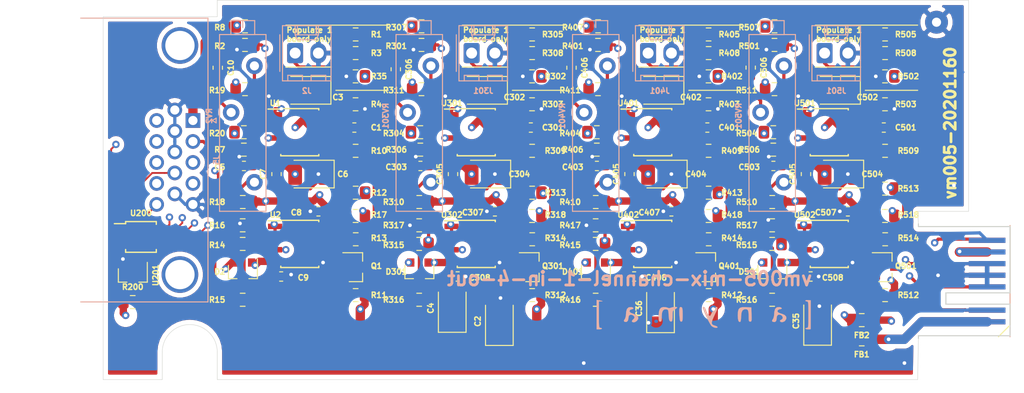
<source format=kicad_pcb>
(kicad_pcb (version 20171130) (host pcbnew "(5.1.5-0-10_14)")
  (layers (0 F.Cu mixed) (1 In1.Cu signal) (2 In2.Cu power) (31 B.Cu power) (34 B.Paste user) (35 F.Paste user) (36 B.SilkS user) (37 F.SilkS user) (38 B.Mask user) (39 F.Mask user) (44 Edge.Cuts user))
  (net 0 "")
  (net 1 +5V)
  (net 2 GND)
  (net 3 -5V)
  (net 4 "Net-(C5-Pad2)")
  (net 5 "Net-(D2-Pad3)")
  (net 6 "Net-(Q1-PadB)")
  (net 7 "Net-(Q1-PadE)")
  (net 8 "Net-(Q1-PadC)")
  (net 9 "Net-(R2-Pad1)")
  (net 10 "Net-(R10-Pad2)")
  (net 11 "Net-(R12-Pad1)")
  (net 12 "Net-(R18-Pad1)")
  (net 13 "Net-(R19-Pad2)")
  (net 14 "Net-(C10-Pad2)")
  (net 15 "Net-(R20-Pad2)")
  (net 16 /supply+)
  (net 17 /supply-)
  (net 18 "Net-(J2-Pad1)")
  (net 19 "Net-(R1-Pad2)")
  (net 20 "Net-(R1-Pad1)")
  (net 21 /sck)
  (net 22 /mosi)
  (net 23 /cv_a)
  (net 24 "Net-(R200-Pad2)")
  (net 25 /input)
  (net 26 /dac_select)
  (net 27 /dac_a)
  (net 28 /out_a)
  (net 29 /out_b)
  (net 30 /out_c)
  (net 31 /cv_d)
  (net 32 /cv_c)
  (net 33 /cv_b)
  (net 34 /dac_d)
  (net 35 /dac_c)
  (net 36 /dac_b)
  (net 37 "Net-(C303-Pad2)")
  (net 38 "Net-(C306-Pad2)")
  (net 39 "Net-(D301-Pad3)")
  (net 40 "Net-(J301-Pad1)")
  (net 41 "Net-(Q301-PadB)")
  (net 42 "Net-(Q301-PadE)")
  (net 43 "Net-(Q301-PadC)")
  (net 44 "Net-(R301-Pad1)")
  (net 45 "Net-(R303-Pad1)")
  (net 46 "Net-(R304-Pad2)")
  (net 47 "Net-(R305-Pad1)")
  (net 48 "Net-(R309-Pad2)")
  (net 49 "Net-(R310-Pad1)")
  (net 50 "Net-(R311-Pad2)")
  (net 51 "Net-(R313-Pad1)")
  (net 52 "Net-(C403-Pad2)")
  (net 53 "Net-(C406-Pad2)")
  (net 54 "Net-(D401-Pad3)")
  (net 55 "Net-(J401-Pad1)")
  (net 56 "Net-(Q401-PadB)")
  (net 57 "Net-(Q401-PadE)")
  (net 58 "Net-(Q401-PadC)")
  (net 59 "Net-(R401-Pad1)")
  (net 60 "Net-(R403-Pad1)")
  (net 61 "Net-(R404-Pad2)")
  (net 62 "Net-(R405-Pad1)")
  (net 63 "Net-(R409-Pad2)")
  (net 64 "Net-(R410-Pad1)")
  (net 65 "Net-(R411-Pad2)")
  (net 66 "Net-(R413-Pad1)")
  (net 67 "Net-(C503-Pad2)")
  (net 68 "Net-(C506-Pad2)")
  (net 69 "Net-(D501-Pad3)")
  (net 70 "Net-(J501-Pad1)")
  (net 71 "Net-(Q501-PadB)")
  (net 72 "Net-(Q501-PadE)")
  (net 73 "Net-(Q501-PadC)")
  (net 74 "Net-(R501-Pad1)")
  (net 75 /out_d)
  (net 76 "Net-(R503-Pad1)")
  (net 77 "Net-(R504-Pad2)")
  (net 78 "Net-(R505-Pad1)")
  (net 79 "Net-(R509-Pad2)")
  (net 80 "Net-(R510-Pad1)")
  (net 81 "Net-(R511-Pad2)")
  (net 82 "Net-(R513-Pad1)")
  (module anyma_footprints:logo_anyma (layer B.Cu) (at 143 121 180)
    (fp_text reference G*** hide)
    (fp_text value logo_anyma hide)
  )
  (module synkie_footprints:Solderpad_1mm (layer F.Cu) (at 169.008 89.254)
    (fp_text reference TP101 hide)
    (fp_text value TestPoint hide)
    (pad 1 thru_hole circle (at -0.508 -0.254) (size 2.5 2.5) (drill 1) (layers *.Cu *.Mask) (net 2 GND))
  )
  (module Connector_PCBEdge:Samtec_MECF-08-0_-L-DV_2x08_P1.27mm_Polarized_Edge (layer F.Cu) (at 171.525 117.26 90)
    (fp_text reference J1 hide)
    (fp_text value Conn_EDGE)
    (fp_line (start -1.275 5) (end 5.955 5) (layer Edge.Cuts) (width 0.12))
    (fp_line (start -2.515 -2) (end -1.275 -2) (layer Edge.Cuts) (width 0.12))
    (fp_line (start -1.275 5) (end -1.275 -2) (layer Edge.Cuts) (width 0.12))
    (fp_line (start -2.515 5) (end -2.515 -2) (layer Edge.Cuts) (width 0.12))
    (fp_line (start -5.955 5) (end -2.515 5) (layer Edge.Cuts) (width 0.12))
    (fp_line (start 6.25 -5) (end 5.955 -5) (layer Edge.Cuts) (width 0.12))
    (fp_line (start -6.25 -5) (end -5.955 -5) (layer Edge.Cuts) (width 0.12))
    (fp_line (start 5.955 5) (end 5.955 -5) (layer Edge.Cuts) (width 0.12))
    (fp_line (start -5.955 5) (end -5.955 -5) (layer Edge.Cuts) (width 0.12))
    (pad 16 connect rect (at 4.455 2.5 90) (size 0.56 4) (layers B.Cu B.Mask) (net 2 GND))
    (pad 15 connect rect (at 4.455 2.5 90) (size 0.56 4) (layers F.Cu F.Mask) (net 75 /out_d))
    (pad 14 connect rect (at 3.185 2.5 90) (size 0.56 4) (layers B.Cu B.Mask) (net 17 /supply-))
    (pad 13 connect rect (at 3.185 2.5 90) (size 0.56 4) (layers F.Cu F.Mask) (net 17 /supply-))
    (pad 12 connect rect (at 1.915 2.5 90) (size 0.56 4) (layers B.Cu B.Mask) (net 2 GND))
    (pad 11 connect rect (at 1.915 2.5 90) (size 0.56 4) (layers F.Cu F.Mask) (net 30 /out_c))
    (pad 10 connect rect (at 0.645 2.5 90) (size 0.56 4) (layers B.Cu B.Mask) (net 2 GND))
    (pad 9 connect rect (at 0.645 2.5 90) (size 0.56 4) (layers F.Cu F.Mask) (net 2 GND))
    (pad 8 connect rect (at -0.625 2.5 90) (size 0.56 4) (layers B.Cu B.Mask) (net 2 GND))
    (pad 7 connect rect (at -0.625 2.5 90) (size 0.56 4) (layers F.Cu F.Mask) (net 29 /out_b))
    (pad 4 connect rect (at -3.165 2.5 90) (size 0.56 4) (layers B.Cu B.Mask) (net 2 GND))
    (pad 3 connect rect (at -3.165 2.5 90) (size 0.56 4) (layers F.Cu F.Mask) (net 28 /out_a))
    (pad 2 connect rect (at -4.435 2.5 90) (size 0.56 4) (layers B.Cu B.Mask) (net 16 /supply+))
    (pad 1 connect rect (at -4.435 2.5 90) (size 0.56 4) (layers F.Cu F.Mask) (net 16 /supply+))
  )
  (module Package_SO:MSOP-10_3x3mm_P0.5mm (layer F.Cu) (at 81.6725 112.434)
    (fp_text reference U200 (at 0 -2.6) (layer F.SilkS) (effects (font (size 0.6 0.6))))
    (fp_text value MAX5741)
    (pad 10 smd rect (at 2.2 -1) (size 1.4 0.3) (layers F.Cu F.Paste F.Mask) (net 34 /dac_d))
    (pad 9 smd rect (at 2.2 -0.5) (size 1.4 0.3) (layers F.Cu F.Paste F.Mask) (net 35 /dac_c))
    (pad 8 smd rect (at 2.2 0) (size 1.4 0.3) (layers F.Cu F.Paste F.Mask) (net 36 /dac_b))
    (pad 7 smd rect (at 2.2 0.5) (size 1.4 0.3) (layers F.Cu F.Paste F.Mask) (net 27 /dac_a))
    (pad 6 smd rect (at 2.2 1) (size 1.4 0.3) (layers F.Cu F.Paste F.Mask) (net 24 "Net-(R200-Pad2)"))
    (pad 5 smd rect (at -2.2 1) (size 1.4 0.3) (layers F.Cu F.Paste F.Mask) (net 22 /mosi))
    (pad 4 smd rect (at -2.2 0.5) (size 1.4 0.3) (layers F.Cu F.Paste F.Mask) (net 2 GND))
    (pad 3 smd rect (at -2.2 0) (size 1.4 0.3) (layers F.Cu F.Paste F.Mask) (net 1 +5V))
    (pad 2 smd rect (at -2.2 -0.5) (size 1.4 0.3) (layers F.Cu F.Paste F.Mask) (net 21 /sck))
    (pad 1 smd rect (at -2.2 -1) (size 1.4 0.3) (layers F.Cu F.Paste F.Mask) (net 26 /dac_select))
  )
  (module synkie_footprints:SOIC-8_3.9x4.9mm_P1.27mm (layer F.Cu) (at 156.793 113.196)
    (fp_text reference U502 (at -2.667 -3.175) (layer F.SilkS) (effects (font (size 0.6 0.6))))
    (fp_text value LMH6643)
    (pad 8 smd rect (at 2.7 -1.905) (size 1.55 0.6) (layers F.Cu F.Paste F.Mask) (net 1 +5V))
    (pad 7 smd rect (at 2.7 -0.635) (size 1.55 0.6) (layers F.Cu F.Paste F.Mask) (net 71 "Net-(Q501-PadB)"))
    (pad 6 smd rect (at 2.7 0.635) (size 1.55 0.6) (layers F.Cu F.Paste F.Mask) (net 82 "Net-(R513-Pad1)"))
    (pad 5 smd rect (at 2.7 1.905) (size 1.55 0.6) (layers F.Cu F.Paste F.Mask) (net 2 GND))
    (pad 4 smd rect (at -2.7 1.905) (size 1.55 0.6) (layers F.Cu F.Paste F.Mask) (net 3 -5V))
    (pad 3 smd rect (at -2.7 0.635) (size 1.55 0.6) (layers F.Cu F.Paste F.Mask) (net 68 "Net-(C506-Pad2)"))
    (pad 2 smd rect (at -2.7 -0.635) (size 1.55 0.6) (layers F.Cu F.Paste F.Mask) (net 77 "Net-(R504-Pad2)"))
    (pad 1 smd rect (at -2.7 -1.905) (size 1.55 0.6) (layers F.Cu F.Paste F.Mask) (net 77 "Net-(R504-Pad2)"))
  )
  (module synkie_footprints:SOIC-8_3.9x4.9mm_P1.27mm (layer F.Cu) (at 156.793 101.004)
    (fp_text reference U501 (at -2.667 -3.175) (layer F.SilkS) (effects (font (size 0.6 0.6))))
    (fp_text value LT1228)
    (pad 8 smd rect (at 2.7 -1.905) (size 1.55 0.6) (layers F.Cu F.Paste F.Mask) (net 76 "Net-(R503-Pad1)"))
    (pad 7 smd rect (at 2.7 -0.635) (size 1.55 0.6) (layers F.Cu F.Paste F.Mask) (net 1 +5V))
    (pad 6 smd rect (at 2.7 0.635) (size 1.55 0.6) (layers F.Cu F.Paste F.Mask) (net 78 "Net-(R505-Pad1)"))
    (pad 5 smd rect (at 2.7 1.905) (size 1.55 0.6) (layers F.Cu F.Paste F.Mask) (net 79 "Net-(R509-Pad2)"))
    (pad 4 smd rect (at -2.7 1.905) (size 1.55 0.6) (layers F.Cu F.Paste F.Mask) (net 3 -5V))
    (pad 3 smd rect (at -2.7 0.635) (size 1.55 0.6) (layers F.Cu F.Paste F.Mask) (net 74 "Net-(R501-Pad1)"))
    (pad 2 smd rect (at -2.7 -0.635) (size 1.55 0.6) (layers F.Cu F.Paste F.Mask) (net 67 "Net-(C503-Pad2)"))
    (pad 1 smd rect (at -2.7 -1.905) (size 1.55 0.6) (layers F.Cu F.Paste F.Mask) (net 75 /out_d))
  )
  (module synkie_footprints:SOIC-8_3.9x4.9mm_P1.27mm (layer F.Cu) (at 137.531332 113.196)
    (fp_text reference U402 (at -2.667 -3.175) (layer F.SilkS) (effects (font (size 0.6 0.6))))
    (fp_text value LMH6643)
    (pad 8 smd rect (at 2.7 -1.905) (size 1.55 0.6) (layers F.Cu F.Paste F.Mask) (net 1 +5V))
    (pad 7 smd rect (at 2.7 -0.635) (size 1.55 0.6) (layers F.Cu F.Paste F.Mask) (net 56 "Net-(Q401-PadB)"))
    (pad 6 smd rect (at 2.7 0.635) (size 1.55 0.6) (layers F.Cu F.Paste F.Mask) (net 66 "Net-(R413-Pad1)"))
    (pad 5 smd rect (at 2.7 1.905) (size 1.55 0.6) (layers F.Cu F.Paste F.Mask) (net 2 GND))
    (pad 4 smd rect (at -2.7 1.905) (size 1.55 0.6) (layers F.Cu F.Paste F.Mask) (net 3 -5V))
    (pad 3 smd rect (at -2.7 0.635) (size 1.55 0.6) (layers F.Cu F.Paste F.Mask) (net 53 "Net-(C406-Pad2)"))
    (pad 2 smd rect (at -2.7 -0.635) (size 1.55 0.6) (layers F.Cu F.Paste F.Mask) (net 61 "Net-(R404-Pad2)"))
    (pad 1 smd rect (at -2.7 -1.905) (size 1.55 0.6) (layers F.Cu F.Paste F.Mask) (net 61 "Net-(R404-Pad2)"))
  )
  (module synkie_footprints:SOIC-8_3.9x4.9mm_P1.27mm (layer F.Cu) (at 137.531332 101.004)
    (fp_text reference U401 (at -2.667 -3.175) (layer F.SilkS) (effects (font (size 0.6 0.6))))
    (fp_text value LT1228)
    (pad 8 smd rect (at 2.7 -1.905) (size 1.55 0.6) (layers F.Cu F.Paste F.Mask) (net 60 "Net-(R403-Pad1)"))
    (pad 7 smd rect (at 2.7 -0.635) (size 1.55 0.6) (layers F.Cu F.Paste F.Mask) (net 1 +5V))
    (pad 6 smd rect (at 2.7 0.635) (size 1.55 0.6) (layers F.Cu F.Paste F.Mask) (net 62 "Net-(R405-Pad1)"))
    (pad 5 smd rect (at 2.7 1.905) (size 1.55 0.6) (layers F.Cu F.Paste F.Mask) (net 63 "Net-(R409-Pad2)"))
    (pad 4 smd rect (at -2.7 1.905) (size 1.55 0.6) (layers F.Cu F.Paste F.Mask) (net 3 -5V))
    (pad 3 smd rect (at -2.7 0.635) (size 1.55 0.6) (layers F.Cu F.Paste F.Mask) (net 59 "Net-(R401-Pad1)"))
    (pad 2 smd rect (at -2.7 -0.635) (size 1.55 0.6) (layers F.Cu F.Paste F.Mask) (net 52 "Net-(C403-Pad2)"))
    (pad 1 smd rect (at -2.7 -1.905) (size 1.55 0.6) (layers F.Cu F.Paste F.Mask) (net 30 /out_c))
  )
  (module synkie_footprints:SOIC-8_3.9x4.9mm_P1.27mm (layer F.Cu) (at 118.269666 113.196)
    (fp_text reference U302 (at -2.667 -3.175) (layer F.SilkS) (effects (font (size 0.6 0.6))))
    (fp_text value LMH6643)
    (pad 8 smd rect (at 2.7 -1.905) (size 1.55 0.6) (layers F.Cu F.Paste F.Mask) (net 1 +5V))
    (pad 7 smd rect (at 2.7 -0.635) (size 1.55 0.6) (layers F.Cu F.Paste F.Mask) (net 41 "Net-(Q301-PadB)"))
    (pad 6 smd rect (at 2.7 0.635) (size 1.55 0.6) (layers F.Cu F.Paste F.Mask) (net 51 "Net-(R313-Pad1)"))
    (pad 5 smd rect (at 2.7 1.905) (size 1.55 0.6) (layers F.Cu F.Paste F.Mask) (net 2 GND))
    (pad 4 smd rect (at -2.7 1.905) (size 1.55 0.6) (layers F.Cu F.Paste F.Mask) (net 3 -5V))
    (pad 3 smd rect (at -2.7 0.635) (size 1.55 0.6) (layers F.Cu F.Paste F.Mask) (net 38 "Net-(C306-Pad2)"))
    (pad 2 smd rect (at -2.7 -0.635) (size 1.55 0.6) (layers F.Cu F.Paste F.Mask) (net 46 "Net-(R304-Pad2)"))
    (pad 1 smd rect (at -2.7 -1.905) (size 1.55 0.6) (layers F.Cu F.Paste F.Mask) (net 46 "Net-(R304-Pad2)"))
  )
  (module synkie_footprints:SOIC-8_3.9x4.9mm_P1.27mm (layer F.Cu) (at 118.269666 101.004)
    (fp_text reference U301 (at -2.667 -3.175) (layer F.SilkS) (effects (font (size 0.6 0.6))))
    (fp_text value LT1228)
    (pad 8 smd rect (at 2.7 -1.905) (size 1.55 0.6) (layers F.Cu F.Paste F.Mask) (net 45 "Net-(R303-Pad1)"))
    (pad 7 smd rect (at 2.7 -0.635) (size 1.55 0.6) (layers F.Cu F.Paste F.Mask) (net 1 +5V))
    (pad 6 smd rect (at 2.7 0.635) (size 1.55 0.6) (layers F.Cu F.Paste F.Mask) (net 47 "Net-(R305-Pad1)"))
    (pad 5 smd rect (at 2.7 1.905) (size 1.55 0.6) (layers F.Cu F.Paste F.Mask) (net 48 "Net-(R309-Pad2)"))
    (pad 4 smd rect (at -2.7 1.905) (size 1.55 0.6) (layers F.Cu F.Paste F.Mask) (net 3 -5V))
    (pad 3 smd rect (at -2.7 0.635) (size 1.55 0.6) (layers F.Cu F.Paste F.Mask) (net 44 "Net-(R301-Pad1)"))
    (pad 2 smd rect (at -2.7 -0.635) (size 1.55 0.6) (layers F.Cu F.Paste F.Mask) (net 37 "Net-(C303-Pad2)"))
    (pad 1 smd rect (at -2.7 -1.905) (size 1.55 0.6) (layers F.Cu F.Paste F.Mask) (net 29 /out_b))
  )
  (module Potentiometer_THT:Potentiometer_Bourns_3006P_Horizontal (layer B.Cu) (at 151.84 106.465 270)
    (fp_text reference RV501 (at -7.235 4.935 270) (layer B.SilkS) (effects (font (size 0.6 0.6)) (justify mirror)))
    (fp_text value 500)
    (pad 3 thru_hole circle (at -12.7 0 270) (size 1.8 1.8) (drill 1) (layers *.Cu *.Mask) (net 81 "Net-(R511-Pad2)"))
    (pad 2 thru_hole circle (at -7.62 2.54 270) (size 1.8 1.8) (drill 1) (layers *.Cu *.Mask) (net 68 "Net-(C506-Pad2)"))
    (pad 1 thru_hole circle (at 0 0 270) (size 1.8 1.8) (drill 1) (layers *.Cu *.Mask) (net 80 "Net-(R510-Pad1)"))
  )
  (module Potentiometer_THT:Potentiometer_Bourns_3006P_Horizontal (layer B.Cu) (at 132.578332 106.465 270)
    (fp_text reference RV401 (at -7.235 4.935 270) (layer B.SilkS) (effects (font (size 0.6 0.6)) (justify mirror)))
    (fp_text value 500)
    (pad 3 thru_hole circle (at -12.7 0 270) (size 1.8 1.8) (drill 1) (layers *.Cu *.Mask) (net 65 "Net-(R411-Pad2)"))
    (pad 2 thru_hole circle (at -7.62 2.54 270) (size 1.8 1.8) (drill 1) (layers *.Cu *.Mask) (net 53 "Net-(C406-Pad2)"))
    (pad 1 thru_hole circle (at 0 0 270) (size 1.8 1.8) (drill 1) (layers *.Cu *.Mask) (net 64 "Net-(R410-Pad1)"))
  )
  (module Potentiometer_THT:Potentiometer_Bourns_3006P_Horizontal (layer B.Cu) (at 113.316666 106.465 270)
    (fp_text reference RV301 (at -7.235 4.935 270) (layer B.SilkS) (effects (font (size 0.6 0.6)) (justify mirror)))
    (fp_text value 500)
    (pad 3 thru_hole circle (at -12.7 0 270) (size 1.8 1.8) (drill 1) (layers *.Cu *.Mask) (net 50 "Net-(R311-Pad2)"))
    (pad 2 thru_hole circle (at -7.62 2.54 270) (size 1.8 1.8) (drill 1) (layers *.Cu *.Mask) (net 38 "Net-(C306-Pad2)"))
    (pad 1 thru_hole circle (at 0 0 270) (size 1.8 1.8) (drill 1) (layers *.Cu *.Mask) (net 49 "Net-(R310-Pad1)"))
  )
  (module synkie_footprints:R_0805_2012Metric_Pad1.15x1.40mm_HandSolder (layer F.Cu) (at 162.88 110.148 180)
    (fp_text reference R518 (at -2.549 0.127) (layer F.SilkS) (effects (font (size 0.6 0.6))))
    (fp_text value 22k)
    (pad 2 smd roundrect (at 1.025 0 180) (size 1.15 1.4) (layers F.Cu F.Paste F.Mask) (roundrect_rratio 0.217391) (net 82 "Net-(R513-Pad1)"))
    (pad 1 smd roundrect (at -1.025 0 180) (size 1.15 1.4) (layers F.Cu F.Paste F.Mask) (roundrect_rratio 0.217391) (net 3 -5V))
  )
  (module synkie_footprints:R_0805_2012Metric_Pad1.15x1.40mm_HandSolder (layer F.Cu) (at 150.561 111.164)
    (fp_text reference R517 (at -2.785 0) (layer F.SilkS) (effects (font (size 0.6 0.6))))
    (fp_text value 47k)
    (pad 2 smd roundrect (at 1.025 0) (size 1.15 1.4) (layers F.Cu F.Paste F.Mask) (roundrect_rratio 0.217391) (net 31 /cv_d))
    (pad 1 smd roundrect (at -1.025 0) (size 1.15 1.4) (layers F.Cu F.Paste F.Mask) (roundrect_rratio 0.217391) (net 2 GND))
  )
  (module synkie_footprints:R_0805_2012Metric_Pad1.15x1.40mm_HandSolder (layer F.Cu) (at 150.561 119.292)
    (fp_text reference R516 (at -2.785 0) (layer F.SilkS) (effects (font (size 0.6 0.6))))
    (fp_text value 22k)
    (pad 2 smd roundrect (at 1.025 0) (size 1.15 1.4) (layers F.Cu F.Paste F.Mask) (roundrect_rratio 0.217391) (net 69 "Net-(D501-Pad3)"))
    (pad 1 smd roundrect (at -1.025 0) (size 1.15 1.4) (layers F.Cu F.Paste F.Mask) (roundrect_rratio 0.217391) (net 82 "Net-(R513-Pad1)"))
  )
  (module synkie_footprints:R_0805_2012Metric_Pad1.15x1.40mm_HandSolder (layer F.Cu) (at 150.561 113.196)
    (fp_text reference R515 (at -2.785 0.127) (layer F.SilkS) (effects (font (size 0.6 0.6))))
    (fp_text value 100)
    (pad 2 smd roundrect (at 1.025 0) (size 1.15 1.4) (layers F.Cu F.Paste F.Mask) (roundrect_rratio 0.217391) (net 31 /cv_d))
    (pad 1 smd roundrect (at -1.025 0) (size 1.15 1.4) (layers F.Cu F.Paste F.Mask) (roundrect_rratio 0.217391) (net 69 "Net-(D501-Pad3)"))
  )
  (module synkie_footprints:R_0805_2012Metric_Pad1.15x1.40mm_HandSolder (layer F.Cu) (at 162.898 112.688)
    (fp_text reference R514 (at 2.531 -0.127) (layer F.SilkS) (effects (font (size 0.6 0.6))))
    (fp_text value 20k)
    (pad 2 smd roundrect (at 1.025 0) (size 1.15 1.4) (layers F.Cu F.Paste F.Mask) (roundrect_rratio 0.217391) (net 82 "Net-(R513-Pad1)"))
    (pad 1 smd roundrect (at -1.025 0) (size 1.15 1.4) (layers F.Cu F.Paste F.Mask) (roundrect_rratio 0.217391) (net 71 "Net-(Q501-PadB)"))
  )
  (module synkie_footprints:R_0805_2012Metric_Pad1.15x1.40mm_HandSolder (layer F.Cu) (at 162.88 107.1635)
    (fp_text reference R513 (at 2.54 0) (layer F.SilkS) (effects (font (size 0.6 0.6))))
    (fp_text value 22k)
    (pad 2 smd roundrect (at 1.025 0) (size 1.15 1.4) (layers F.Cu F.Paste F.Mask) (roundrect_rratio 0.217391) (net 34 /dac_d))
    (pad 1 smd roundrect (at -1.025 0) (size 1.15 1.4) (layers F.Cu F.Paste F.Mask) (roundrect_rratio 0.217391) (net 82 "Net-(R513-Pad1)"))
  )
  (module synkie_footprints:R_0805_2012Metric_Pad1.15x1.40mm_HandSolder (layer F.Cu) (at 162.889 118.784)
    (fp_text reference R512 (at 2.54 0) (layer F.SilkS) (effects (font (size 0.6 0.6))))
    (fp_text value 2k2)
    (pad 2 smd roundrect (at 1.025 0) (size 1.15 1.4) (layers F.Cu F.Paste F.Mask) (roundrect_rratio 0.217391) (net 1 +5V))
    (pad 1 smd roundrect (at -1.025 0) (size 1.15 1.4) (layers F.Cu F.Paste F.Mask) (roundrect_rratio 0.217391) (net 72 "Net-(Q501-PadE)"))
  )
  (module synkie_footprints:R_0805_2012Metric_Pad1.15x1.40mm_HandSolder (layer F.Cu) (at 150.815 96.305)
    (fp_text reference R511 (at -3.039 0.127) (layer F.SilkS) (effects (font (size 0.6 0.6))))
    (fp_text value 3k)
    (pad 2 smd roundrect (at 1.025 0) (size 1.15 1.4) (layers F.Cu F.Paste F.Mask) (roundrect_rratio 0.217391) (net 81 "Net-(R511-Pad2)"))
    (pad 1 smd roundrect (at -1.025 0) (size 1.15 1.4) (layers F.Cu F.Paste F.Mask) (roundrect_rratio 0.217391) (net 3 -5V))
  )
  (module synkie_footprints:R_0805_2012Metric_Pad1.15x1.40mm_HandSolder (layer F.Cu) (at 150.57 108.624)
    (fp_text reference R510 (at -2.794 0) (layer F.SilkS) (effects (font (size 0.6 0.6))))
    (fp_text value 3k)
    (pad 2 smd roundrect (at 1.025 0) (size 1.15 1.4) (layers F.Cu F.Paste F.Mask) (roundrect_rratio 0.217391) (net 1 +5V))
    (pad 1 smd roundrect (at -1.025 0) (size 1.15 1.4) (layers F.Cu F.Paste F.Mask) (roundrect_rratio 0.217391) (net 80 "Net-(R510-Pad1)"))
  )
  (module synkie_footprints:R_0805_2012Metric_Pad1.15x1.40mm_HandSolder (layer F.Cu) (at 162.889 103.036 180)
    (fp_text reference R509 (at -2.54 0) (layer F.SilkS) (effects (font (size 0.6 0.6))))
    (fp_text value 1k)
    (pad 2 smd roundrect (at 1.025 0 180) (size 1.15 1.4) (layers F.Cu F.Paste F.Mask) (roundrect_rratio 0.217391) (net 79 "Net-(R509-Pad2)"))
    (pad 1 smd roundrect (at -1.025 0 180) (size 1.15 1.4) (layers F.Cu F.Paste F.Mask) (roundrect_rratio 0.217391) (net 73 "Net-(Q501-PadC)"))
  )
  (module synkie_footprints:R_0805_2012Metric_Pad1.15x1.40mm_HandSolder (layer F.Cu) (at 162.889 92.368)
    (fp_text reference R508 (at 2.254286 0) (layer F.SilkS) (effects (font (size 0.6 0.6))))
    (fp_text value "(75)")
    (pad 2 smd roundrect (at 1.025 0) (size 1.15 1.4) (layers F.Cu F.Paste F.Mask) (roundrect_rratio 0.217391) (net 70 "Net-(J501-Pad1)"))
    (pad 1 smd roundrect (at -1.025 0) (size 1.15 1.4) (layers F.Cu F.Paste F.Mask) (roundrect_rratio 0.217391) (net 78 "Net-(R505-Pad1)"))
  )
  (module synkie_footprints:R_0805_2012Metric_Pad1.15x1.40mm_HandSolder (layer F.Cu) (at 150.815 91.479)
    (fp_text reference R507 (at -2.753286 -1.905) (layer F.SilkS) (effects (font (size 0.6 0.6))))
    (fp_text value 100)
    (pad 2 smd roundrect (at 1.025 0) (size 1.15 1.4) (layers F.Cu F.Paste F.Mask) (roundrect_rratio 0.217391) (net 74 "Net-(R501-Pad1)"))
    (pad 1 smd roundrect (at -1.025 0) (size 1.15 1.4) (layers F.Cu F.Paste F.Mask) (roundrect_rratio 0.217391) (net 2 GND))
  )
  (module synkie_footprints:R_0805_2012Metric_Pad1.15x1.40mm_HandSolder (layer F.Cu) (at 150.688 102.909)
    (fp_text reference R506 (at -2.626286 0) (layer F.SilkS) (effects (font (size 0.6 0.6))))
    (fp_text value 100)
    (pad 2 smd roundrect (at 1.025 0) (size 1.15 1.4) (layers F.Cu F.Paste F.Mask) (roundrect_rratio 0.217391) (net 67 "Net-(C503-Pad2)"))
    (pad 1 smd roundrect (at -1.025 0) (size 1.15 1.4) (layers F.Cu F.Paste F.Mask) (roundrect_rratio 0.217391) (net 2 GND))
  )
  (module synkie_footprints:R_0805_2012Metric_Pad1.15x1.40mm_HandSolder (layer F.Cu) (at 162.889 90.336)
    (fp_text reference R505 (at 2.254286 0) (layer F.SilkS) (effects (font (size 0.6 0.6))))
    (fp_text value "(560)")
    (pad 2 smd roundrect (at 1.025 0) (size 1.15 1.4) (layers F.Cu F.Paste F.Mask) (roundrect_rratio 0.217391) (net 76 "Net-(R503-Pad1)"))
    (pad 1 smd roundrect (at -1.025 0) (size 1.15 1.4) (layers F.Cu F.Paste F.Mask) (roundrect_rratio 0.217391) (net 78 "Net-(R505-Pad1)"))
  )
  (module synkie_footprints:R_0805_2012Metric_Pad1.15x1.40mm_HandSolder (layer F.Cu) (at 150.688 101.004 180)
    (fp_text reference R504 (at 2.912 -0.127) (layer F.SilkS) (effects (font (size 0.6 0.6))))
    (fp_text value 3k)
    (pad 2 smd roundrect (at 1.025 0 180) (size 1.15 1.4) (layers F.Cu F.Paste F.Mask) (roundrect_rratio 0.217391) (net 77 "Net-(R504-Pad2)"))
    (pad 1 smd roundrect (at -1.025 0 180) (size 1.15 1.4) (layers F.Cu F.Paste F.Mask) (roundrect_rratio 0.217391) (net 67 "Net-(C503-Pad2)"))
  )
  (module synkie_footprints:R_0805_2012Metric_Pad1.15x1.40mm_HandSolder (layer F.Cu) (at 162.88 97.956)
    (fp_text reference R503 (at 2.263286 0) (layer F.SilkS) (effects (font (size 0.6 0.6))))
    (fp_text value 120)
    (pad 2 smd roundrect (at 1.025 0) (size 1.15 1.4) (layers F.Cu F.Paste F.Mask) (roundrect_rratio 0.217391) (net 2 GND))
    (pad 1 smd roundrect (at -1.025 0) (size 1.15 1.4) (layers F.Cu F.Paste F.Mask) (roundrect_rratio 0.217391) (net 76 "Net-(R503-Pad1)"))
  )
  (module synkie_footprints:R_0805_2012Metric_Pad1.15x1.40mm_HandSolder (layer F.Cu) (at 162.88 94.908)
    (fp_text reference R502 (at 2.549 0) (layer F.SilkS) (effects (font (size 0.6 0.6))))
    (fp_text value "(560)")
    (pad 2 smd roundrect (at 1.025 0) (size 1.15 1.4) (layers F.Cu F.Paste F.Mask) (roundrect_rratio 0.217391) (net 75 /out_d))
    (pad 1 smd roundrect (at -1.025 0) (size 1.15 1.4) (layers F.Cu F.Paste F.Mask) (roundrect_rratio 0.217391) (net 2 GND))
  )
  (module synkie_footprints:R_0805_2012Metric_Pad1.15x1.40mm_HandSolder (layer F.Cu) (at 150.824 89.447 180)
    (fp_text reference R501 (at 2.762286 -2.159) (layer F.SilkS) (effects (font (size 0.6 0.6))))
    (fp_text value 1k)
    (pad 2 smd roundrect (at 1.025 0 180) (size 1.15 1.4) (layers F.Cu F.Paste F.Mask) (roundrect_rratio 0.217391) (net 25 /input))
    (pad 1 smd roundrect (at -1.025 0 180) (size 1.15 1.4) (layers F.Cu F.Paste F.Mask) (roundrect_rratio 0.217391) (net 74 "Net-(R501-Pad1)"))
  )
  (module synkie_footprints:R_0805_2012Metric_Pad1.15x1.40mm_HandSolder (layer F.Cu) (at 143.618332 110.148 180)
    (fp_text reference R418 (at -2.549 0.127) (layer F.SilkS) (effects (font (size 0.6 0.6))))
    (fp_text value 22k)
    (pad 2 smd roundrect (at 1.025 0 180) (size 1.15 1.4) (layers F.Cu F.Paste F.Mask) (roundrect_rratio 0.217391) (net 66 "Net-(R413-Pad1)"))
    (pad 1 smd roundrect (at -1.025 0 180) (size 1.15 1.4) (layers F.Cu F.Paste F.Mask) (roundrect_rratio 0.217391) (net 3 -5V))
  )
  (module synkie_footprints:R_0805_2012Metric_Pad1.15x1.40mm_HandSolder (layer F.Cu) (at 131.299332 111.164)
    (fp_text reference R417 (at -2.785 0) (layer F.SilkS) (effects (font (size 0.6 0.6))))
    (fp_text value 47k)
    (pad 2 smd roundrect (at 1.025 0) (size 1.15 1.4) (layers F.Cu F.Paste F.Mask) (roundrect_rratio 0.217391) (net 32 /cv_c))
    (pad 1 smd roundrect (at -1.025 0) (size 1.15 1.4) (layers F.Cu F.Paste F.Mask) (roundrect_rratio 0.217391) (net 2 GND))
  )
  (module synkie_footprints:R_0805_2012Metric_Pad1.15x1.40mm_HandSolder (layer F.Cu) (at 131.299332 119.292)
    (fp_text reference R416 (at -2.785 0) (layer F.SilkS) (effects (font (size 0.6 0.6))))
    (fp_text value 22k)
    (pad 2 smd roundrect (at 1.025 0) (size 1.15 1.4) (layers F.Cu F.Paste F.Mask) (roundrect_rratio 0.217391) (net 54 "Net-(D401-Pad3)"))
    (pad 1 smd roundrect (at -1.025 0) (size 1.15 1.4) (layers F.Cu F.Paste F.Mask) (roundrect_rratio 0.217391) (net 66 "Net-(R413-Pad1)"))
  )
  (module synkie_footprints:R_0805_2012Metric_Pad1.15x1.40mm_HandSolder (layer F.Cu) (at 131.299332 113.196)
    (fp_text reference R415 (at -2.785 0.127) (layer F.SilkS) (effects (font (size 0.6 0.6))))
    (fp_text value 100)
    (pad 2 smd roundrect (at 1.025 0) (size 1.15 1.4) (layers F.Cu F.Paste F.Mask) (roundrect_rratio 0.217391) (net 32 /cv_c))
    (pad 1 smd roundrect (at -1.025 0) (size 1.15 1.4) (layers F.Cu F.Paste F.Mask) (roundrect_rratio 0.217391) (net 54 "Net-(D401-Pad3)"))
  )
  (module synkie_footprints:R_0805_2012Metric_Pad1.15x1.40mm_HandSolder (layer F.Cu) (at 143.636332 112.688)
    (fp_text reference R414 (at 2.531 -0.127) (layer F.SilkS) (effects (font (size 0.6 0.6))))
    (fp_text value 20k)
    (pad 2 smd roundrect (at 1.025 0) (size 1.15 1.4) (layers F.Cu F.Paste F.Mask) (roundrect_rratio 0.217391) (net 66 "Net-(R413-Pad1)"))
    (pad 1 smd roundrect (at -1.025 0) (size 1.15 1.4) (layers F.Cu F.Paste F.Mask) (roundrect_rratio 0.217391) (net 56 "Net-(Q401-PadB)"))
  )
  (module synkie_footprints:R_0805_2012Metric_Pad1.15x1.40mm_HandSolder (layer F.Cu) (at 143.627332 107.608)
    (fp_text reference R413 (at 2.54 0) (layer F.SilkS) (effects (font (size 0.6 0.6))))
    (fp_text value 22k)
    (pad 2 smd roundrect (at 1.025 0) (size 1.15 1.4) (layers F.Cu F.Paste F.Mask) (roundrect_rratio 0.217391) (net 35 /dac_c))
    (pad 1 smd roundrect (at -1.025 0) (size 1.15 1.4) (layers F.Cu F.Paste F.Mask) (roundrect_rratio 0.217391) (net 66 "Net-(R413-Pad1)"))
  )
  (module synkie_footprints:R_0805_2012Metric_Pad1.15x1.40mm_HandSolder (layer F.Cu) (at 143.627332 118.784)
    (fp_text reference R412 (at 2.54 0) (layer F.SilkS) (effects (font (size 0.6 0.6))))
    (fp_text value 2k2)
    (pad 2 smd roundrect (at 1.025 0) (size 1.15 1.4) (layers F.Cu F.Paste F.Mask) (roundrect_rratio 0.217391) (net 1 +5V))
    (pad 1 smd roundrect (at -1.025 0) (size 1.15 1.4) (layers F.Cu F.Paste F.Mask) (roundrect_rratio 0.217391) (net 57 "Net-(Q401-PadE)"))
  )
  (module synkie_footprints:R_0805_2012Metric_Pad1.15x1.40mm_HandSolder (layer F.Cu) (at 131.553332 96.305)
    (fp_text reference R411 (at -3.039 0.127) (layer F.SilkS) (effects (font (size 0.6 0.6))))
    (fp_text value 3k)
    (pad 2 smd roundrect (at 1.025 0) (size 1.15 1.4) (layers F.Cu F.Paste F.Mask) (roundrect_rratio 0.217391) (net 65 "Net-(R411-Pad2)"))
    (pad 1 smd roundrect (at -1.025 0) (size 1.15 1.4) (layers F.Cu F.Paste F.Mask) (roundrect_rratio 0.217391) (net 3 -5V))
  )
  (module synkie_footprints:R_0805_2012Metric_Pad1.15x1.40mm_HandSolder (layer F.Cu) (at 131.308332 108.624)
    (fp_text reference R410 (at -2.794 0) (layer F.SilkS) (effects (font (size 0.6 0.6))))
    (fp_text value 3k)
    (pad 2 smd roundrect (at 1.025 0) (size 1.15 1.4) (layers F.Cu F.Paste F.Mask) (roundrect_rratio 0.217391) (net 1 +5V))
    (pad 1 smd roundrect (at -1.025 0) (size 1.15 1.4) (layers F.Cu F.Paste F.Mask) (roundrect_rratio 0.217391) (net 64 "Net-(R410-Pad1)"))
  )
  (module synkie_footprints:R_0805_2012Metric_Pad1.15x1.40mm_HandSolder (layer F.Cu) (at 143.627332 103.036 180)
    (fp_text reference R409 (at -2.54 0) (layer F.SilkS) (effects (font (size 0.6 0.6))))
    (fp_text value 1k)
    (pad 2 smd roundrect (at 1.025 0 180) (size 1.15 1.4) (layers F.Cu F.Paste F.Mask) (roundrect_rratio 0.217391) (net 63 "Net-(R409-Pad2)"))
    (pad 1 smd roundrect (at -1.025 0 180) (size 1.15 1.4) (layers F.Cu F.Paste F.Mask) (roundrect_rratio 0.217391) (net 58 "Net-(Q401-PadC)"))
  )
  (module synkie_footprints:R_0805_2012Metric_Pad1.15x1.40mm_HandSolder (layer F.Cu) (at 143.627332 92.368)
    (fp_text reference R408 (at 2.254286 0) (layer F.SilkS) (effects (font (size 0.6 0.6))))
    (fp_text value "(75)")
    (pad 2 smd roundrect (at 1.025 0) (size 1.15 1.4) (layers F.Cu F.Paste F.Mask) (roundrect_rratio 0.217391) (net 55 "Net-(J401-Pad1)"))
    (pad 1 smd roundrect (at -1.025 0) (size 1.15 1.4) (layers F.Cu F.Paste F.Mask) (roundrect_rratio 0.217391) (net 62 "Net-(R405-Pad1)"))
  )
  (module synkie_footprints:R_0805_2012Metric_Pad1.15x1.40mm_HandSolder (layer F.Cu) (at 131.553332 91.479)
    (fp_text reference R407 (at -2.753286 -1.905) (layer F.SilkS) (effects (font (size 0.6 0.6))))
    (fp_text value 100)
    (pad 2 smd roundrect (at 1.025 0) (size 1.15 1.4) (layers F.Cu F.Paste F.Mask) (roundrect_rratio 0.217391) (net 59 "Net-(R401-Pad1)"))
    (pad 1 smd roundrect (at -1.025 0) (size 1.15 1.4) (layers F.Cu F.Paste F.Mask) (roundrect_rratio 0.217391) (net 2 GND))
  )
  (module synkie_footprints:R_0805_2012Metric_Pad1.15x1.40mm_HandSolder (layer F.Cu) (at 131.426332 102.909)
    (fp_text reference R406 (at -2.626286 0) (layer F.SilkS) (effects (font (size 0.6 0.6))))
    (fp_text value 100)
    (pad 2 smd roundrect (at 1.025 0) (size 1.15 1.4) (layers F.Cu F.Paste F.Mask) (roundrect_rratio 0.217391) (net 52 "Net-(C403-Pad2)"))
    (pad 1 smd roundrect (at -1.025 0) (size 1.15 1.4) (layers F.Cu F.Paste F.Mask) (roundrect_rratio 0.217391) (net 2 GND))
  )
  (module synkie_footprints:R_0805_2012Metric_Pad1.15x1.40mm_HandSolder (layer F.Cu) (at 143.627332 90.336)
    (fp_text reference R405 (at 2.254286 0) (layer F.SilkS) (effects (font (size 0.6 0.6))))
    (fp_text value "(560)")
    (pad 2 smd roundrect (at 1.025 0) (size 1.15 1.4) (layers F.Cu F.Paste F.Mask) (roundrect_rratio 0.217391) (net 60 "Net-(R403-Pad1)"))
    (pad 1 smd roundrect (at -1.025 0) (size 1.15 1.4) (layers F.Cu F.Paste F.Mask) (roundrect_rratio 0.217391) (net 62 "Net-(R405-Pad1)"))
  )
  (module synkie_footprints:R_0805_2012Metric_Pad1.15x1.40mm_HandSolder (layer F.Cu) (at 131.426332 101.004 180)
    (fp_text reference R404 (at 2.912 -0.127) (layer F.SilkS) (effects (font (size 0.6 0.6))))
    (fp_text value 3k)
    (pad 2 smd roundrect (at 1.025 0 180) (size 1.15 1.4) (layers F.Cu F.Paste F.Mask) (roundrect_rratio 0.217391) (net 61 "Net-(R404-Pad2)"))
    (pad 1 smd roundrect (at -1.025 0 180) (size 1.15 1.4) (layers F.Cu F.Paste F.Mask) (roundrect_rratio 0.217391) (net 52 "Net-(C403-Pad2)"))
  )
  (module synkie_footprints:R_0805_2012Metric_Pad1.15x1.40mm_HandSolder (layer F.Cu) (at 143.618332 97.956)
    (fp_text reference R403 (at 2.263286 0) (layer F.SilkS) (effects (font (size 0.6 0.6))))
    (fp_text value 120)
    (pad 2 smd roundrect (at 1.025 0) (size 1.15 1.4) (layers F.Cu F.Paste F.Mask) (roundrect_rratio 0.217391) (net 2 GND))
    (pad 1 smd roundrect (at -1.025 0) (size 1.15 1.4) (layers F.Cu F.Paste F.Mask) (roundrect_rratio 0.217391) (net 60 "Net-(R403-Pad1)"))
  )
  (module synkie_footprints:R_0805_2012Metric_Pad1.15x1.40mm_HandSolder (layer F.Cu) (at 143.618332 94.908)
    (fp_text reference R402 (at 2.549 0) (layer F.SilkS) (effects (font (size 0.6 0.6))))
    (fp_text value "(560)")
    (pad 2 smd roundrect (at 1.025 0) (size 1.15 1.4) (layers F.Cu F.Paste F.Mask) (roundrect_rratio 0.217391) (net 30 /out_c))
    (pad 1 smd roundrect (at -1.025 0) (size 1.15 1.4) (layers F.Cu F.Paste F.Mask) (roundrect_rratio 0.217391) (net 2 GND))
  )
  (module synkie_footprints:R_0805_2012Metric_Pad1.15x1.40mm_HandSolder (layer F.Cu) (at 131.562332 89.447 180)
    (fp_text reference R401 (at 2.762286 -2.159) (layer F.SilkS) (effects (font (size 0.6 0.6))))
    (fp_text value 1k)
    (pad 2 smd roundrect (at 1.025 0 180) (size 1.15 1.4) (layers F.Cu F.Paste F.Mask) (roundrect_rratio 0.217391) (net 25 /input))
    (pad 1 smd roundrect (at -1.025 0 180) (size 1.15 1.4) (layers F.Cu F.Paste F.Mask) (roundrect_rratio 0.217391) (net 59 "Net-(R401-Pad1)"))
  )
  (module synkie_footprints:R_0805_2012Metric_Pad1.15x1.40mm_HandSolder (layer F.Cu) (at 124.356666 110.148 180)
    (fp_text reference R318 (at -2.549 0.127) (layer F.SilkS) (effects (font (size 0.6 0.6))))
    (fp_text value 22k)
    (pad 2 smd roundrect (at 1.025 0 180) (size 1.15 1.4) (layers F.Cu F.Paste F.Mask) (roundrect_rratio 0.217391) (net 51 "Net-(R313-Pad1)"))
    (pad 1 smd roundrect (at -1.025 0 180) (size 1.15 1.4) (layers F.Cu F.Paste F.Mask) (roundrect_rratio 0.217391) (net 3 -5V))
  )
  (module synkie_footprints:R_0805_2012Metric_Pad1.15x1.40mm_HandSolder (layer F.Cu) (at 112.037666 111.164)
    (fp_text reference R317 (at -2.785 0) (layer F.SilkS) (effects (font (size 0.6 0.6))))
    (fp_text value 47k)
    (pad 2 smd roundrect (at 1.025 0) (size 1.15 1.4) (layers F.Cu F.Paste F.Mask) (roundrect_rratio 0.217391) (net 33 /cv_b))
    (pad 1 smd roundrect (at -1.025 0) (size 1.15 1.4) (layers F.Cu F.Paste F.Mask) (roundrect_rratio 0.217391) (net 2 GND))
  )
  (module synkie_footprints:R_0805_2012Metric_Pad1.15x1.40mm_HandSolder (layer F.Cu) (at 112.037666 119.292)
    (fp_text reference R316 (at -2.785 0) (layer F.SilkS) (effects (font (size 0.6 0.6))))
    (fp_text value 22k)
    (pad 2 smd roundrect (at 1.025 0) (size 1.15 1.4) (layers F.Cu F.Paste F.Mask) (roundrect_rratio 0.217391) (net 39 "Net-(D301-Pad3)"))
    (pad 1 smd roundrect (at -1.025 0) (size 1.15 1.4) (layers F.Cu F.Paste F.Mask) (roundrect_rratio 0.217391) (net 51 "Net-(R313-Pad1)"))
  )
  (module synkie_footprints:R_0805_2012Metric_Pad1.15x1.40mm_HandSolder (layer F.Cu) (at 112.037666 113.196)
    (fp_text reference R315 (at -2.785 0.127) (layer F.SilkS) (effects (font (size 0.6 0.6))))
    (fp_text value 100)
    (pad 2 smd roundrect (at 1.025 0) (size 1.15 1.4) (layers F.Cu F.Paste F.Mask) (roundrect_rratio 0.217391) (net 33 /cv_b))
    (pad 1 smd roundrect (at -1.025 0) (size 1.15 1.4) (layers F.Cu F.Paste F.Mask) (roundrect_rratio 0.217391) (net 39 "Net-(D301-Pad3)"))
  )
  (module synkie_footprints:R_0805_2012Metric_Pad1.15x1.40mm_HandSolder (layer F.Cu) (at 124.374666 112.688)
    (fp_text reference R314 (at 2.531 -0.127) (layer F.SilkS) (effects (font (size 0.6 0.6))))
    (fp_text value 20k)
    (pad 2 smd roundrect (at 1.025 0) (size 1.15 1.4) (layers F.Cu F.Paste F.Mask) (roundrect_rratio 0.217391) (net 51 "Net-(R313-Pad1)"))
    (pad 1 smd roundrect (at -1.025 0) (size 1.15 1.4) (layers F.Cu F.Paste F.Mask) (roundrect_rratio 0.217391) (net 41 "Net-(Q301-PadB)"))
  )
  (module synkie_footprints:R_0805_2012Metric_Pad1.15x1.40mm_HandSolder (layer F.Cu) (at 124.365666 107.608)
    (fp_text reference R313 (at 2.54 0) (layer F.SilkS) (effects (font (size 0.6 0.6))))
    (fp_text value 22k)
    (pad 2 smd roundrect (at 1.025 0) (size 1.15 1.4) (layers F.Cu F.Paste F.Mask) (roundrect_rratio 0.217391) (net 36 /dac_b))
    (pad 1 smd roundrect (at -1.025 0) (size 1.15 1.4) (layers F.Cu F.Paste F.Mask) (roundrect_rratio 0.217391) (net 51 "Net-(R313-Pad1)"))
  )
  (module synkie_footprints:R_0805_2012Metric_Pad1.15x1.40mm_HandSolder (layer F.Cu) (at 124.365666 118.784)
    (fp_text reference R312 (at 2.54 0) (layer F.SilkS) (effects (font (size 0.6 0.6))))
    (fp_text value 2k2)
    (pad 2 smd roundrect (at 1.025 0) (size 1.15 1.4) (layers F.Cu F.Paste F.Mask) (roundrect_rratio 0.217391) (net 1 +5V))
    (pad 1 smd roundrect (at -1.025 0) (size 1.15 1.4) (layers F.Cu F.Paste F.Mask) (roundrect_rratio 0.217391) (net 42 "Net-(Q301-PadE)"))
  )
  (module synkie_footprints:R_0805_2012Metric_Pad1.15x1.40mm_HandSolder (layer F.Cu) (at 112.291666 96.305)
    (fp_text reference R311 (at -3.039 0.127) (layer F.SilkS) (effects (font (size 0.6 0.6))))
    (fp_text value 3k)
    (pad 2 smd roundrect (at 1.025 0) (size 1.15 1.4) (layers F.Cu F.Paste F.Mask) (roundrect_rratio 0.217391) (net 50 "Net-(R311-Pad2)"))
    (pad 1 smd roundrect (at -1.025 0) (size 1.15 1.4) (layers F.Cu F.Paste F.Mask) (roundrect_rratio 0.217391) (net 3 -5V))
  )
  (module synkie_footprints:R_0805_2012Metric_Pad1.15x1.40mm_HandSolder (layer F.Cu) (at 112.046666 108.624)
    (fp_text reference R310 (at -2.794 0) (layer F.SilkS) (effects (font (size 0.6 0.6))))
    (fp_text value 3k)
    (pad 2 smd roundrect (at 1.025 0) (size 1.15 1.4) (layers F.Cu F.Paste F.Mask) (roundrect_rratio 0.217391) (net 1 +5V))
    (pad 1 smd roundrect (at -1.025 0) (size 1.15 1.4) (layers F.Cu F.Paste F.Mask) (roundrect_rratio 0.217391) (net 49 "Net-(R310-Pad1)"))
  )
  (module synkie_footprints:R_0805_2012Metric_Pad1.15x1.40mm_HandSolder (layer F.Cu) (at 124.365666 103.036 180)
    (fp_text reference R309 (at -2.54 0) (layer F.SilkS) (effects (font (size 0.6 0.6))))
    (fp_text value 1k)
    (pad 2 smd roundrect (at 1.025 0 180) (size 1.15 1.4) (layers F.Cu F.Paste F.Mask) (roundrect_rratio 0.217391) (net 48 "Net-(R309-Pad2)"))
    (pad 1 smd roundrect (at -1.025 0 180) (size 1.15 1.4) (layers F.Cu F.Paste F.Mask) (roundrect_rratio 0.217391) (net 43 "Net-(Q301-PadC)"))
  )
  (module synkie_footprints:R_0805_2012Metric_Pad1.15x1.40mm_HandSolder (layer F.Cu) (at 124.365666 92.368)
    (fp_text reference R308 (at 2.254286 0) (layer F.SilkS) (effects (font (size 0.6 0.6))))
    (fp_text value "(75)")
    (pad 2 smd roundrect (at 1.025 0) (size 1.15 1.4) (layers F.Cu F.Paste F.Mask) (roundrect_rratio 0.217391) (net 40 "Net-(J301-Pad1)"))
    (pad 1 smd roundrect (at -1.025 0) (size 1.15 1.4) (layers F.Cu F.Paste F.Mask) (roundrect_rratio 0.217391) (net 47 "Net-(R305-Pad1)"))
  )
  (module synkie_footprints:R_0805_2012Metric_Pad1.15x1.40mm_HandSolder (layer F.Cu) (at 112.291666 91.479)
    (fp_text reference R307 (at -2.753286 -1.905) (layer F.SilkS) (effects (font (size 0.6 0.6))))
    (fp_text value 100)
    (pad 2 smd roundrect (at 1.025 0) (size 1.15 1.4) (layers F.Cu F.Paste F.Mask) (roundrect_rratio 0.217391) (net 44 "Net-(R301-Pad1)"))
    (pad 1 smd roundrect (at -1.025 0) (size 1.15 1.4) (layers F.Cu F.Paste F.Mask) (roundrect_rratio 0.217391) (net 2 GND))
  )
  (module synkie_footprints:R_0805_2012Metric_Pad1.15x1.40mm_HandSolder (layer F.Cu) (at 112.164666 102.909)
    (fp_text reference R306 (at -2.626286 0) (layer F.SilkS) (effects (font (size 0.6 0.6))))
    (fp_text value 100)
    (pad 2 smd roundrect (at 1.025 0) (size 1.15 1.4) (layers F.Cu F.Paste F.Mask) (roundrect_rratio 0.217391) (net 37 "Net-(C303-Pad2)"))
    (pad 1 smd roundrect (at -1.025 0) (size 1.15 1.4) (layers F.Cu F.Paste F.Mask) (roundrect_rratio 0.217391) (net 2 GND))
  )
  (module synkie_footprints:R_0805_2012Metric_Pad1.15x1.40mm_HandSolder (layer F.Cu) (at 124.365666 90.336)
    (fp_text reference R305 (at 2.254286 0) (layer F.SilkS) (effects (font (size 0.6 0.6))))
    (fp_text value "(560)")
    (pad 2 smd roundrect (at 1.025 0) (size 1.15 1.4) (layers F.Cu F.Paste F.Mask) (roundrect_rratio 0.217391) (net 45 "Net-(R303-Pad1)"))
    (pad 1 smd roundrect (at -1.025 0) (size 1.15 1.4) (layers F.Cu F.Paste F.Mask) (roundrect_rratio 0.217391) (net 47 "Net-(R305-Pad1)"))
  )
  (module synkie_footprints:R_0805_2012Metric_Pad1.15x1.40mm_HandSolder (layer F.Cu) (at 112.164666 101.004 180)
    (fp_text reference R304 (at 2.912 -0.127) (layer F.SilkS) (effects (font (size 0.6 0.6))))
    (fp_text value 3k)
    (pad 2 smd roundrect (at 1.025 0 180) (size 1.15 1.4) (layers F.Cu F.Paste F.Mask) (roundrect_rratio 0.217391) (net 46 "Net-(R304-Pad2)"))
    (pad 1 smd roundrect (at -1.025 0 180) (size 1.15 1.4) (layers F.Cu F.Paste F.Mask) (roundrect_rratio 0.217391) (net 37 "Net-(C303-Pad2)"))
  )
  (module synkie_footprints:R_0805_2012Metric_Pad1.15x1.40mm_HandSolder (layer F.Cu) (at 124.356666 97.956)
    (fp_text reference R303 (at 2.263286 0) (layer F.SilkS) (effects (font (size 0.6 0.6))))
    (fp_text value 120)
    (pad 2 smd roundrect (at 1.025 0) (size 1.15 1.4) (layers F.Cu F.Paste F.Mask) (roundrect_rratio 0.217391) (net 2 GND))
    (pad 1 smd roundrect (at -1.025 0) (size 1.15 1.4) (layers F.Cu F.Paste F.Mask) (roundrect_rratio 0.217391) (net 45 "Net-(R303-Pad1)"))
  )
  (module synkie_footprints:R_0805_2012Metric_Pad1.15x1.40mm_HandSolder (layer F.Cu) (at 124.356666 94.908)
    (fp_text reference R302 (at 2.549 0) (layer F.SilkS) (effects (font (size 0.6 0.6))))
    (fp_text value "(560)")
    (pad 2 smd roundrect (at 1.025 0) (size 1.15 1.4) (layers F.Cu F.Paste F.Mask) (roundrect_rratio 0.217391) (net 29 /out_b))
    (pad 1 smd roundrect (at -1.025 0) (size 1.15 1.4) (layers F.Cu F.Paste F.Mask) (roundrect_rratio 0.217391) (net 2 GND))
  )
  (module synkie_footprints:R_0805_2012Metric_Pad1.15x1.40mm_HandSolder (layer F.Cu) (at 112.300666 89.447 180)
    (fp_text reference R301 (at 2.762286 -2.159) (layer F.SilkS) (effects (font (size 0.6 0.6))))
    (fp_text value 1k)
    (pad 2 smd roundrect (at 1.025 0 180) (size 1.15 1.4) (layers F.Cu F.Paste F.Mask) (roundrect_rratio 0.217391) (net 25 /input))
    (pad 1 smd roundrect (at -1.025 0 180) (size 1.15 1.4) (layers F.Cu F.Paste F.Mask) (roundrect_rratio 0.217391) (net 44 "Net-(R301-Pad1)"))
  )
  (module synkie_footprints:SOT-23_BEC (layer F.Cu) (at 162.889 115.736)
    (fp_text reference Q501 (at 2.268572 -0.127) (layer F.SilkS) (effects (font (size 0.6 0.6))))
    (fp_text value PNP)
    (pad B smd rect (at -1 -0.95) (size 0.9 0.8) (layers F.Cu F.Paste F.Mask) (net 71 "Net-(Q501-PadB)"))
    (pad E smd rect (at -1 0.95) (size 0.9 0.8) (layers F.Cu F.Paste F.Mask) (net 72 "Net-(Q501-PadE)"))
    (pad C smd rect (at 1 0) (size 0.9 0.8) (layers F.Cu F.Paste F.Mask) (net 73 "Net-(Q501-PadC)"))
  )
  (module synkie_footprints:SOT-23_BEC (layer F.Cu) (at 143.627332 115.736)
    (fp_text reference Q401 (at 2.268572 -0.127) (layer F.SilkS) (effects (font (size 0.6 0.6))))
    (fp_text value PNP)
    (pad B smd rect (at -1 -0.95) (size 0.9 0.8) (layers F.Cu F.Paste F.Mask) (net 56 "Net-(Q401-PadB)"))
    (pad E smd rect (at -1 0.95) (size 0.9 0.8) (layers F.Cu F.Paste F.Mask) (net 57 "Net-(Q401-PadE)"))
    (pad C smd rect (at 1 0) (size 0.9 0.8) (layers F.Cu F.Paste F.Mask) (net 58 "Net-(Q401-PadC)"))
  )
  (module synkie_footprints:SOT-23_BEC (layer F.Cu) (at 124.365666 115.736)
    (fp_text reference Q301 (at 2.268572 -0.127) (layer F.SilkS) (effects (font (size 0.6 0.6))))
    (fp_text value PNP)
    (pad B smd rect (at -1 -0.95) (size 0.9 0.8) (layers F.Cu F.Paste F.Mask) (net 41 "Net-(Q301-PadB)"))
    (pad E smd rect (at -1 0.95) (size 0.9 0.8) (layers F.Cu F.Paste F.Mask) (net 42 "Net-(Q301-PadE)"))
    (pad C smd rect (at 1 0) (size 0.9 0.8) (layers F.Cu F.Paste F.Mask) (net 43 "Net-(Q301-PadC)"))
  )
  (module synkie_footprints:Molex_KK-254_AE-6410-02A_1x02_P2.54mm_Vertical (layer B.Cu) (at 156.285 92.368)
    (fp_text reference J501 (at 1.27 4.12) (layer B.SilkS) (effects (font (size 0.6 0.6)) (justify mirror)))
    (fp_text value Conn_01x02)
    (pad 2 thru_hole oval (at 2.54 0) (size 1.74 2.2) (drill 1.2) (layers *.Cu *.Mask) (net 2 GND))
    (pad 1 thru_hole roundrect (at 0 0) (size 1.74 2.2) (drill 1.2) (layers *.Cu *.Mask) (roundrect_rratio 0.143678) (net 70 "Net-(J501-Pad1)"))
  )
  (module synkie_footprints:Molex_KK-254_AE-6410-02A_1x02_P2.54mm_Vertical (layer B.Cu) (at 137.023332 92.368)
    (fp_text reference J401 (at 1.27 4.12) (layer B.SilkS) (effects (font (size 0.6 0.6)) (justify mirror)))
    (fp_text value Conn_01x02)
    (pad 2 thru_hole oval (at 2.54 0) (size 1.74 2.2) (drill 1.2) (layers *.Cu *.Mask) (net 2 GND))
    (pad 1 thru_hole roundrect (at 0 0) (size 1.74 2.2) (drill 1.2) (layers *.Cu *.Mask) (roundrect_rratio 0.143678) (net 55 "Net-(J401-Pad1)"))
  )
  (module synkie_footprints:Molex_KK-254_AE-6410-02A_1x02_P2.54mm_Vertical (layer B.Cu) (at 117.761666 92.368)
    (fp_text reference J301 (at 1.27 4.12) (layer B.SilkS) (effects (font (size 0.6 0.6)) (justify mirror)))
    (fp_text value Conn_01x02)
    (pad 2 thru_hole oval (at 2.54 0) (size 1.74 2.2) (drill 1.2) (layers *.Cu *.Mask) (net 2 GND))
    (pad 1 thru_hole roundrect (at 0 0) (size 1.74 2.2) (drill 1.2) (layers *.Cu *.Mask) (roundrect_rratio 0.143678) (net 40 "Net-(J301-Pad1)"))
  )
  (module synkie_footprints:SOT-23 (layer F.Cu) (at 150.586 116.228 270)
    (fp_text reference D501 (at 0 2.524286 180) (layer F.SilkS) (effects (font (size 0.6 0.6))))
    (fp_text value BAT54S)
    (pad 3 smd rect (at 1 0 270) (size 0.9 0.8) (layers F.Cu F.Paste F.Mask) (net 69 "Net-(D501-Pad3)"))
    (pad 2 smd rect (at -1 0.95 270) (size 0.9 0.8) (layers F.Cu F.Paste F.Mask) (net 1 +5V))
    (pad 1 smd rect (at -1 -0.95 270) (size 0.9 0.8) (layers F.Cu F.Paste F.Mask) (net 3 -5V))
  )
  (module synkie_footprints:SOT-23 (layer F.Cu) (at 131.324332 116.228 270)
    (fp_text reference D401 (at 0 2.524286 180) (layer F.SilkS) (effects (font (size 0.6 0.6))))
    (fp_text value BAT54S)
    (pad 3 smd rect (at 1 0 270) (size 0.9 0.8) (layers F.Cu F.Paste F.Mask) (net 54 "Net-(D401-Pad3)"))
    (pad 2 smd rect (at -1 0.95 270) (size 0.9 0.8) (layers F.Cu F.Paste F.Mask) (net 1 +5V))
    (pad 1 smd rect (at -1 -0.95 270) (size 0.9 0.8) (layers F.Cu F.Paste F.Mask) (net 3 -5V))
  )
  (module synkie_footprints:SOT-23 (layer F.Cu) (at 112.062666 116.228 270)
    (fp_text reference D301 (at 0 2.524286 180) (layer F.SilkS) (effects (font (size 0.6 0.6))))
    (fp_text value BAT54S)
    (pad 3 smd rect (at 1 0 270) (size 0.9 0.8) (layers F.Cu F.Paste F.Mask) (net 39 "Net-(D301-Pad3)"))
    (pad 2 smd rect (at -1 0.95 270) (size 0.9 0.8) (layers F.Cu F.Paste F.Mask) (net 1 +5V))
    (pad 1 smd rect (at -1 -0.95 270) (size 0.9 0.8) (layers F.Cu F.Paste F.Mask) (net 3 -5V))
  )
  (module synkie_footprints:C_0603_1608Metric_Pad1.05x0.95mm_HandSolder (layer F.Cu) (at 154.761 116.752)
    (fp_text reference C508 (at 2.413 0.127) (layer F.SilkS) (effects (font (size 0.6 0.6))))
    (fp_text value 100n)
    (pad 2 smd roundrect (at 0.875 0) (size 1.05 0.95) (layers F.Cu F.Paste F.Mask) (net 2 GND))
    (pad 1 smd roundrect (at -0.875 0) (size 1.05 0.95) (layers F.Cu F.Paste F.Mask) (net 3 -5V))
  )
  (module synkie_footprints:C_0603_1608Metric_Pad1.05x0.95mm_HandSolder (layer F.Cu) (at 158.825 109.64 180)
    (fp_text reference C507 (at 2.413 -0.127) (layer F.SilkS) (effects (font (size 0.6 0.6))))
    (fp_text value 100n)
    (pad 2 smd roundrect (at 0.875 0 180) (size 1.05 0.95) (layers F.Cu F.Paste F.Mask) (net 2 GND))
    (pad 1 smd roundrect (at -0.875 0 180) (size 1.05 0.95) (layers F.Cu F.Paste F.Mask) (net 1 +5V))
  )
  (module synkie_footprints:C_0603_1608Metric_Pad1.05x0.95mm_HandSolder (layer F.Cu) (at 154.253 105.576 90)
    (fp_text reference C505 (at 0 -1.43 90) (layer F.SilkS) (effects (font (size 0.6 0.6))))
    (fp_text value 100n)
    (pad 2 smd roundrect (at 0.875 0 90) (size 1.05 0.95) (layers F.Cu F.Paste F.Mask) (net 3 -5V))
    (pad 1 smd roundrect (at -0.875 0 90) (size 1.05 0.95) (layers F.Cu F.Paste F.Mask) (net 2 GND))
  )
  (module synkie_footprints:CP_EIA-3528-21_Kemet-B_Pad1.50x2.35mm_HandSolder (layer F.Cu) (at 157.91 105.576 180)
    (fp_text reference C504 (at -3.582 0) (layer F.SilkS) (effects (font (size 0.6 0.6))))
    (fp_text value 4u7)
    (pad 2 smd roundrect (at 1.625 0 180) (size 1.5 2.35) (layers F.Cu F.Paste F.Mask) (roundrect_rratio 0.166667) (net 3 -5V))
    (pad 1 smd roundrect (at -1.625 0 180) (size 1.5 2.35) (layers F.Cu F.Paste F.Mask) (roundrect_rratio 0.166667) (net 2 GND))
  )
  (module synkie_footprints:C_0603_1608Metric_Pad1.05x0.95mm_HandSolder (layer F.Cu) (at 150.697 104.687)
    (fp_text reference C503 (at -2.635286 0.127) (layer F.SilkS) (effects (font (size 0.6 0.6))))
    (fp_text value 1u)
    (pad 2 smd roundrect (at 0.875 0) (size 1.05 0.95) (layers F.Cu F.Paste F.Mask) (net 67 "Net-(C503-Pad2)"))
    (pad 1 smd roundrect (at -0.875 0) (size 1.05 0.95) (layers F.Cu F.Paste F.Mask) (net 2 GND))
  )
  (module synkie_footprints:CP_EIA-3528-21_Kemet-B_Pad1.50x2.35mm_HandSolder (layer F.Cu) (at 157.555 96.432 180)
    (fp_text reference C502 (at -3.403 -0.762) (layer F.SilkS) (effects (font (size 0.6 0.6))))
    (fp_text value 4u7)
    (pad 2 smd roundrect (at 1.625 0 180) (size 1.5 2.35) (layers F.Cu F.Paste F.Mask) (roundrect_rratio 0.166667) (net 2 GND))
    (pad 1 smd roundrect (at -1.625 0 180) (size 1.5 2.35) (layers F.Cu F.Paste F.Mask) (roundrect_rratio 0.166667) (net 1 +5V))
  )
  (module synkie_footprints:C_0603_1608Metric_Pad1.05x0.95mm_HandSolder (layer F.Cu) (at 162.748 100.496 180)
    (fp_text reference C501 (at -2.395286 0) (layer F.SilkS) (effects (font (size 0.6 0.6))))
    (fp_text value 100n)
    (pad 2 smd roundrect (at 0.875 0 180) (size 1.05 0.95) (layers F.Cu F.Paste F.Mask) (net 1 +5V))
    (pad 1 smd roundrect (at -0.875 0 180) (size 1.05 0.95) (layers F.Cu F.Paste F.Mask) (net 2 GND))
  )
  (module synkie_footprints:C_0603_1608Metric_Pad1.05x0.95mm_HandSolder (layer F.Cu) (at 135.499332 116.752)
    (fp_text reference C408 (at 2.413 0.127) (layer F.SilkS) (effects (font (size 0.6 0.6))))
    (fp_text value 100n)
    (pad 2 smd roundrect (at 0.875 0) (size 1.05 0.95) (layers F.Cu F.Paste F.Mask) (net 2 GND))
    (pad 1 smd roundrect (at -0.875 0) (size 1.05 0.95) (layers F.Cu F.Paste F.Mask) (net 3 -5V))
  )
  (module synkie_footprints:C_0603_1608Metric_Pad1.05x0.95mm_HandSolder (layer F.Cu) (at 139.563332 109.64 180)
    (fp_text reference C407 (at 2.413 -0.127) (layer F.SilkS) (effects (font (size 0.6 0.6))))
    (fp_text value 100n)
    (pad 2 smd roundrect (at 0.875 0 180) (size 1.05 0.95) (layers F.Cu F.Paste F.Mask) (net 2 GND))
    (pad 1 smd roundrect (at -0.875 0 180) (size 1.05 0.95) (layers F.Cu F.Paste F.Mask) (net 1 +5V))
  )
  (module synkie_footprints:C_0603_1608Metric_Pad1.05x0.95mm_HandSolder (layer F.Cu) (at 134.991332 105.576 90)
    (fp_text reference C405 (at 0 -1.43 90) (layer F.SilkS) (effects (font (size 0.6 0.6))))
    (fp_text value 100n)
    (pad 2 smd roundrect (at 0.875 0 90) (size 1.05 0.95) (layers F.Cu F.Paste F.Mask) (net 3 -5V))
    (pad 1 smd roundrect (at -0.875 0 90) (size 1.05 0.95) (layers F.Cu F.Paste F.Mask) (net 2 GND))
  )
  (module synkie_footprints:CP_EIA-3528-21_Kemet-B_Pad1.50x2.35mm_HandSolder (layer F.Cu) (at 138.648332 105.576 180)
    (fp_text reference C404 (at -3.582 0) (layer F.SilkS) (effects (font (size 0.6 0.6))))
    (fp_text value 4u7)
    (pad 2 smd roundrect (at 1.625 0 180) (size 1.5 2.35) (layers F.Cu F.Paste F.Mask) (roundrect_rratio 0.166667) (net 3 -5V))
    (pad 1 smd roundrect (at -1.625 0 180) (size 1.5 2.35) (layers F.Cu F.Paste F.Mask) (roundrect_rratio 0.166667) (net 2 GND))
  )
  (module synkie_footprints:C_0603_1608Metric_Pad1.05x0.95mm_HandSolder (layer F.Cu) (at 131.435332 104.687)
    (fp_text reference C403 (at -2.635286 0.127) (layer F.SilkS) (effects (font (size 0.6 0.6))))
    (fp_text value 1u)
    (pad 2 smd roundrect (at 0.875 0) (size 1.05 0.95) (layers F.Cu F.Paste F.Mask) (net 52 "Net-(C403-Pad2)"))
    (pad 1 smd roundrect (at -0.875 0) (size 1.05 0.95) (layers F.Cu F.Paste F.Mask) (net 2 GND))
  )
  (module synkie_footprints:CP_EIA-3528-21_Kemet-B_Pad1.50x2.35mm_HandSolder (layer F.Cu) (at 138.293332 96.432 180)
    (fp_text reference C402 (at -3.403 -0.762) (layer F.SilkS) (effects (font (size 0.6 0.6))))
    (fp_text value 4u7)
    (pad 2 smd roundrect (at 1.625 0 180) (size 1.5 2.35) (layers F.Cu F.Paste F.Mask) (roundrect_rratio 0.166667) (net 2 GND))
    (pad 1 smd roundrect (at -1.625 0 180) (size 1.5 2.35) (layers F.Cu F.Paste F.Mask) (roundrect_rratio 0.166667) (net 1 +5V))
  )
  (module synkie_footprints:C_0603_1608Metric_Pad1.05x0.95mm_HandSolder (layer F.Cu) (at 143.486332 100.496 180)
    (fp_text reference C401 (at -2.395286 0) (layer F.SilkS) (effects (font (size 0.6 0.6))))
    (fp_text value 100n)
    (pad 2 smd roundrect (at 0.875 0 180) (size 1.05 0.95) (layers F.Cu F.Paste F.Mask) (net 1 +5V))
    (pad 1 smd roundrect (at -0.875 0 180) (size 1.05 0.95) (layers F.Cu F.Paste F.Mask) (net 2 GND))
  )
  (module synkie_footprints:C_0603_1608Metric_Pad1.05x0.95mm_HandSolder (layer F.Cu) (at 116.237666 116.752)
    (fp_text reference C308 (at 2.413 0.127) (layer F.SilkS) (effects (font (size 0.6 0.6))))
    (fp_text value 100n)
    (pad 2 smd roundrect (at 0.875 0) (size 1.05 0.95) (layers F.Cu F.Paste F.Mask) (net 2 GND))
    (pad 1 smd roundrect (at -0.875 0) (size 1.05 0.95) (layers F.Cu F.Paste F.Mask) (net 3 -5V))
  )
  (module synkie_footprints:C_0603_1608Metric_Pad1.05x0.95mm_HandSolder (layer F.Cu) (at 120.301666 109.64 180)
    (fp_text reference C307 (at 2.413 -0.127) (layer F.SilkS) (effects (font (size 0.6 0.6))))
    (fp_text value 100n)
    (pad 2 smd roundrect (at 0.875 0 180) (size 1.05 0.95) (layers F.Cu F.Paste F.Mask) (net 2 GND))
    (pad 1 smd roundrect (at -0.875 0 180) (size 1.05 0.95) (layers F.Cu F.Paste F.Mask) (net 1 +5V))
  )
  (module synkie_footprints:C_0603_1608Metric_Pad1.05x0.95mm_HandSolder (layer F.Cu) (at 115.729666 105.576 90)
    (fp_text reference C305 (at 0 -1.43 90) (layer F.SilkS) (effects (font (size 0.6 0.6))))
    (fp_text value 100n)
    (pad 2 smd roundrect (at 0.875 0 90) (size 1.05 0.95) (layers F.Cu F.Paste F.Mask) (net 3 -5V))
    (pad 1 smd roundrect (at -0.875 0 90) (size 1.05 0.95) (layers F.Cu F.Paste F.Mask) (net 2 GND))
  )
  (module synkie_footprints:CP_EIA-3528-21_Kemet-B_Pad1.50x2.35mm_HandSolder (layer F.Cu) (at 119.386666 105.576 180)
    (fp_text reference C304 (at -3.582 0) (layer F.SilkS) (effects (font (size 0.6 0.6))))
    (fp_text value 4u7)
    (pad 2 smd roundrect (at 1.625 0 180) (size 1.5 2.35) (layers F.Cu F.Paste F.Mask) (roundrect_rratio 0.166667) (net 3 -5V))
    (pad 1 smd roundrect (at -1.625 0 180) (size 1.5 2.35) (layers F.Cu F.Paste F.Mask) (roundrect_rratio 0.166667) (net 2 GND))
  )
  (module synkie_footprints:C_0603_1608Metric_Pad1.05x0.95mm_HandSolder (layer F.Cu) (at 112.173666 104.687)
    (fp_text reference C303 (at -2.635286 0.127) (layer F.SilkS) (effects (font (size 0.6 0.6))))
    (fp_text value 1u)
    (pad 2 smd roundrect (at 0.875 0) (size 1.05 0.95) (layers F.Cu F.Paste F.Mask) (net 37 "Net-(C303-Pad2)"))
    (pad 1 smd roundrect (at -0.875 0) (size 1.05 0.95) (layers F.Cu F.Paste F.Mask) (net 2 GND))
  )
  (module synkie_footprints:CP_EIA-3528-21_Kemet-B_Pad1.50x2.35mm_HandSolder (layer F.Cu) (at 119.031666 96.432 180)
    (fp_text reference C302 (at -3.403 -0.762) (layer F.SilkS) (effects (font (size 0.6 0.6))))
    (fp_text value 4u7)
    (pad 2 smd roundrect (at 1.625 0 180) (size 1.5 2.35) (layers F.Cu F.Paste F.Mask) (roundrect_rratio 0.166667) (net 2 GND))
    (pad 1 smd roundrect (at -1.625 0 180) (size 1.5 2.35) (layers F.Cu F.Paste F.Mask) (roundrect_rratio 0.166667) (net 1 +5V))
  )
  (module synkie_footprints:C_0603_1608Metric_Pad1.05x0.95mm_HandSolder (layer F.Cu) (at 124.224666 100.496 180)
    (fp_text reference C301 (at -2.395286 0) (layer F.SilkS) (effects (font (size 0.6 0.6))))
    (fp_text value 100n)
    (pad 2 smd roundrect (at 0.875 0 180) (size 1.05 0.95) (layers F.Cu F.Paste F.Mask) (net 1 +5V))
    (pad 1 smd roundrect (at -0.875 0 180) (size 1.05 0.95) (layers F.Cu F.Paste F.Mask) (net 2 GND))
  )
  (module synkie_footprints:C_0603_1608Metric_Pad1.05x0.95mm_HandSolder (layer F.Cu) (at 148.2205 93.9555 270)
    (fp_text reference C506 (at 0 -1.43 90) (layer F.SilkS) (effects (font (size 0.6 0.6))))
    (fp_text value 1u)
    (pad 2 smd roundrect (at 0.875 0 270) (size 1.05 0.95) (layers F.Cu F.Paste F.Mask) (net 68 "Net-(C506-Pad2)"))
    (pad 1 smd roundrect (at -0.875 0 270) (size 1.05 0.95) (layers F.Cu F.Paste F.Mask) (net 2 GND))
  )
  (module synkie_footprints:C_0603_1608Metric_Pad1.05x0.95mm_HandSolder (layer F.Cu) (at 128.6625 93.9695 270)
    (fp_text reference C406 (at 0 -1.43 90) (layer F.SilkS) (effects (font (size 0.6 0.6))))
    (fp_text value 1u)
    (pad 2 smd roundrect (at 0.875 0 270) (size 1.05 0.95) (layers F.Cu F.Paste F.Mask) (net 53 "Net-(C406-Pad2)"))
    (pad 1 smd roundrect (at -0.875 0 270) (size 1.05 0.95) (layers F.Cu F.Paste F.Mask) (net 2 GND))
  )
  (module synkie_footprints:C_0603_1608Metric_Pad1.05x0.95mm_HandSolder (layer F.Cu) (at 109.4855 94.132 270)
    (fp_text reference C306 (at 0 -1.43 90) (layer F.SilkS) (effects (font (size 0.6 0.6))))
    (fp_text value 1u)
    (pad 2 smd roundrect (at 0.875 0 270) (size 1.05 0.95) (layers F.Cu F.Paste F.Mask) (net 38 "Net-(C306-Pad2)"))
    (pad 1 smd roundrect (at -0.875 0 270) (size 1.05 0.95) (layers F.Cu F.Paste F.Mask) (net 2 GND))
  )
  (module Connector_Dsub:DSUB-15-HD_Female_Horizontal_P2.29x1.98mm_EdgePinOffset8.35mm_Housed_MountingHolesOffset10.89mm (layer B.Cu) (at 87.347 99.726 90)
    (fp_text reference J5 (at -4.315 2.58 -90) (layer B.SilkS) (effects (font (size 0.6 0.6)) (justify mirror)))
    (fp_text value DB15_Female_HighDensity)
    (pad 0 thru_hole circle (at 8.185 -1.42 90) (size 4 4) (drill 3.2) (layers *.Cu *.Mask))
    (pad 0 thru_hole circle (at -16.815 -1.42 90) (size 4 4) (drill 3.2) (layers *.Cu *.Mask))
    (pad 15 thru_hole circle (at -9.16 -3.96 90) (size 1.6 1.6) (drill 1) (layers *.Cu *.Mask) (net 21 /sck))
    (pad 14 thru_hole circle (at -6.87 -3.96 90) (size 1.6 1.6) (drill 1) (layers *.Cu *.Mask) (net 31 /cv_d) (clearance 0.2))
    (pad 13 thru_hole circle (at -4.58 -3.96 90) (size 1.6 1.6) (drill 1) (layers *.Cu *.Mask) (net 32 /cv_c) (clearance 0.2))
    (pad 12 thru_hole circle (at -2.29 -3.96 90) (size 1.6 1.6) (drill 1) (layers *.Cu *.Mask) (net 22 /mosi))
    (pad 11 thru_hole circle (at 0 -3.96 90) (size 1.6 1.6) (drill 1) (layers *.Cu *.Mask))
    (pad 10 thru_hole circle (at -8.015 -1.98 90) (size 1.6 1.6) (drill 1) (layers *.Cu *.Mask) (net 2 GND))
    (pad 9 thru_hole circle (at -5.725 -1.98 90) (size 1.6 1.6) (drill 1) (layers *.Cu *.Mask) (net 26 /dac_select))
    (pad 8 thru_hole circle (at -3.435 -1.98 90) (size 1.6 1.6) (drill 1) (layers *.Cu *.Mask) (net 2 GND))
    (pad 7 thru_hole circle (at -1.145 -1.98 90) (size 1.6 1.6) (drill 1) (layers *.Cu *.Mask) (net 2 GND))
    (pad 6 thru_hole circle (at 1.145 -1.98 90) (size 1.6 1.6) (drill 1) (layers *.Cu *.Mask) (net 2 GND))
    (pad 5 thru_hole circle (at -9.16 0 90) (size 1.6 1.6) (drill 1) (layers *.Cu *.Mask) (net 2 GND))
    (pad 4 thru_hole circle (at -6.87 0 90) (size 1.6 1.6) (drill 1) (layers *.Cu *.Mask))
    (pad 3 thru_hole circle (at -4.58 0 90) (size 1.6 1.6) (drill 1) (layers *.Cu *.Mask) (net 33 /cv_b))
    (pad 2 thru_hole circle (at -2.29 0 90) (size 1.6 1.6) (drill 1) (layers *.Cu *.Mask) (net 23 /cv_a))
    (pad 1 thru_hole rect (at 0 0 90) (size 1.6 1.6) (drill 1) (layers *.Cu *.Mask) (net 25 /input))
  )
  (module synkie_footprints:CP_EIA-3528-21_Kemet-B_Pad1.50x2.35mm_HandSolder (layer F.Cu) (at 138.378 120.2445 90)
    (fp_text reference C36 (at 0 -2.35 90) (layer F.SilkS) (effects (font (size 0.6 0.6))))
    (fp_text value 10u)
    (pad 2 smd roundrect (at 1.625 0 90) (size 1.5 2.35) (layers F.Cu F.Paste F.Mask) (roundrect_rratio 0.166667) (net 3 -5V))
    (pad 1 smd roundrect (at -1.625 0 90) (size 1.5 2.35) (layers F.Cu F.Paste F.Mask) (roundrect_rratio 0.166667) (net 2 GND))
  )
  (module synkie_footprints:CP_EIA-3528-21_Kemet-B_Pad1.50x2.35mm_HandSolder (layer F.Cu) (at 155.523 121.6155 90)
    (fp_text reference C35 (at 0 -2.35 90) (layer F.SilkS) (effects (font (size 0.6 0.6))))
    (fp_text value 10u)
    (pad 2 smd roundrect (at 1.625 0 90) (size 1.5 2.35) (layers F.Cu F.Paste F.Mask) (roundrect_rratio 0.166667) (net 2 GND))
    (pad 1 smd roundrect (at -1.625 0 90) (size 1.5 2.35) (layers F.Cu F.Paste F.Mask) (roundrect_rratio 0.166667) (net 1 +5V))
  )
  (module synkie_footprints:R_0805_2012Metric_Pad1.15x1.40mm_HandSolder (layer F.Cu) (at 105.095 94.908)
    (fp_text reference R35 (at 2.549 0) (layer F.SilkS) (effects (font (size 0.6 0.6))))
    (fp_text value "(560)")
    (pad 2 smd roundrect (at 1.025 0) (size 1.15 1.4) (layers F.Cu F.Paste F.Mask) (roundrect_rratio 0.217391) (net 28 /out_a))
    (pad 1 smd roundrect (at -1.025 0) (size 1.15 1.4) (layers F.Cu F.Paste F.Mask) (roundrect_rratio 0.217391) (net 2 GND))
  )
  (module synkie_footprints:L_0805_2012Metric_Pad1.15x1.40mm_HandSolder (layer F.Cu) (at 160.34 121.5145 180)
    (fp_text reference FB2 (at 0 -1.65) (layer F.SilkS) (effects (font (size 0.6 0.6))))
    (fp_text value 330u)
    (pad 1 smd roundrect (at -1.025 0 180) (size 1.15 1.4) (layers F.Cu F.Paste F.Mask) (roundrect_rratio 0.217391) (net 17 /supply-))
    (pad 2 smd roundrect (at 1.025 0 180) (size 1.15 1.4) (layers F.Cu F.Paste F.Mask) (roundrect_rratio 0.217391) (net 3 -5V))
  )
  (module synkie_footprints:L_0805_2012Metric_Pad1.15x1.40mm_HandSolder (layer F.Cu) (at 160.34 123.61 180)
    (fp_text reference FB1 (at 0 -1.65) (layer F.SilkS) (effects (font (size 0.6 0.6))))
    (fp_text value 330u)
    (pad 1 smd roundrect (at -1.025 0 180) (size 1.15 1.4) (layers F.Cu F.Paste F.Mask) (roundrect_rratio 0.217391) (net 16 /supply+))
    (pad 2 smd roundrect (at 1.025 0 180) (size 1.15 1.4) (layers F.Cu F.Paste F.Mask) (roundrect_rratio 0.217391) (net 1 +5V))
  )
  (module synkie_footprints:SOT-23 (layer F.Cu) (at 80.786 116.609 270)
    (fp_text reference U201 (at 0 -2.5 90) (layer F.SilkS) (effects (font (size 0.6 0.6))))
    (fp_text value ADR510)
    (pad 3 smd rect (at 1 0 270) (size 0.9 0.8) (layers F.Cu F.Paste F.Mask))
    (pad 2 smd rect (at -1 0.95 270) (size 0.9 0.8) (layers F.Cu F.Paste F.Mask) (net 2 GND))
    (pad 1 smd rect (at -1 -0.95 270) (size 0.9 0.8) (layers F.Cu F.Paste F.Mask) (net 24 "Net-(R200-Pad2)"))
  )
  (module synkie_footprints:SOIC-8_3.9x4.9mm_P1.27mm (layer F.Cu) (at 99.008 113.196)
    (fp_text reference U2 (at -2.667 -3.175) (layer F.SilkS) (effects (font (size 0.6 0.6))))
    (fp_text value LMH6643)
    (pad 8 smd rect (at 2.7 -1.905) (size 1.55 0.6) (layers F.Cu F.Paste F.Mask) (net 1 +5V))
    (pad 7 smd rect (at 2.7 -0.635) (size 1.55 0.6) (layers F.Cu F.Paste F.Mask) (net 6 "Net-(Q1-PadB)"))
    (pad 6 smd rect (at 2.7 0.635) (size 1.55 0.6) (layers F.Cu F.Paste F.Mask) (net 11 "Net-(R12-Pad1)"))
    (pad 5 smd rect (at 2.7 1.905) (size 1.55 0.6) (layers F.Cu F.Paste F.Mask) (net 2 GND))
    (pad 4 smd rect (at -2.7 1.905) (size 1.55 0.6) (layers F.Cu F.Paste F.Mask) (net 3 -5V))
    (pad 3 smd rect (at -2.7 0.635) (size 1.55 0.6) (layers F.Cu F.Paste F.Mask) (net 14 "Net-(C10-Pad2)"))
    (pad 2 smd rect (at -2.7 -0.635) (size 1.55 0.6) (layers F.Cu F.Paste F.Mask) (net 15 "Net-(R20-Pad2)"))
    (pad 1 smd rect (at -2.7 -1.905) (size 1.55 0.6) (layers F.Cu F.Paste F.Mask) (net 15 "Net-(R20-Pad2)"))
  )
  (module synkie_footprints:SOIC-8_3.9x4.9mm_P1.27mm (layer F.Cu) (at 99.008 101.004)
    (fp_text reference U1 (at -2.667 -3.175) (layer F.SilkS) (effects (font (size 0.6 0.6))))
    (fp_text value LT1228)
    (pad 8 smd rect (at 2.7 -1.905) (size 1.55 0.6) (layers F.Cu F.Paste F.Mask) (net 19 "Net-(R1-Pad2)"))
    (pad 7 smd rect (at 2.7 -0.635) (size 1.55 0.6) (layers F.Cu F.Paste F.Mask) (net 1 +5V))
    (pad 6 smd rect (at 2.7 0.635) (size 1.55 0.6) (layers F.Cu F.Paste F.Mask) (net 20 "Net-(R1-Pad1)"))
    (pad 5 smd rect (at 2.7 1.905) (size 1.55 0.6) (layers F.Cu F.Paste F.Mask) (net 10 "Net-(R10-Pad2)"))
    (pad 4 smd rect (at -2.7 1.905) (size 1.55 0.6) (layers F.Cu F.Paste F.Mask) (net 3 -5V))
    (pad 3 smd rect (at -2.7 0.635) (size 1.55 0.6) (layers F.Cu F.Paste F.Mask) (net 9 "Net-(R2-Pad1)"))
    (pad 2 smd rect (at -2.7 -0.635) (size 1.55 0.6) (layers F.Cu F.Paste F.Mask) (net 4 "Net-(C5-Pad2)"))
    (pad 1 smd rect (at -2.7 -1.905) (size 1.55 0.6) (layers F.Cu F.Paste F.Mask) (net 28 /out_a))
  )
  (module Potentiometer_THT:Potentiometer_Bourns_3006P_Horizontal (layer B.Cu) (at 94.055 106.465 270)
    (fp_text reference RV2 (at -7.235 4.935 270) (layer B.SilkS) (effects (font (size 0.6 0.6)) (justify mirror)))
    (fp_text value 500)
    (pad 3 thru_hole circle (at -12.7 0 270) (size 1.8 1.8) (drill 1) (layers *.Cu *.Mask) (net 13 "Net-(R19-Pad2)"))
    (pad 2 thru_hole circle (at -7.62 2.54 270) (size 1.8 1.8) (drill 1) (layers *.Cu *.Mask) (net 14 "Net-(C10-Pad2)"))
    (pad 1 thru_hole circle (at 0 0 270) (size 1.8 1.8) (drill 1) (layers *.Cu *.Mask) (net 12 "Net-(R18-Pad1)"))
  )
  (module synkie_footprints:R_0805_2012Metric_Pad1.15x1.40mm_HandSolder (layer F.Cu) (at 80.7745 119.546)
    (fp_text reference R200 (at 0 -1.65) (layer F.SilkS) (effects (font (size 0.6 0.6))))
    (fp_text value 560)
    (pad 2 smd roundrect (at 1.025 0) (size 1.15 1.4) (layers F.Cu F.Paste F.Mask) (roundrect_rratio 0.217391) (net 24 "Net-(R200-Pad2)"))
    (pad 1 smd roundrect (at -1.025 0) (size 1.15 1.4) (layers F.Cu F.Paste F.Mask) (roundrect_rratio 0.217391) (net 1 +5V))
  )
  (module synkie_footprints:R_0805_2012Metric_Pad1.15x1.40mm_HandSolder (layer F.Cu) (at 92.903 101.004 180)
    (fp_text reference R20 (at 2.912 -0.127) (layer F.SilkS) (effects (font (size 0.6 0.6))))
    (fp_text value 3k)
    (pad 2 smd roundrect (at 1.025 0 180) (size 1.15 1.4) (layers F.Cu F.Paste F.Mask) (roundrect_rratio 0.217391) (net 15 "Net-(R20-Pad2)"))
    (pad 1 smd roundrect (at -1.025 0 180) (size 1.15 1.4) (layers F.Cu F.Paste F.Mask) (roundrect_rratio 0.217391) (net 4 "Net-(C5-Pad2)"))
  )
  (module synkie_footprints:R_0805_2012Metric_Pad1.15x1.40mm_HandSolder (layer F.Cu) (at 93.03 96.305)
    (fp_text reference R19 (at -3.039 0.127) (layer F.SilkS) (effects (font (size 0.6 0.6))))
    (fp_text value 3k)
    (pad 2 smd roundrect (at 1.025 0) (size 1.15 1.4) (layers F.Cu F.Paste F.Mask) (roundrect_rratio 0.217391) (net 13 "Net-(R19-Pad2)"))
    (pad 1 smd roundrect (at -1.025 0) (size 1.15 1.4) (layers F.Cu F.Paste F.Mask) (roundrect_rratio 0.217391) (net 3 -5V))
  )
  (module synkie_footprints:R_0805_2012Metric_Pad1.15x1.40mm_HandSolder (layer F.Cu) (at 92.785 108.624)
    (fp_text reference R18 (at -2.794 0) (layer F.SilkS) (effects (font (size 0.6 0.6))))
    (fp_text value 3k)
    (pad 2 smd roundrect (at 1.025 0) (size 1.15 1.4) (layers F.Cu F.Paste F.Mask) (roundrect_rratio 0.217391) (net 1 +5V))
    (pad 1 smd roundrect (at -1.025 0) (size 1.15 1.4) (layers F.Cu F.Paste F.Mask) (roundrect_rratio 0.217391) (net 12 "Net-(R18-Pad1)"))
  )
  (module synkie_footprints:R_0805_2012Metric_Pad1.15x1.40mm_HandSolder (layer F.Cu) (at 105.095 110.148 180)
    (fp_text reference R17 (at -2.549 0.127) (layer F.SilkS) (effects (font (size 0.6 0.6))))
    (fp_text value 22k)
    (pad 2 smd roundrect (at 1.025 0 180) (size 1.15 1.4) (layers F.Cu F.Paste F.Mask) (roundrect_rratio 0.217391) (net 11 "Net-(R12-Pad1)"))
    (pad 1 smd roundrect (at -1.025 0 180) (size 1.15 1.4) (layers F.Cu F.Paste F.Mask) (roundrect_rratio 0.217391) (net 3 -5V))
  )
  (module synkie_footprints:R_0805_2012Metric_Pad1.15x1.40mm_HandSolder (layer F.Cu) (at 92.776 111.164)
    (fp_text reference R16 (at -2.785 0) (layer F.SilkS) (effects (font (size 0.6 0.6))))
    (fp_text value 47k)
    (pad 2 smd roundrect (at 1.025 0) (size 1.15 1.4) (layers F.Cu F.Paste F.Mask) (roundrect_rratio 0.217391) (net 23 /cv_a))
    (pad 1 smd roundrect (at -1.025 0) (size 1.15 1.4) (layers F.Cu F.Paste F.Mask) (roundrect_rratio 0.217391) (net 2 GND))
  )
  (module synkie_footprints:R_0805_2012Metric_Pad1.15x1.40mm_HandSolder (layer F.Cu) (at 92.776 119.292)
    (fp_text reference R15 (at -2.785 0) (layer F.SilkS) (effects (font (size 0.6 0.6))))
    (fp_text value 22k)
    (pad 2 smd roundrect (at 1.025 0) (size 1.15 1.4) (layers F.Cu F.Paste F.Mask) (roundrect_rratio 0.217391) (net 5 "Net-(D2-Pad3)"))
    (pad 1 smd roundrect (at -1.025 0) (size 1.15 1.4) (layers F.Cu F.Paste F.Mask) (roundrect_rratio 0.217391) (net 11 "Net-(R12-Pad1)"))
  )
  (module synkie_footprints:R_0805_2012Metric_Pad1.15x1.40mm_HandSolder (layer F.Cu) (at 92.776 113.196)
    (fp_text reference R14 (at -2.785 0.127) (layer F.SilkS) (effects (font (size 0.6 0.6))))
    (fp_text value 100)
    (pad 2 smd roundrect (at 1.025 0) (size 1.15 1.4) (layers F.Cu F.Paste F.Mask) (roundrect_rratio 0.217391) (net 23 /cv_a))
    (pad 1 smd roundrect (at -1.025 0) (size 1.15 1.4) (layers F.Cu F.Paste F.Mask) (roundrect_rratio 0.217391) (net 5 "Net-(D2-Pad3)"))
  )
  (module synkie_footprints:R_0805_2012Metric_Pad1.15x1.40mm_HandSolder (layer F.Cu) (at 105.113 112.688)
    (fp_text reference R13 (at 2.531 -0.127) (layer F.SilkS) (effects (font (size 0.6 0.6))))
    (fp_text value 20k)
    (pad 2 smd roundrect (at 1.025 0) (size 1.15 1.4) (layers F.Cu F.Paste F.Mask) (roundrect_rratio 0.217391) (net 11 "Net-(R12-Pad1)"))
    (pad 1 smd roundrect (at -1.025 0) (size 1.15 1.4) (layers F.Cu F.Paste F.Mask) (roundrect_rratio 0.217391) (net 6 "Net-(Q1-PadB)"))
  )
  (module synkie_footprints:R_0805_2012Metric_Pad1.15x1.40mm_HandSolder (layer F.Cu) (at 105.104 107.608)
    (fp_text reference R12 (at 2.54 0) (layer F.SilkS) (effects (font (size 0.6 0.6))))
    (fp_text value 22k)
    (pad 2 smd roundrect (at 1.025 0) (size 1.15 1.4) (layers F.Cu F.Paste F.Mask) (roundrect_rratio 0.217391) (net 27 /dac_a))
    (pad 1 smd roundrect (at -1.025 0) (size 1.15 1.4) (layers F.Cu F.Paste F.Mask) (roundrect_rratio 0.217391) (net 11 "Net-(R12-Pad1)"))
  )
  (module synkie_footprints:R_0805_2012Metric_Pad1.15x1.40mm_HandSolder (layer F.Cu) (at 105.104 118.784)
    (fp_text reference R11 (at 2.54 0) (layer F.SilkS) (effects (font (size 0.6 0.6))))
    (fp_text value 2k2)
    (pad 2 smd roundrect (at 1.025 0) (size 1.15 1.4) (layers F.Cu F.Paste F.Mask) (roundrect_rratio 0.217391) (net 1 +5V))
    (pad 1 smd roundrect (at -1.025 0) (size 1.15 1.4) (layers F.Cu F.Paste F.Mask) (roundrect_rratio 0.217391) (net 7 "Net-(Q1-PadE)"))
  )
  (module synkie_footprints:R_0805_2012Metric_Pad1.15x1.40mm_HandSolder (layer F.Cu) (at 105.104 103.036 180)
    (fp_text reference R10 (at -2.54 0) (layer F.SilkS) (effects (font (size 0.6 0.6))))
    (fp_text value 1k)
    (pad 2 smd roundrect (at 1.025 0 180) (size 1.15 1.4) (layers F.Cu F.Paste F.Mask) (roundrect_rratio 0.217391) (net 10 "Net-(R10-Pad2)"))
    (pad 1 smd roundrect (at -1.025 0 180) (size 1.15 1.4) (layers F.Cu F.Paste F.Mask) (roundrect_rratio 0.217391) (net 8 "Net-(Q1-PadC)"))
  )
  (module synkie_footprints:R_0805_2012Metric_Pad1.15x1.40mm_HandSolder (layer F.Cu) (at 93.03 91.479)
    (fp_text reference R8 (at -2.753286 -1.905) (layer F.SilkS) (effects (font (size 0.6 0.6))))
    (fp_text value 100)
    (pad 2 smd roundrect (at 1.025 0) (size 1.15 1.4) (layers F.Cu F.Paste F.Mask) (roundrect_rratio 0.217391) (net 9 "Net-(R2-Pad1)"))
    (pad 1 smd roundrect (at -1.025 0) (size 1.15 1.4) (layers F.Cu F.Paste F.Mask) (roundrect_rratio 0.217391) (net 2 GND))
  )
  (module synkie_footprints:R_0805_2012Metric_Pad1.15x1.40mm_HandSolder (layer F.Cu) (at 92.903 102.909)
    (fp_text reference R7 (at -2.626286 0) (layer F.SilkS) (effects (font (size 0.6 0.6))))
    (fp_text value 100)
    (pad 2 smd roundrect (at 1.025 0) (size 1.15 1.4) (layers F.Cu F.Paste F.Mask) (roundrect_rratio 0.217391) (net 4 "Net-(C5-Pad2)"))
    (pad 1 smd roundrect (at -1.025 0) (size 1.15 1.4) (layers F.Cu F.Paste F.Mask) (roundrect_rratio 0.217391) (net 2 GND))
  )
  (module synkie_footprints:R_0805_2012Metric_Pad1.15x1.40mm_HandSolder (layer F.Cu) (at 105.095 97.956)
    (fp_text reference R4 (at 2.263286 0) (layer F.SilkS) (effects (font (size 0.6 0.6))))
    (fp_text value 120)
    (pad 2 smd roundrect (at 1.025 0) (size 1.15 1.4) (layers F.Cu F.Paste F.Mask) (roundrect_rratio 0.217391) (net 2 GND))
    (pad 1 smd roundrect (at -1.025 0) (size 1.15 1.4) (layers F.Cu F.Paste F.Mask) (roundrect_rratio 0.217391) (net 19 "Net-(R1-Pad2)"))
  )
  (module synkie_footprints:R_0805_2012Metric_Pad1.15x1.40mm_HandSolder (layer F.Cu) (at 105.104 92.368)
    (fp_text reference R3 (at 2.254286 0) (layer F.SilkS) (effects (font (size 0.6 0.6))))
    (fp_text value "(75)")
    (pad 2 smd roundrect (at 1.025 0) (size 1.15 1.4) (layers F.Cu F.Paste F.Mask) (roundrect_rratio 0.217391) (net 18 "Net-(J2-Pad1)"))
    (pad 1 smd roundrect (at -1.025 0) (size 1.15 1.4) (layers F.Cu F.Paste F.Mask) (roundrect_rratio 0.217391) (net 20 "Net-(R1-Pad1)"))
  )
  (module synkie_footprints:R_0805_2012Metric_Pad1.15x1.40mm_HandSolder (layer F.Cu) (at 93.039 89.447 180)
    (fp_text reference R2 (at 2.762286 -2.159) (layer F.SilkS) (effects (font (size 0.6 0.6))))
    (fp_text value 1k)
    (pad 2 smd roundrect (at 1.025 0 180) (size 1.15 1.4) (layers F.Cu F.Paste F.Mask) (roundrect_rratio 0.217391) (net 25 /input))
    (pad 1 smd roundrect (at -1.025 0 180) (size 1.15 1.4) (layers F.Cu F.Paste F.Mask) (roundrect_rratio 0.217391) (net 9 "Net-(R2-Pad1)"))
  )
  (module synkie_footprints:R_0805_2012Metric_Pad1.15x1.40mm_HandSolder (layer F.Cu) (at 105.104 90.336)
    (fp_text reference R1 (at 2.254286 0) (layer F.SilkS) (effects (font (size 0.6 0.6))))
    (fp_text value "(560)")
    (pad 2 smd roundrect (at 1.025 0) (size 1.15 1.4) (layers F.Cu F.Paste F.Mask) (roundrect_rratio 0.217391) (net 19 "Net-(R1-Pad2)"))
    (pad 1 smd roundrect (at -1.025 0) (size 1.15 1.4) (layers F.Cu F.Paste F.Mask) (roundrect_rratio 0.217391) (net 20 "Net-(R1-Pad1)"))
  )
  (module synkie_footprints:SOT-23_BEC (layer F.Cu) (at 105.104 115.736)
    (fp_text reference Q1 (at 2.268572 -0.127) (layer F.SilkS) (effects (font (size 0.6 0.6))))
    (fp_text value PNP)
    (pad B smd rect (at -1 -0.95) (size 0.9 0.8) (layers F.Cu F.Paste F.Mask) (net 6 "Net-(Q1-PadB)"))
    (pad E smd rect (at -1 0.95) (size 0.9 0.8) (layers F.Cu F.Paste F.Mask) (net 7 "Net-(Q1-PadE)"))
    (pad C smd rect (at 1 0) (size 0.9 0.8) (layers F.Cu F.Paste F.Mask) (net 8 "Net-(Q1-PadC)"))
  )
  (module synkie_footprints:Molex_KK-254_AE-6410-02A_1x02_P2.54mm_Vertical (layer B.Cu) (at 98.5 92.368)
    (fp_text reference J2 (at 1.27 4.12) (layer B.SilkS) (effects (font (size 0.6 0.6)) (justify mirror)))
    (fp_text value Conn_01x02)
    (pad 2 thru_hole oval (at 2.54 0) (size 1.74 2.2) (drill 1.2) (layers *.Cu *.Mask) (net 2 GND))
    (pad 1 thru_hole roundrect (at 0 0) (size 1.74 2.2) (drill 1.2) (layers *.Cu *.Mask) (roundrect_rratio 0.143678) (net 18 "Net-(J2-Pad1)"))
  )
  (module synkie_footprints:SOT-23 (layer F.Cu) (at 92.801 116.228 270)
    (fp_text reference D2 (at 0 2.524286 180) (layer F.SilkS) (effects (font (size 0.6 0.6))))
    (fp_text value BAT54S)
    (pad 3 smd rect (at 1 0 270) (size 0.9 0.8) (layers F.Cu F.Paste F.Mask) (net 5 "Net-(D2-Pad3)"))
    (pad 2 smd rect (at -1 0.95 270) (size 0.9 0.8) (layers F.Cu F.Paste F.Mask) (net 1 +5V))
    (pad 1 smd rect (at -1 -0.95 270) (size 0.9 0.8) (layers F.Cu F.Paste F.Mask) (net 3 -5V))
  )
  (module synkie_footprints:C_0603_1608Metric_Pad1.05x0.95mm_HandSolder (layer F.Cu) (at 90.0545 93.9695 270)
    (fp_text reference C10 (at 0 -1.43 90) (layer F.SilkS) (effects (font (size 0.6 0.6))))
    (fp_text value 1u)
    (pad 2 smd roundrect (at 0.875 0 270) (size 1.05 0.95) (layers F.Cu F.Paste F.Mask) (net 14 "Net-(C10-Pad2)"))
    (pad 1 smd roundrect (at -0.875 0 270) (size 1.05 0.95) (layers F.Cu F.Paste F.Mask) (net 2 GND))
  )
  (module synkie_footprints:C_0603_1608Metric_Pad1.05x0.95mm_HandSolder (layer F.Cu) (at 96.976 116.752)
    (fp_text reference C9 (at 2.413 0.127) (layer F.SilkS) (effects (font (size 0.6 0.6))))
    (fp_text value 100n)
    (pad 2 smd roundrect (at 0.875 0) (size 1.05 0.95) (layers F.Cu F.Paste F.Mask) (net 2 GND))
    (pad 1 smd roundrect (at -0.875 0) (size 1.05 0.95) (layers F.Cu F.Paste F.Mask) (net 3 -5V))
  )
  (module synkie_footprints:C_0603_1608Metric_Pad1.05x0.95mm_HandSolder (layer F.Cu) (at 101.04 109.64 180)
    (fp_text reference C8 (at 2.413 -0.127) (layer F.SilkS) (effects (font (size 0.6 0.6))))
    (fp_text value 100n)
    (pad 2 smd roundrect (at 0.875 0 180) (size 1.05 0.95) (layers F.Cu F.Paste F.Mask) (net 2 GND))
    (pad 1 smd roundrect (at -0.875 0 180) (size 1.05 0.95) (layers F.Cu F.Paste F.Mask) (net 1 +5V))
  )
  (module synkie_footprints:C_0603_1608Metric_Pad1.05x0.95mm_HandSolder (layer F.Cu) (at 96.468 105.576 90)
    (fp_text reference C7 (at 0 -1.43 90) (layer F.SilkS) (effects (font (size 0.6 0.6))))
    (fp_text value 100n)
    (pad 2 smd roundrect (at 0.875 0 90) (size 1.05 0.95) (layers F.Cu F.Paste F.Mask) (net 3 -5V))
    (pad 1 smd roundrect (at -0.875 0 90) (size 1.05 0.95) (layers F.Cu F.Paste F.Mask) (net 2 GND))
  )
  (module synkie_footprints:CP_EIA-3528-21_Kemet-B_Pad1.50x2.35mm_HandSolder (layer F.Cu) (at 100.125 105.576 180)
    (fp_text reference C6 (at -3.582 0) (layer F.SilkS) (effects (font (size 0.6 0.6))))
    (fp_text value 4u7)
    (pad 2 smd roundrect (at 1.625 0 180) (size 1.5 2.35) (layers F.Cu F.Paste F.Mask) (roundrect_rratio 0.166667) (net 3 -5V))
    (pad 1 smd roundrect (at -1.625 0 180) (size 1.5 2.35) (layers F.Cu F.Paste F.Mask) (roundrect_rratio 0.166667) (net 2 GND))
  )
  (module synkie_footprints:C_0603_1608Metric_Pad1.05x0.95mm_HandSolder (layer F.Cu) (at 92.912 104.687)
    (fp_text reference C5 (at -2.635286 0.127) (layer F.SilkS) (effects (font (size 0.6 0.6))))
    (fp_text value 1u)
    (pad 2 smd roundrect (at 0.875 0) (size 1.05 0.95) (layers F.Cu F.Paste F.Mask) (net 4 "Net-(C5-Pad2)"))
    (pad 1 smd roundrect (at -0.875 0) (size 1.05 0.95) (layers F.Cu F.Paste F.Mask) (net 2 GND))
  )
  (module synkie_footprints:CP_EIA-3528-21_Kemet-B_Pad1.50x2.35mm_HandSolder (layer F.Cu) (at 115.645 120.207 90)
    (fp_text reference C4 (at 0 -2.35 90) (layer F.SilkS) (effects (font (size 0.6 0.6))))
    (fp_text value 10u)
    (pad 2 smd roundrect (at 1.625 0 90) (size 1.5 2.35) (layers F.Cu F.Paste F.Mask) (roundrect_rratio 0.166667) (net 3 -5V))
    (pad 1 smd roundrect (at -1.625 0 90) (size 1.5 2.35) (layers F.Cu F.Paste F.Mask) (roundrect_rratio 0.166667) (net 2 GND))
  )
  (module synkie_footprints:CP_EIA-3528-21_Kemet-B_Pad1.50x2.35mm_HandSolder (layer F.Cu) (at 99.77 96.432 180)
    (fp_text reference C3 (at -3.403 -0.762) (layer F.SilkS) (effects (font (size 0.6 0.6))))
    (fp_text value 4u7)
    (pad 2 smd roundrect (at 1.625 0 180) (size 1.5 2.35) (layers F.Cu F.Paste F.Mask) (roundrect_rratio 0.166667) (net 2 GND))
    (pad 1 smd roundrect (at -1.625 0 180) (size 1.5 2.35) (layers F.Cu F.Paste F.Mask) (roundrect_rratio 0.166667) (net 1 +5V))
  )
  (module synkie_footprints:CP_EIA-3528-21_Kemet-B_Pad1.50x2.35mm_HandSolder (layer F.Cu) (at 120.7885 121.6415 90)
    (fp_text reference C2 (at 0 -2.35 90) (layer F.SilkS) (effects (font (size 0.6 0.6))))
    (fp_text value 10u)
    (pad 2 smd roundrect (at 1.625 0 90) (size 1.5 2.35) (layers F.Cu F.Paste F.Mask) (roundrect_rratio 0.166667) (net 2 GND))
    (pad 1 smd roundrect (at -1.625 0 90) (size 1.5 2.35) (layers F.Cu F.Paste F.Mask) (roundrect_rratio 0.166667) (net 1 +5V))
  )
  (module synkie_footprints:C_0603_1608Metric_Pad1.05x0.95mm_HandSolder (layer F.Cu) (at 104.963 100.496 180)
    (fp_text reference C1 (at -2.395286 0) (layer F.SilkS) (effects (font (size 0.6 0.6))))
    (fp_text value 100n)
    (pad 2 smd roundrect (at 0.875 0 180) (size 1.05 0.95) (layers F.Cu F.Paste F.Mask) (net 1 +5V))
    (pad 1 smd roundrect (at -0.875 0 180) (size 1.05 0.95) (layers F.Cu F.Paste F.Mask) (net 2 GND))
  )
  (gr_line (start 172 86.6) (end 172 86.78) (layer Edge.Cuts) (width 0.05))
  (gr_line (start 90 86.6) (end 172 86.6) (layer Edge.Cuts) (width 0.05))
  (gr_line (start 90 88.4) (end 90 86.6) (layer Edge.Cuts) (width 0.05))
  (gr_line (start 77.545 88.4) (end 90 88.4) (layer Edge.Cuts) (width 0.05))
  (gr_line (start 84 128) (end 77.545 128) (layer Edge.Cuts) (width 0.05))
  (gr_line (start 84 125) (end 84 128) (layer Edge.Cuts) (width 0.05))
  (gr_arc (start 87 125) (end 90 125) (angle -180) (layer Edge.Cuts) (width 0.05))
  (gr_line (start 90 128) (end 90 125) (layer Edge.Cuts) (width 0.05))
  (gr_line (start 166.445 128) (end 90 128) (layer Edge.Cuts) (width 0.05))
  (gr_text vm005-mix-channel-1-in-4-out (at 135 117) (layer B.SilkS) (effects (font (size 1.5 1.5) (thickness 0.3)) (justify mirror)))
  (gr_text vm005-20201160 (at 170 100 90) (layer F.SilkS) (effects (font (size 1.2 1.2) (thickness 0.3))))
  (gr_line (start 166.525 123.51) (end 166.445 128) (layer Edge.Cuts) (width 0.05))
  (gr_line (start 77.545 88.4) (end 77.545 128) (layer Edge.Cuts) (width 0.05))
  (gr_line (start 172 109.64) (end 172 86.78) (layer Edge.Cuts) (width 0.05))
  (gr_line (start 166.445 109.64) (end 172 109.64) (layer Edge.Cuts) (width 0.05))
  (gr_line (start 166.525 111.01) (end 166.445 109.64) (layer Edge.Cuts) (width 0.05))
  (gr_line (start 160.73 96.432) (end 166.445 96.432) (layer F.SilkS) (width 0.12))
  (gr_line (start 166.445 89.32) (end 155.269 89.32) (layer F.SilkS) (width 0.12))
  (gr_line (start 155.269 93.892) (end 160.222 93.892) (layer F.SilkS) (width 0.12))
  (gr_line (start 141.468332 96.432) (end 147.183332 96.432) (layer F.SilkS) (width 0.12))
  (gr_line (start 147.183332 89.32) (end 136.007332 89.32) (layer F.SilkS) (width 0.12))
  (gr_line (start 136.007332 93.892) (end 140.960332 93.892) (layer F.SilkS) (width 0.12))
  (gr_line (start 122.206666 96.432) (end 127.921666 96.432) (layer F.SilkS) (width 0.12))
  (gr_line (start 127.921666 89.32) (end 116.745666 89.32) (layer F.SilkS) (width 0.12))
  (gr_line (start 116.745666 93.892) (end 121.698666 93.892) (layer F.SilkS) (width 0.12))
  (gr_text "Populate 1\nboard only\n" (at 155.269 90.336) (layer F.SilkS) (effects (font (size 0.6 0.6)) (justify left)))
  (gr_text "Populate 1\nboard only\n" (at 136.007332 90.336) (layer F.SilkS) (effects (font (size 0.6 0.6)) (justify left)))
  (gr_text "Populate 1\nboard only\n" (at 116.745666 90.336) (layer F.SilkS) (effects (font (size 0.6 0.6)) (justify left)))
  (gr_text "Populate 1\nboard only\n" (at 97.484 90.336) (layer F.SilkS) (effects (font (size 0.6 0.6)) (justify left)))
  (gr_line (start 97.484 93.892) (end 102.437 93.892) (layer F.SilkS) (width 0.12))
  (gr_line (start 108.66 89.32) (end 97.484 89.32) (layer F.SilkS) (width 0.12))
  (gr_line (start 102.945 96.432) (end 108.66 96.432) (layer F.SilkS) (width 0.12))
  (segment (start 137.87 121.6415) (end 137.9335 121.6415) (width 0.35) (layer B.Cu) (net 0))
  (segment (start 103.961 100.369) (end 104.088 100.496) (width 0.8) (layer F.Cu) (net 1))
  (segment (start 101.708 100.369) (end 103.961 100.369) (width 0.8) (layer F.Cu) (net 1))
  (segment (start 100.133 100.369) (end 101.708 100.369) (width 0.8) (layer F.Cu) (net 1))
  (segment (start 99.516 99.752) (end 100.133 100.369) (width 0.8) (layer F.Cu) (net 1))
  (segment (start 101.708 109.847) (end 101.915 109.64) (width 0.8) (layer F.Cu) (net 1))
  (segment (start 101.708 111.291) (end 101.708 109.847) (width 0.8) (layer F.Cu) (net 1))
  (segment (start 101.26499 108.51499) (end 101.915 109.165) (width 0.8) (layer F.Cu) (net 1))
  (segment (start 94.385 108.624) (end 94.49401 108.51499) (width 0.8) (layer F.Cu) (net 1))
  (segment (start 101.915 109.165) (end 101.915 109.64) (width 0.8) (layer F.Cu) (net 1))
  (segment (start 93.81 108.624) (end 94.385 108.624) (width 0.8) (layer F.Cu) (net 1))
  (via (at 95.281 108.51499) (size 0.8) (drill 0.4) (layers F.Cu B.Cu) (net 1))
  (via (at 105.612 120.308) (size 0.8) (drill 0.4) (layers F.Cu B.Cu) (net 1))
  (segment (start 106.129 119.791) (end 105.612 120.308) (width 0.8) (layer F.Cu) (net 1))
  (segment (start 106.129 118.784) (end 106.129 119.791) (width 0.8) (layer F.Cu) (net 1))
  (via (at 101.172972 107.8317) (size 0.8) (drill 0.4) (layers F.Cu B.Cu) (net 1))
  (segment (start 99.516 98.464) (end 99.516 99.48) (width 0.8) (layer F.Cu) (net 1))
  (segment (start 99.516 98.464) (end 99.516 99.752) (width 0.8) (layer F.Cu) (net 1))
  (via (at 98.5 100.496) (size 0.8) (drill 0.4) (layers F.Cu B.Cu) (net 1))
  (segment (start 99.516 99.48) (end 98.5 100.496) (width 0.8) (layer F.Cu) (net 1))
  (segment (start 95.17199 108.624) (end 95.281 108.51499) (width 0.8) (layer F.Cu) (net 1))
  (segment (start 93.81 108.624) (end 95.17199 108.624) (width 0.8) (layer F.Cu) (net 1))
  (segment (start 99.516 98.311) (end 99.516 98.464) (width 0.8) (layer F.Cu) (net 1))
  (segment (start 101.395 96.432) (end 99.516 98.311) (width 0.8) (layer F.Cu) (net 1))
  (segment (start 100.489682 108.51499) (end 101.172972 107.8317) (width 0.8) (layer F.Cu) (net 1))
  (segment (start 95.281 108.51499) (end 100.489682 108.51499) (width 0.8) (layer F.Cu) (net 1))
  (segment (start 123.222666 100.369) (end 123.349666 100.496) (width 0.8) (layer F.Cu) (net 1))
  (segment (start 120.969666 100.369) (end 123.222666 100.369) (width 0.8) (layer F.Cu) (net 1))
  (segment (start 119.394666 100.369) (end 120.969666 100.369) (width 0.8) (layer F.Cu) (net 1))
  (segment (start 118.777666 99.752) (end 119.394666 100.369) (width 0.8) (layer F.Cu) (net 1))
  (segment (start 120.969666 109.847) (end 121.176666 109.64) (width 0.8) (layer F.Cu) (net 1))
  (segment (start 120.969666 111.291) (end 120.969666 109.847) (width 0.8) (layer F.Cu) (net 1))
  (segment (start 120.526656 108.51499) (end 121.176666 109.165) (width 0.8) (layer F.Cu) (net 1))
  (segment (start 113.646666 108.624) (end 113.755676 108.51499) (width 0.8) (layer F.Cu) (net 1))
  (segment (start 121.176666 109.165) (end 121.176666 109.64) (width 0.8) (layer F.Cu) (net 1))
  (segment (start 113.071666 108.624) (end 113.646666 108.624) (width 0.8) (layer F.Cu) (net 1))
  (via (at 110.875666 115.228) (size 0.8) (drill 0.4) (layers F.Cu B.Cu) (net 1))
  (segment (start 111.112666 115.228) (end 110.875666 115.228) (width 0.8) (layer F.Cu) (net 1))
  (via (at 114.542666 108.51499) (size 0.8) (drill 0.4) (layers F.Cu B.Cu) (net 1))
  (via (at 124.873666 120.308) (size 0.8) (drill 0.4) (layers F.Cu B.Cu) (net 1))
  (segment (start 125.390666 119.791) (end 124.873666 120.308) (width 0.8) (layer F.Cu) (net 1))
  (segment (start 125.390666 118.784) (end 125.390666 119.791) (width 0.8) (layer F.Cu) (net 1))
  (via (at 120.434638 107.8317) (size 0.8) (drill 0.4) (layers F.Cu B.Cu) (net 1))
  (segment (start 118.777666 98.464) (end 118.777666 99.48) (width 0.8) (layer F.Cu) (net 1))
  (segment (start 118.777666 98.464) (end 118.777666 99.752) (width 0.8) (layer F.Cu) (net 1))
  (via (at 117.761666 100.496) (size 0.8) (drill 0.4) (layers F.Cu B.Cu) (net 1))
  (segment (start 118.777666 99.48) (end 117.761666 100.496) (width 0.8) (layer F.Cu) (net 1))
  (segment (start 114.433656 108.624) (end 114.542666 108.51499) (width 0.8) (layer F.Cu) (net 1))
  (segment (start 113.071666 108.624) (end 114.433656 108.624) (width 0.8) (layer F.Cu) (net 1))
  (segment (start 118.777666 98.311) (end 118.777666 98.464) (width 0.8) (layer F.Cu) (net 1))
  (segment (start 120.656666 96.432) (end 118.777666 98.311) (width 0.8) (layer F.Cu) (net 1))
  (segment (start 119.751348 108.51499) (end 120.434638 107.8317) (width 0.8) (layer F.Cu) (net 1))
  (segment (start 114.542666 108.51499) (end 119.751348 108.51499) (width 0.8) (layer F.Cu) (net 1))
  (segment (start 142.484332 100.369) (end 142.611332 100.496) (width 0.8) (layer F.Cu) (net 1))
  (segment (start 140.231332 100.369) (end 142.484332 100.369) (width 0.8) (layer F.Cu) (net 1))
  (segment (start 138.656332 100.369) (end 140.231332 100.369) (width 0.8) (layer F.Cu) (net 1))
  (segment (start 138.039332 99.752) (end 138.656332 100.369) (width 0.8) (layer F.Cu) (net 1))
  (segment (start 140.231332 109.847) (end 140.438332 109.64) (width 0.8) (layer F.Cu) (net 1))
  (segment (start 140.231332 111.291) (end 140.231332 109.847) (width 0.8) (layer F.Cu) (net 1))
  (segment (start 139.788322 108.51499) (end 140.438332 109.165) (width 0.8) (layer F.Cu) (net 1))
  (segment (start 132.908332 108.624) (end 133.017342 108.51499) (width 0.8) (layer F.Cu) (net 1))
  (segment (start 140.438332 109.165) (end 140.438332 109.64) (width 0.8) (layer F.Cu) (net 1))
  (segment (start 132.333332 108.624) (end 132.908332 108.624) (width 0.8) (layer F.Cu) (net 1))
  (via (at 130.137332 115.228) (size 0.8) (drill 0.4) (layers F.Cu B.Cu) (net 1))
  (segment (start 130.374332 115.228) (end 130.137332 115.228) (width 0.8) (layer F.Cu) (net 1))
  (via (at 133.804332 108.51499) (size 0.8) (drill 0.4) (layers F.Cu B.Cu) (net 1))
  (via (at 144.135332 120.308) (size 0.8) (drill 0.4) (layers F.Cu B.Cu) (net 1))
  (segment (start 144.652332 119.791) (end 144.135332 120.308) (width 0.8) (layer F.Cu) (net 1))
  (segment (start 144.652332 118.784) (end 144.652332 119.791) (width 0.8) (layer F.Cu) (net 1))
  (via (at 139.696304 107.8317) (size 0.8) (drill 0.4) (layers F.Cu B.Cu) (net 1))
  (segment (start 138.039332 98.464) (end 138.039332 99.48) (width 0.8) (layer F.Cu) (net 1))
  (segment (start 138.039332 98.464) (end 138.039332 99.752) (width 0.8) (layer F.Cu) (net 1))
  (via (at 137.023332 100.496) (size 0.8) (drill 0.4) (layers F.Cu B.Cu) (net 1))
  (segment (start 138.039332 99.48) (end 137.023332 100.496) (width 0.8) (layer F.Cu) (net 1))
  (segment (start 133.695322 108.624) (end 133.804332 108.51499) (width 0.8) (layer F.Cu) (net 1))
  (segment (start 132.333332 108.624) (end 133.695322 108.624) (width 0.8) (layer F.Cu) (net 1))
  (segment (start 138.039332 98.311) (end 138.039332 98.464) (width 0.8) (layer F.Cu) (net 1))
  (segment (start 139.918332 96.432) (end 138.039332 98.311) (width 0.8) (layer F.Cu) (net 1))
  (segment (start 139.013014 108.51499) (end 139.696304 107.8317) (width 0.8) (layer F.Cu) (net 1))
  (segment (start 133.804332 108.51499) (end 139.013014 108.51499) (width 0.8) (layer F.Cu) (net 1))
  (segment (start 161.746 100.369) (end 161.873 100.496) (width 0.8) (layer F.Cu) (net 1))
  (segment (start 159.493 100.369) (end 161.746 100.369) (width 0.8) (layer F.Cu) (net 1))
  (segment (start 157.918 100.369) (end 159.493 100.369) (width 0.8) (layer F.Cu) (net 1))
  (segment (start 157.301 99.752) (end 157.918 100.369) (width 0.8) (layer F.Cu) (net 1))
  (segment (start 159.493 109.847) (end 159.7 109.64) (width 0.8) (layer F.Cu) (net 1))
  (segment (start 159.493 111.291) (end 159.493 109.847) (width 0.8) (layer F.Cu) (net 1))
  (segment (start 159.04999 108.51499) (end 159.7 109.165) (width 0.8) (layer F.Cu) (net 1))
  (segment (start 152.17 108.624) (end 152.27901 108.51499) (width 0.8) (layer F.Cu) (net 1))
  (segment (start 159.7 109.165) (end 159.7 109.64) (width 0.8) (layer F.Cu) (net 1))
  (segment (start 151.595 108.624) (end 152.17 108.624) (width 0.8) (layer F.Cu) (net 1))
  (via (at 149.399 115.228) (size 0.8) (drill 0.4) (layers F.Cu B.Cu) (net 1))
  (segment (start 149.636 115.228) (end 149.399 115.228) (width 0.8) (layer F.Cu) (net 1))
  (via (at 153.066 108.51499) (size 0.8) (drill 0.4) (layers F.Cu B.Cu) (net 1))
  (via (at 158.957972 107.8317) (size 0.8) (drill 0.4) (layers F.Cu B.Cu) (net 1))
  (segment (start 157.301 98.464) (end 157.301 99.48) (width 0.8) (layer F.Cu) (net 1))
  (segment (start 157.301 98.464) (end 157.301 99.752) (width 0.8) (layer F.Cu) (net 1))
  (via (at 156.285 100.496) (size 0.8) (drill 0.4) (layers F.Cu B.Cu) (net 1))
  (segment (start 157.301 99.48) (end 156.285 100.496) (width 0.8) (layer F.Cu) (net 1))
  (segment (start 152.95699 108.624) (end 153.066 108.51499) (width 0.8) (layer F.Cu) (net 1))
  (segment (start 151.595 108.624) (end 152.95699 108.624) (width 0.8) (layer F.Cu) (net 1))
  (segment (start 157.301 98.311) (end 157.301 98.464) (width 0.8) (layer F.Cu) (net 1))
  (segment (start 159.18 96.432) (end 157.301 98.311) (width 0.8) (layer F.Cu) (net 1))
  (segment (start 158.274682 108.51499) (end 158.957972 107.8317) (width 0.8) (layer F.Cu) (net 1))
  (segment (start 153.066 108.51499) (end 158.274682 108.51499) (width 0.8) (layer F.Cu) (net 1))
  (segment (start 105.612 122.1495) (end 105.612 120.308) (width 1.016) (layer F.Cu) (net 1))
  (segment (start 107.0725 123.61) (end 105.612 122.1495) (width 1.016) (layer F.Cu) (net 1))
  (segment (start 124.873666 123.504166) (end 124.873666 120.308) (width 1.016) (layer F.Cu) (net 1))
  (segment (start 124.9795 123.61) (end 124.873666 123.504166) (width 1.016) (layer F.Cu) (net 1))
  (segment (start 144.135332 123.461832) (end 144.135332 120.308) (width 1.016) (layer F.Cu) (net 1))
  (segment (start 159.315 123.61) (end 144.2835 123.61) (width 1.016) (layer F.Cu) (net 1))
  (segment (start 144.2835 123.61) (end 144.135332 123.461832) (width 1.016) (layer F.Cu) (net 1))
  (segment (start 144.2835 123.61) (end 124.9795 123.61) (width 1.016) (layer F.Cu) (net 1))
  (segment (start 120.852 123.6735) (end 107.0725 123.61) (width 1.016) (layer F.Cu) (net 1))
  (segment (start 120.7885 123.61) (end 120.852 123.6735) (width 1.016) (layer F.Cu) (net 1))
  (segment (start 120.7885 123.2665) (end 120.7885 123.61) (width 1.016) (layer F.Cu) (net 1))
  (segment (start 124.9795 123.61) (end 120.852 123.6735) (width 1.016) (layer F.Cu) (net 1))
  (via (at 163.539577 117.148012) (size 0.8) (drill 0.4) (layers F.Cu B.Cu) (net 1))
  (segment (start 163.914 118.784) (end 163.914 117.522435) (width 0.8) (layer F.Cu) (net 1))
  (segment (start 163.914 117.522435) (end 163.539577 117.148012) (width 0.8) (layer F.Cu) (net 1))
  (segment (start 79.7495 118.846) (end 79.7495 119.546) (width 0.2) (layer F.Cu) (net 1))
  (segment (start 79.7495 117.165498) (end 79.7495 118.846) (width 0.2) (layer F.Cu) (net 1))
  (segment (start 80.972511 115.942487) (end 79.7495 117.165498) (width 0.2) (layer F.Cu) (net 1))
  (segment (start 80.972511 112.817599) (end 80.972511 115.942487) (width 0.2) (layer F.Cu) (net 1))
  (segment (start 80.588912 112.434) (end 80.972511 112.817599) (width 0.2) (layer F.Cu) (net 1))
  (segment (start 79.4725 112.434) (end 80.588912 112.434) (width 0.2) (layer F.Cu) (net 1))
  (segment (start 91.787344 115.164344) (end 91.677656 115.164344) (width 0.8) (layer F.Cu) (net 1))
  (segment (start 91.851 115.228) (end 91.787344 115.164344) (width 0.8) (layer F.Cu) (net 1))
  (via (at 90.915657 115.926343) (size 0.8) (drill 0.4) (layers F.Cu B.Cu) (net 1))
  (segment (start 91.677656 115.164344) (end 90.915657 115.926343) (width 0.8) (layer F.Cu) (net 1))
  (segment (start 79.7495 119.546) (end 79.7495 120.7495) (width 0.8) (layer F.Cu) (net 1))
  (via (at 80 121) (size 0.8) (drill 0.4) (layers F.Cu B.Cu) (net 1))
  (segment (start 79.7495 120.7495) (end 80 121) (width 0.8) (layer F.Cu) (net 1))
  (segment (start 105.838 98.238) (end 106.12 97.956) (width 0.35) (layer F.Cu) (net 2))
  (segment (start 105.838 100.496) (end 105.838 98.238) (width 0.35) (layer F.Cu) (net 2))
  (via (at 101.04 105.576) (size 0.8) (drill 0.4) (layers F.Cu B.Cu) (net 2))
  (segment (start 101.75 105.576) (end 101.04 105.576) (width 0.35) (layer F.Cu) (net 2))
  (segment (start 101.04 105.576) (end 101.04 101.206) (width 0.35) (layer B.Cu) (net 2))
  (via (at 106.12 98.464) (size 0.8) (drill 0.4) (layers F.Cu B.Cu) (net 2))
  (segment (start 106.12 97.956) (end 106.12 98.464) (width 0.35) (layer F.Cu) (net 2))
  (segment (start 103.58 98.464) (end 101.04 101.004) (width 0.35) (layer B.Cu) (net 2))
  (segment (start 106.12 98.464) (end 103.58 98.464) (width 0.35) (layer B.Cu) (net 2))
  (segment (start 101.04 101.206) (end 101.04 101.004) (width 0.35) (layer B.Cu) (net 2))
  (segment (start 100.14999 107.17601) (end 101 106.326) (width 0.35) (layer F.Cu) (net 2))
  (segment (start 97.66801 107.17601) (end 100.14999 107.17601) (width 0.35) (layer F.Cu) (net 2))
  (segment (start 96.943 106.451) (end 97.66801 107.17601) (width 0.35) (layer F.Cu) (net 2))
  (segment (start 101 106.326) (end 101.75 105.576) (width 0.35) (layer F.Cu) (net 2))
  (segment (start 96.468 106.451) (end 96.943 106.451) (width 0.35) (layer F.Cu) (net 2))
  (segment (start 97.484 104.56) (end 101.04 101.004) (width 0.35) (layer B.Cu) (net 2))
  (segment (start 101.04 92.368) (end 101.04 101.004) (width 0.35) (layer B.Cu) (net 2))
  (via (at 104.088 94.908) (size 0.8) (drill 0.4) (layers F.Cu B.Cu) (net 2))
  (segment (start 104.07 94.908) (end 104.088 94.908) (width 0.35) (layer F.Cu) (net 2))
  (segment (start 104.088 94.908) (end 101.548 94.908) (width 0.35) (layer B.Cu) (net 2))
  (segment (start 101.04 95.416) (end 101.04 101.004) (width 0.35) (layer B.Cu) (net 2))
  (segment (start 101.548 94.908) (end 101.04 95.416) (width 0.35) (layer B.Cu) (net 2))
  (via (at 101.548 115.228) (size 0.8) (drill 0.4) (layers F.Cu B.Cu) (net 2))
  (segment (start 101.675 115.101) (end 101.548 115.228) (width 0.35) (layer F.Cu) (net 2))
  (segment (start 101.708 115.101) (end 101.675 115.101) (width 0.35) (layer F.Cu) (net 2))
  (segment (start 101.548 115.228) (end 99.516 113.196) (width 0.35) (layer B.Cu) (net 2))
  (via (at 100.165 109.64) (size 0.8) (drill 0.4) (layers F.Cu B.Cu) (net 2))
  (segment (start 99.516 110.289) (end 100.165 109.64) (width 0.35) (layer B.Cu) (net 2))
  (segment (start 97.655001 104.388999) (end 97.484 104.56) (width 0.35) (layer B.Cu) (net 2))
  (segment (start 99.069761 104.388999) (end 97.655001 104.388999) (width 0.35) (layer B.Cu) (net 2))
  (segment (start 99.687001 105.006239) (end 99.069761 104.388999) (width 0.35) (layer B.Cu) (net 2))
  (segment (start 99.516 107.20924) (end 99.687001 107.038239) (width 0.35) (layer B.Cu) (net 2))
  (segment (start 99.516 111.164) (end 99.516 107.20924) (width 0.35) (layer B.Cu) (net 2))
  (segment (start 99.687001 107.038239) (end 99.687001 105.006239) (width 0.35) (layer B.Cu) (net 2))
  (segment (start 99.516 111.164) (end 99.516 110.289) (width 0.35) (layer B.Cu) (net 2))
  (segment (start 98.368471 96.642529) (end 97.273471 96.642529) (width 0.35) (layer B.Cu) (net 2))
  (via (at 95.624529 97.073471) (size 0.8) (drill 0.4) (layers F.Cu B.Cu) (net 2))
  (segment (start 96.976 96.94) (end 96.842529 97.073471) (width 0.35) (layer B.Cu) (net 2))
  (segment (start 96.842529 97.073471) (end 96.190214 97.073471) (width 0.35) (layer B.Cu) (net 2))
  (segment (start 101.04 99.314058) (end 98.368471 96.642529) (width 0.35) (layer B.Cu) (net 2))
  (segment (start 96.190214 97.073471) (end 95.624529 97.073471) (width 0.35) (layer B.Cu) (net 2))
  (segment (start 97.273471 96.642529) (end 96.976 96.94) (width 0.35) (layer B.Cu) (net 2))
  (segment (start 96.266 96.432) (end 95.624529 97.073471) (width 0.35) (layer F.Cu) (net 2))
  (segment (start 98.145 96.432) (end 96.266 96.432) (width 0.35) (layer F.Cu) (net 2))
  (segment (start 92.037 103.068) (end 91.878 102.909) (width 0.35) (layer F.Cu) (net 2))
  (segment (start 92.037 104.687) (end 92.037 103.068) (width 0.35) (layer F.Cu) (net 2))
  (via (at 92.404 103.671) (size 0.8) (drill 0.4) (layers F.Cu B.Cu) (net 2))
  (segment (start 92.037 104.038) (end 92.404 103.671) (width 0.35) (layer F.Cu) (net 2))
  (segment (start 92.037 104.687) (end 92.037 104.038) (width 0.35) (layer F.Cu) (net 2))
  (segment (start 92.404 103.671) (end 98.246 103.671) (width 0.35) (layer B.Cu) (net 2))
  (segment (start 101.04 100.877) (end 101.04 99.314058) (width 0.35) (layer B.Cu) (net 2))
  (segment (start 101.04 101.004) (end 101.04 100.877) (width 0.35) (layer B.Cu) (net 2))
  (via (at 92.15 91.987) (size 0.8) (drill 0.4) (layers F.Cu B.Cu) (net 2))
  (segment (start 92.005 91.842) (end 92.15 91.987) (width 0.35) (layer F.Cu) (net 2))
  (segment (start 92.005 91.479) (end 92.005 91.842) (width 0.35) (layer F.Cu) (net 2))
  (segment (start 95.22453 96.673472) (end 95.624529 97.073471) (width 0.35) (layer B.Cu) (net 2))
  (segment (start 95.00247 96.673472) (end 95.22453 96.673472) (width 0.35) (layer B.Cu) (net 2))
  (segment (start 92.15 93.821002) (end 95.00247 96.673472) (width 0.35) (layer B.Cu) (net 2))
  (segment (start 92.15 91.987) (end 92.15 93.821002) (width 0.35) (layer B.Cu) (net 2))
  (segment (start 99.516 111.926) (end 99.516 111.164) (width 0.35) (layer B.Cu) (net 2))
  (segment (start 99.516 113.196) (end 99.516 111.926) (width 0.35) (layer B.Cu) (net 2))
  (segment (start 125.099666 98.238) (end 125.381666 97.956) (width 0.35) (layer F.Cu) (net 2))
  (segment (start 125.099666 100.496) (end 125.099666 98.238) (width 0.35) (layer F.Cu) (net 2))
  (via (at 120.301666 105.576) (size 0.8) (drill 0.4) (layers F.Cu B.Cu) (net 2))
  (segment (start 121.011666 105.576) (end 120.301666 105.576) (width 0.35) (layer F.Cu) (net 2))
  (segment (start 120.301666 105.576) (end 120.301666 101.206) (width 0.35) (layer B.Cu) (net 2))
  (via (at 125.381666 98.464) (size 0.8) (drill 0.4) (layers F.Cu B.Cu) (net 2))
  (segment (start 125.381666 97.956) (end 125.381666 98.464) (width 0.35) (layer F.Cu) (net 2))
  (segment (start 122.841666 98.464) (end 120.301666 101.004) (width 0.35) (layer B.Cu) (net 2))
  (segment (start 125.381666 98.464) (end 122.841666 98.464) (width 0.35) (layer B.Cu) (net 2))
  (segment (start 120.301666 101.206) (end 120.301666 101.004) (width 0.35) (layer B.Cu) (net 2))
  (segment (start 119.411656 107.17601) (end 120.261666 106.326) (width 0.35) (layer F.Cu) (net 2))
  (segment (start 116.929676 107.17601) (end 119.411656 107.17601) (width 0.35) (layer F.Cu) (net 2))
  (segment (start 116.204666 106.451) (end 116.929676 107.17601) (width 0.35) (layer F.Cu) (net 2))
  (segment (start 120.261666 106.326) (end 121.011666 105.576) (width 0.35) (layer F.Cu) (net 2))
  (segment (start 115.729666 106.451) (end 116.204666 106.451) (width 0.35) (layer F.Cu) (net 2))
  (segment (start 116.745666 104.56) (end 120.301666 101.004) (width 0.35) (layer B.Cu) (net 2))
  (segment (start 120.301666 92.368) (end 120.301666 101.004) (width 0.35) (layer B.Cu) (net 2))
  (via (at 123.349666 94.908) (size 0.8) (drill 0.4) (layers F.Cu B.Cu) (net 2))
  (segment (start 123.331666 94.908) (end 123.349666 94.908) (width 0.35) (layer F.Cu) (net 2))
  (segment (start 123.349666 94.908) (end 120.809666 94.908) (width 0.35) (layer B.Cu) (net 2))
  (segment (start 120.301666 95.416) (end 120.301666 101.004) (width 0.35) (layer B.Cu) (net 2))
  (segment (start 120.809666 94.908) (end 120.301666 95.416) (width 0.35) (layer B.Cu) (net 2))
  (via (at 111.030666 111.164) (size 0.8) (drill 0.4) (layers F.Cu B.Cu) (net 2))
  (segment (start 111.012666 111.164) (end 111.030666 111.164) (width 0.35) (layer F.Cu) (net 2))
  (via (at 120.809666 115.228) (size 0.8) (drill 0.4) (layers F.Cu B.Cu) (net 2))
  (segment (start 120.936666 115.101) (end 120.809666 115.228) (width 0.35) (layer F.Cu) (net 2))
  (segment (start 120.969666 115.101) (end 120.936666 115.101) (width 0.35) (layer F.Cu) (net 2))
  (segment (start 120.809666 115.228) (end 118.777666 113.196) (width 0.35) (layer B.Cu) (net 2))
  (via (at 119.426666 109.64) (size 0.8) (drill 0.4) (layers F.Cu B.Cu) (net 2))
  (segment (start 118.777666 110.289) (end 119.426666 109.64) (width 0.35) (layer B.Cu) (net 2))
  (via (at 117.112666 116.752) (size 0.8) (drill 0.4) (layers F.Cu B.Cu) (net 2))
  (segment (start 118.777666 115.087) (end 117.112666 116.752) (width 0.35) (layer B.Cu) (net 2))
  (segment (start 118.777666 113.196) (end 118.777666 115.087) (width 0.35) (layer B.Cu) (net 2))
  (segment (start 116.916667 104.388999) (end 116.745666 104.56) (width 0.35) (layer B.Cu) (net 2))
  (segment (start 118.331427 104.388999) (end 116.916667 104.388999) (width 0.35) (layer B.Cu) (net 2))
  (segment (start 118.948667 105.006239) (end 118.331427 104.388999) (width 0.35) (layer B.Cu) (net 2))
  (segment (start 118.777666 107.20924) (end 118.948667 107.038239) (width 0.35) (layer B.Cu) (net 2))
  (segment (start 118.777666 111.164) (end 118.777666 107.20924) (width 0.35) (layer B.Cu) (net 2))
  (segment (start 118.777666 111.164) (end 118.777666 110.289) (width 0.35) (layer B.Cu) (net 2))
  (segment (start 117.630137 96.642529) (end 116.535137 96.642529) (width 0.35) (layer B.Cu) (net 2))
  (via (at 114.886195 97.073471) (size 0.8) (drill 0.4) (layers F.Cu B.Cu) (net 2))
  (segment (start 116.237666 96.94) (end 116.104195 97.073471) (width 0.35) (layer B.Cu) (net 2))
  (segment (start 116.104195 97.073471) (end 115.45188 97.073471) (width 0.35) (layer B.Cu) (net 2))
  (segment (start 120.301666 99.314058) (end 117.630137 96.642529) (width 0.35) (layer B.Cu) (net 2))
  (segment (start 115.45188 97.073471) (end 114.886195 97.073471) (width 0.35) (layer B.Cu) (net 2))
  (segment (start 116.535137 96.642529) (end 116.237666 96.94) (width 0.35) (layer B.Cu) (net 2))
  (segment (start 115.527666 96.432) (end 114.886195 97.073471) (width 0.35) (layer F.Cu) (net 2))
  (segment (start 117.406666 96.432) (end 115.527666 96.432) (width 0.35) (layer F.Cu) (net 2))
  (segment (start 111.298666 103.068) (end 111.139666 102.909) (width 0.35) (layer F.Cu) (net 2))
  (segment (start 111.298666 104.687) (end 111.298666 103.068) (width 0.35) (layer F.Cu) (net 2))
  (via (at 111.665666 103.671) (size 0.8) (drill 0.4) (layers F.Cu B.Cu) (net 2))
  (segment (start 111.298666 104.038) (end 111.665666 103.671) (width 0.35) (layer F.Cu) (net 2))
  (segment (start 111.298666 104.687) (end 111.298666 104.038) (width 0.35) (layer F.Cu) (net 2))
  (segment (start 117.507666 103.671) (end 120.301666 100.877) (width 0.35) (layer B.Cu) (net 2))
  (segment (start 111.665666 103.671) (end 117.507666 103.671) (width 0.35) (layer B.Cu) (net 2))
  (segment (start 120.301666 100.877) (end 120.301666 99.314058) (width 0.35) (layer B.Cu) (net 2))
  (segment (start 120.301666 101.004) (end 120.301666 100.877) (width 0.35) (layer B.Cu) (net 2))
  (via (at 111.411666 91.987) (size 0.8) (drill 0.4) (layers F.Cu B.Cu) (net 2))
  (segment (start 111.266666 91.842) (end 111.411666 91.987) (width 0.35) (layer F.Cu) (net 2))
  (segment (start 111.266666 91.479) (end 111.266666 91.842) (width 0.35) (layer F.Cu) (net 2))
  (segment (start 114.486196 96.673472) (end 114.886195 97.073471) (width 0.35) (layer B.Cu) (net 2))
  (segment (start 114.264136 96.673472) (end 114.486196 96.673472) (width 0.35) (layer B.Cu) (net 2))
  (segment (start 111.411666 93.821002) (end 114.264136 96.673472) (width 0.35) (layer B.Cu) (net 2))
  (segment (start 111.411666 91.987) (end 111.411666 93.821002) (width 0.35) (layer B.Cu) (net 2))
  (segment (start 112.358351 111.926) (end 118.777666 111.926) (width 0.35) (layer B.Cu) (net 2))
  (segment (start 111.596351 111.164) (end 112.358351 111.926) (width 0.35) (layer B.Cu) (net 2))
  (segment (start 118.777666 111.926) (end 118.777666 111.164) (width 0.35) (layer B.Cu) (net 2))
  (segment (start 111.030666 111.164) (end 111.596351 111.164) (width 0.35) (layer B.Cu) (net 2))
  (segment (start 118.777666 113.196) (end 118.777666 111.926) (width 0.35) (layer B.Cu) (net 2))
  (segment (start 144.361332 98.238) (end 144.643332 97.956) (width 0.35) (layer F.Cu) (net 2))
  (segment (start 144.361332 100.496) (end 144.361332 98.238) (width 0.35) (layer F.Cu) (net 2))
  (via (at 139.563332 105.576) (size 0.8) (drill 0.4) (layers F.Cu B.Cu) (net 2))
  (segment (start 140.273332 105.576) (end 139.563332 105.576) (width 0.35) (layer F.Cu) (net 2))
  (segment (start 139.563332 105.576) (end 139.563332 101.206) (width 0.35) (layer B.Cu) (net 2))
  (via (at 144.643332 98.464) (size 0.8) (drill 0.4) (layers F.Cu B.Cu) (net 2))
  (segment (start 144.643332 97.956) (end 144.643332 98.464) (width 0.35) (layer F.Cu) (net 2))
  (segment (start 142.103332 98.464) (end 139.563332 101.004) (width 0.35) (layer B.Cu) (net 2))
  (segment (start 144.643332 98.464) (end 142.103332 98.464) (width 0.35) (layer B.Cu) (net 2))
  (segment (start 139.563332 101.206) (end 139.563332 101.004) (width 0.35) (layer B.Cu) (net 2))
  (segment (start 138.673322 107.17601) (end 139.523332 106.326) (width 0.35) (layer F.Cu) (net 2))
  (segment (start 136.191342 107.17601) (end 138.673322 107.17601) (width 0.35) (layer F.Cu) (net 2))
  (segment (start 135.466332 106.451) (end 136.191342 107.17601) (width 0.35) (layer F.Cu) (net 2))
  (segment (start 139.523332 106.326) (end 140.273332 105.576) (width 0.35) (layer F.Cu) (net 2))
  (segment (start 134.991332 106.451) (end 135.466332 106.451) (width 0.35) (layer F.Cu) (net 2))
  (segment (start 136.007332 104.56) (end 139.563332 101.004) (width 0.35) (layer B.Cu) (net 2))
  (segment (start 139.563332 92.368) (end 139.563332 101.004) (width 0.35) (layer B.Cu) (net 2))
  (via (at 142.611332 94.908) (size 0.8) (drill 0.4) (layers F.Cu B.Cu) (net 2))
  (segment (start 142.593332 94.908) (end 142.611332 94.908) (width 0.35) (layer F.Cu) (net 2))
  (segment (start 142.611332 94.908) (end 140.071332 94.908) (width 0.35) (layer B.Cu) (net 2))
  (segment (start 139.563332 95.416) (end 139.563332 101.004) (width 0.35) (layer B.Cu) (net 2))
  (segment (start 140.071332 94.908) (end 139.563332 95.416) (width 0.35) (layer B.Cu) (net 2))
  (via (at 130.292332 111.164) (size 0.8) (drill 0.4) (layers F.Cu B.Cu) (net 2))
  (segment (start 130.274332 111.164) (end 130.292332 111.164) (width 0.35) (layer F.Cu) (net 2))
  (via (at 140.071332 115.228) (size 0.8) (drill 0.4) (layers F.Cu B.Cu) (net 2))
  (segment (start 140.198332 115.101) (end 140.071332 115.228) (width 0.35) (layer F.Cu) (net 2))
  (segment (start 140.231332 115.101) (end 140.198332 115.101) (width 0.35) (layer F.Cu) (net 2))
  (segment (start 140.071332 115.228) (end 138.039332 113.196) (width 0.35) (layer B.Cu) (net 2))
  (via (at 138.688332 109.64) (size 0.8) (drill 0.4) (layers F.Cu B.Cu) (net 2))
  (segment (start 138.039332 110.289) (end 138.688332 109.64) (width 0.35) (layer B.Cu) (net 2))
  (via (at 136.374332 116.752) (size 0.8) (drill 0.4) (layers F.Cu B.Cu) (net 2))
  (segment (start 138.039332 115.087) (end 136.374332 116.752) (width 0.35) (layer B.Cu) (net 2))
  (segment (start 136.178333 104.388999) (end 136.007332 104.56) (width 0.35) (layer B.Cu) (net 2))
  (segment (start 137.593093 104.388999) (end 136.178333 104.388999) (width 0.35) (layer B.Cu) (net 2))
  (segment (start 138.210333 105.006239) (end 137.593093 104.388999) (width 0.35) (layer B.Cu) (net 2))
  (segment (start 138.039332 107.20924) (end 138.210333 107.038239) (width 0.35) (layer B.Cu) (net 2))
  (segment (start 138.039332 111.164) (end 138.039332 107.20924) (width 0.35) (layer B.Cu) (net 2))
  (segment (start 138.210333 107.038239) (end 138.210333 105.006239) (width 0.35) (layer B.Cu) (net 2))
  (segment (start 138.039332 111.164) (end 138.039332 110.289) (width 0.35) (layer B.Cu) (net 2))
  (segment (start 136.891803 96.642529) (end 135.796803 96.642529) (width 0.35) (layer B.Cu) (net 2))
  (via (at 134.147861 97.073471) (size 0.8) (drill 0.4) (layers F.Cu B.Cu) (net 2))
  (segment (start 135.499332 96.94) (end 135.365861 97.073471) (width 0.35) (layer B.Cu) (net 2))
  (segment (start 135.365861 97.073471) (end 134.713546 97.073471) (width 0.35) (layer B.Cu) (net 2))
  (segment (start 139.563332 99.314058) (end 136.891803 96.642529) (width 0.35) (layer B.Cu) (net 2))
  (segment (start 134.713546 97.073471) (end 134.147861 97.073471) (width 0.35) (layer B.Cu) (net 2))
  (segment (start 135.796803 96.642529) (end 135.499332 96.94) (width 0.35) (layer B.Cu) (net 2))
  (segment (start 134.789332 96.432) (end 134.147861 97.073471) (width 0.35) (layer F.Cu) (net 2))
  (segment (start 136.668332 96.432) (end 134.789332 96.432) (width 0.35) (layer F.Cu) (net 2))
  (segment (start 130.560332 103.068) (end 130.401332 102.909) (width 0.35) (layer F.Cu) (net 2))
  (segment (start 130.560332 104.687) (end 130.560332 103.068) (width 0.35) (layer F.Cu) (net 2))
  (via (at 130.927332 103.671) (size 0.8) (drill 0.4) (layers F.Cu B.Cu) (net 2))
  (segment (start 130.560332 104.038) (end 130.927332 103.671) (width 0.35) (layer F.Cu) (net 2))
  (segment (start 130.560332 104.687) (end 130.560332 104.038) (width 0.35) (layer F.Cu) (net 2))
  (segment (start 136.769332 103.671) (end 139.563332 100.877) (width 0.35) (layer B.Cu) (net 2))
  (segment (start 139.563332 100.877) (end 139.563332 99.314058) (width 0.35) (layer B.Cu) (net 2))
  (segment (start 139.563332 101.004) (end 139.563332 100.877) (width 0.35) (layer B.Cu) (net 2))
  (via (at 130.673332 91.987) (size 0.8) (drill 0.4) (layers F.Cu B.Cu) (net 2))
  (segment (start 130.528332 91.842) (end 130.673332 91.987) (width 0.35) (layer F.Cu) (net 2))
  (segment (start 130.528332 91.479) (end 130.528332 91.842) (width 0.35) (layer F.Cu) (net 2))
  (segment (start 133.747862 96.673472) (end 134.147861 97.073471) (width 0.35) (layer B.Cu) (net 2))
  (segment (start 133.525802 96.673472) (end 133.747862 96.673472) (width 0.35) (layer B.Cu) (net 2))
  (segment (start 130.673332 93.821002) (end 133.525802 96.673472) (width 0.35) (layer B.Cu) (net 2))
  (segment (start 130.673332 91.987) (end 130.673332 93.821002) (width 0.35) (layer B.Cu) (net 2))
  (segment (start 131.620017 111.926) (end 138.039332 111.926) (width 0.35) (layer B.Cu) (net 2))
  (segment (start 130.858017 111.164) (end 131.620017 111.926) (width 0.35) (layer B.Cu) (net 2))
  (segment (start 138.039332 111.926) (end 138.039332 111.164) (width 0.35) (layer B.Cu) (net 2))
  (segment (start 130.292332 111.164) (end 130.858017 111.164) (width 0.35) (layer B.Cu) (net 2))
  (segment (start 138.039332 113.196) (end 138.039332 111.926) (width 0.35) (layer B.Cu) (net 2))
  (segment (start 163.623 98.238) (end 163.905 97.956) (width 0.35) (layer F.Cu) (net 2))
  (segment (start 163.623 100.496) (end 163.623 98.238) (width 0.35) (layer F.Cu) (net 2))
  (via (at 158.825 105.576) (size 0.8) (drill 0.4) (layers F.Cu B.Cu) (net 2))
  (segment (start 159.535 105.576) (end 158.825 105.576) (width 0.35) (layer F.Cu) (net 2))
  (segment (start 158.825 105.576) (end 158.825 101.206) (width 0.35) (layer B.Cu) (net 2))
  (via (at 163.905 98.464) (size 0.8) (drill 0.4) (layers F.Cu B.Cu) (net 2))
  (segment (start 163.905 97.956) (end 163.905 98.464) (width 0.35) (layer F.Cu) (net 2))
  (segment (start 161.365 98.464) (end 158.825 101.004) (width 0.35) (layer B.Cu) (net 2))
  (segment (start 163.905 98.464) (end 161.365 98.464) (width 0.35) (layer B.Cu) (net 2))
  (segment (start 158.825 101.206) (end 158.825 101.004) (width 0.35) (layer B.Cu) (net 2))
  (segment (start 157.93499 107.17601) (end 158.785 106.326) (width 0.35) (layer F.Cu) (net 2))
  (segment (start 155.45301 107.17601) (end 157.93499 107.17601) (width 0.35) (layer F.Cu) (net 2))
  (segment (start 154.728 106.451) (end 155.45301 107.17601) (width 0.35) (layer F.Cu) (net 2))
  (segment (start 158.785 106.326) (end 159.535 105.576) (width 0.35) (layer F.Cu) (net 2))
  (segment (start 154.253 106.451) (end 154.728 106.451) (width 0.35) (layer F.Cu) (net 2))
  (segment (start 155.269 104.56) (end 158.825 101.004) (width 0.35) (layer B.Cu) (net 2))
  (segment (start 158.825 92.368) (end 158.825 101.004) (width 0.35) (layer B.Cu) (net 2))
  (via (at 161.873 94.908) (size 0.8) (drill 0.4) (layers F.Cu B.Cu) (net 2))
  (segment (start 161.855 94.908) (end 161.873 94.908) (width 0.35) (layer F.Cu) (net 2))
  (segment (start 161.873 94.908) (end 159.333 94.908) (width 0.35) (layer B.Cu) (net 2))
  (segment (start 158.825 95.416) (end 158.825 101.004) (width 0.35) (layer B.Cu) (net 2))
  (segment (start 159.333 94.908) (end 158.825 95.416) (width 0.35) (layer B.Cu) (net 2))
  (via (at 159.333 115.228) (size 0.8) (drill 0.4) (layers F.Cu B.Cu) (net 2))
  (segment (start 159.46 115.101) (end 159.333 115.228) (width 0.35) (layer F.Cu) (net 2))
  (segment (start 159.493 115.101) (end 159.46 115.101) (width 0.35) (layer F.Cu) (net 2))
  (segment (start 159.333 115.228) (end 157.301 113.196) (width 0.35) (layer B.Cu) (net 2))
  (via (at 157.95 109.64) (size 0.8) (drill 0.4) (layers F.Cu B.Cu) (net 2))
  (segment (start 157.301 110.289) (end 157.95 109.64) (width 0.35) (layer B.Cu) (net 2))
  (via (at 155.636 116.752) (size 0.8) (drill 0.4) (layers F.Cu B.Cu) (net 2))
  (segment (start 157.301 115.087) (end 155.636 116.752) (width 0.35) (layer B.Cu) (net 2))
  (segment (start 157.301 113.196) (end 157.301 115.087) (width 0.35) (layer B.Cu) (net 2))
  (segment (start 155.440001 104.388999) (end 155.269 104.56) (width 0.35) (layer B.Cu) (net 2))
  (segment (start 156.854761 104.388999) (end 155.440001 104.388999) (width 0.35) (layer B.Cu) (net 2))
  (segment (start 157.472001 105.006239) (end 156.854761 104.388999) (width 0.35) (layer B.Cu) (net 2))
  (segment (start 157.301 107.20924) (end 157.472001 107.038239) (width 0.35) (layer B.Cu) (net 2))
  (segment (start 157.301 111.164) (end 157.301 107.20924) (width 0.35) (layer B.Cu) (net 2))
  (segment (start 157.472001 107.038239) (end 157.472001 105.006239) (width 0.35) (layer B.Cu) (net 2))
  (segment (start 157.301 111.164) (end 157.301 110.289) (width 0.35) (layer B.Cu) (net 2))
  (segment (start 156.153471 96.642529) (end 155.058471 96.642529) (width 0.35) (layer B.Cu) (net 2))
  (via (at 153.409529 97.073471) (size 0.8) (drill 0.4) (layers F.Cu B.Cu) (net 2))
  (segment (start 154.761 96.94) (end 154.627529 97.073471) (width 0.35) (layer B.Cu) (net 2))
  (segment (start 154.627529 97.073471) (end 153.975214 97.073471) (width 0.35) (layer B.Cu) (net 2))
  (segment (start 158.825 99.314058) (end 156.153471 96.642529) (width 0.35) (layer B.Cu) (net 2))
  (segment (start 153.975214 97.073471) (end 153.409529 97.073471) (width 0.35) (layer B.Cu) (net 2))
  (segment (start 155.058471 96.642529) (end 154.761 96.94) (width 0.35) (layer B.Cu) (net 2))
  (segment (start 154.051 96.432) (end 153.409529 97.073471) (width 0.35) (layer F.Cu) (net 2))
  (segment (start 155.93 96.432) (end 154.051 96.432) (width 0.35) (layer F.Cu) (net 2))
  (segment (start 149.822 103.068) (end 149.663 102.909) (width 0.35) (layer F.Cu) (net 2))
  (segment (start 149.822 104.687) (end 149.822 103.068) (width 0.35) (layer F.Cu) (net 2))
  (via (at 150.189 103.671) (size 0.8) (drill 0.4) (layers F.Cu B.Cu) (net 2))
  (segment (start 149.822 104.038) (end 150.189 103.671) (width 0.35) (layer F.Cu) (net 2))
  (segment (start 149.822 104.687) (end 149.822 104.038) (width 0.35) (layer F.Cu) (net 2))
  (segment (start 156.031 103.671) (end 158.825 100.877) (width 0.35) (layer B.Cu) (net 2))
  (segment (start 150.189 103.671) (end 156.031 103.671) (width 0.35) (layer B.Cu) (net 2))
  (segment (start 158.825 100.877) (end 158.825 99.314058) (width 0.35) (layer B.Cu) (net 2))
  (segment (start 158.825 101.004) (end 158.825 100.877) (width 0.35) (layer B.Cu) (net 2))
  (via (at 149.935 91.987) (size 0.8) (drill 0.4) (layers F.Cu B.Cu) (net 2))
  (segment (start 149.79 91.842) (end 149.935 91.987) (width 0.35) (layer F.Cu) (net 2))
  (segment (start 149.79 91.479) (end 149.79 91.842) (width 0.35) (layer F.Cu) (net 2))
  (segment (start 153.00953 96.673472) (end 153.409529 97.073471) (width 0.35) (layer B.Cu) (net 2))
  (segment (start 152.78747 96.673472) (end 153.00953 96.673472) (width 0.35) (layer B.Cu) (net 2))
  (segment (start 149.935 93.821002) (end 152.78747 96.673472) (width 0.35) (layer B.Cu) (net 2))
  (segment (start 149.935 91.987) (end 149.935 93.821002) (width 0.35) (layer B.Cu) (net 2))
  (segment (start 157.301 111.926) (end 157.301 111.164) (width 0.35) (layer B.Cu) (net 2))
  (segment (start 157.301 113.196) (end 157.301 111.926) (width 0.35) (layer B.Cu) (net 2))
  (segment (start 118.973 121.832) (end 120.7885 120.0165) (width 1.016) (layer F.Cu) (net 2))
  (segment (start 115.645 121.832) (end 118.973 121.832) (width 1.016) (layer F.Cu) (net 2))
  (segment (start 90.3895 93.0945) (end 92.005 91.479) (width 0.35) (layer F.Cu) (net 2))
  (segment (start 90.0545 93.0945) (end 90.3895 93.0945) (width 0.35) (layer F.Cu) (net 2))
  (segment (start 109.488666 93.257) (end 111.266666 91.479) (width 0.35) (layer F.Cu) (net 2))
  (segment (start 109.4855 93.257) (end 109.488666 93.257) (width 0.35) (layer F.Cu) (net 2))
  (segment (start 128.98 93.027332) (end 130.528332 91.479) (width 0.35) (layer F.Cu) (net 2))
  (segment (start 128.98 93.144) (end 128.98 93.027332) (width 0.35) (layer F.Cu) (net 2))
  (segment (start 148.2205 93.0805) (end 148.2205 91.96901) (width 0.35) (layer F.Cu) (net 2))
  (segment (start 148.71051 91.479) (end 149.79 91.479) (width 0.35) (layer F.Cu) (net 2))
  (segment (start 148.2205 91.96901) (end 148.71051 91.479) (width 0.35) (layer F.Cu) (net 2))
  (segment (start 85.367 102.02963) (end 85.367 103.161) (width 0.35) (layer B.Cu) (net 2))
  (segment (start 85.367 98.581) (end 85.367 102.02963) (width 0.35) (layer B.Cu) (net 2))
  (segment (start 88.572001 107.693499) (end 87.3795 108.886) (width 0.35) (layer B.Cu) (net 2))
  (segment (start 88.9115 104.8775) (end 88.572001 105.216999) (width 0.35) (layer B.Cu) (net 2))
  (segment (start 88.572001 105.216999) (end 88.572001 107.693499) (width 0.35) (layer B.Cu) (net 2))
  (segment (start 88.9115 104.3695) (end 88.9115 104.8775) (width 0.35) (layer B.Cu) (net 2))
  (segment (start 89.229 104.052) (end 88.9115 104.3695) (width 0.35) (layer B.Cu) (net 2))
  (segment (start 89.356 102.655) (end 89.356 103.2265) (width 0.35) (layer B.Cu) (net 2))
  (segment (start 87.3795 108.886) (end 87.347 108.886) (width 0.35) (layer B.Cu) (net 2))
  (segment (start 89.483 101.9565) (end 89.483 102.528) (width 0.35) (layer B.Cu) (net 2))
  (segment (start 89.864 101.5755) (end 89.483 101.9565) (width 0.35) (layer B.Cu) (net 2))
  (segment (start 90.245 100.4325) (end 90.245 100.75) (width 0.35) (layer B.Cu) (net 2))
  (segment (start 90.245 100.75) (end 89.864 101.131) (width 0.35) (layer B.Cu) (net 2))
  (segment (start 88.489999 97.781001) (end 90.5625 99.853502) (width 0.35) (layer B.Cu) (net 2))
  (segment (start 89.483 102.528) (end 89.356 102.655) (width 0.35) (layer B.Cu) (net 2))
  (segment (start 90.5625 99.853502) (end 90.5625 100.115) (width 0.35) (layer B.Cu) (net 2))
  (segment (start 89.356 103.2265) (end 89.229 103.3535) (width 0.35) (layer B.Cu) (net 2))
  (segment (start 86.166999 97.781001) (end 88.489999 97.781001) (width 0.35) (layer B.Cu) (net 2))
  (segment (start 89.229 103.3535) (end 89.229 104.052) (width 0.35) (layer B.Cu) (net 2))
  (segment (start 90.5625 100.115) (end 90.245 100.4325) (width 0.35) (layer B.Cu) (net 2))
  (segment (start 85.367 98.581) (end 86.166999 97.781001) (width 0.35) (layer B.Cu) (net 2))
  (segment (start 86.512 108.886) (end 85.367 107.741) (width 0.35) (layer B.Cu) (net 2))
  (segment (start 87.347 108.886) (end 86.512 108.886) (width 0.35) (layer B.Cu) (net 2))
  (segment (start 95.975001 100.813999) (end 97.435002 102.274) (width 0.35) (layer B.Cu) (net 2))
  (segment (start 95.182999 100.813999) (end 95.975001 100.813999) (width 0.35) (layer B.Cu) (net 2))
  (segment (start 97.435002 102.274) (end 99.643 102.274) (width 0.35) (layer B.Cu) (net 2))
  (segment (start 90.498501 101.956001) (end 94.040997 101.956001) (width 0.35) (layer B.Cu) (net 2))
  (segment (start 89.864 101.3215) (end 90.498501 101.956001) (width 0.35) (layer B.Cu) (net 2))
  (segment (start 89.864 101.131) (end 89.864 101.3215) (width 0.35) (layer B.Cu) (net 2))
  (segment (start 98.246 103.671) (end 99.643 102.274) (width 0.35) (layer B.Cu) (net 2))
  (segment (start 94.040997 101.956001) (end 95.182999 100.813999) (width 0.35) (layer B.Cu) (net 2))
  (segment (start 89.864 101.3215) (end 89.864 101.5755) (width 0.35) (layer B.Cu) (net 2))
  (segment (start 174.025 116.615) (end 174.025 115.345) (width 0.35) (layer B.Cu) (net 2))
  (segment (start 174.025 117.885) (end 174.025 116.615) (width 0.35) (layer B.Cu) (net 2))
  (via (at 120.9155 119.1015) (size 0.8) (drill 0.4) (layers F.Cu B.Cu) (net 2))
  (segment (start 120.7885 119.2285) (end 120.9155 119.1015) (width 0.35) (layer F.Cu) (net 2))
  (segment (start 120.7885 120.0165) (end 120.7885 119.2285) (width 0.35) (layer F.Cu) (net 2))
  (segment (start 120.9155 115.333834) (end 120.809666 115.228) (width 0.35) (layer B.Cu) (net 2))
  (segment (start 120.9155 119.1015) (end 120.9155 115.333834) (width 0.35) (layer B.Cu) (net 2))
  (segment (start 138.378 121.8695) (end 138.378 121.832) (width 0.35) (layer F.Cu) (net 2))
  (via (at 137.06102 121.803296) (size 0.8) (drill 0.4) (layers F.Cu B.Cu) (net 2))
  (segment (start 137.127224 121.8695) (end 137.06102 121.803296) (width 0.35) (layer F.Cu) (net 2))
  (segment (start 138.378 121.8695) (end 137.127224 121.8695) (width 0.35) (layer F.Cu) (net 2))
  (segment (start 137.26999 115.57401) (end 137.997 114.847) (width 0.35) (layer B.Cu) (net 2))
  (segment (start 137.26999 121.594326) (end 137.26999 115.57401) (width 0.35) (layer B.Cu) (net 2))
  (segment (start 137.06102 121.803296) (end 137.26999 121.594326) (width 0.35) (layer B.Cu) (net 2))
  (segment (start 137.997 114.847) (end 138.039332 115.087) (width 0.35) (layer B.Cu) (net 2))
  (segment (start 138.039332 113.196) (end 137.997 114.847) (width 0.35) (layer B.Cu) (net 2))
  (segment (start 118.948667 105.764833) (end 130.696167 105.764833) (width 0.35) (layer B.Cu) (net 2))
  (segment (start 118.948667 107.038239) (end 118.948667 105.764833) (width 0.35) (layer B.Cu) (net 2))
  (segment (start 118.948667 105.764833) (end 118.948667 105.006239) (width 0.35) (layer B.Cu) (net 2))
  (segment (start 132.5995 103.8615) (end 132.5995 103.544) (width 0.35) (layer B.Cu) (net 2))
  (segment (start 130.696167 105.764833) (end 132.5995 103.8615) (width 0.35) (layer B.Cu) (net 2))
  (segment (start 132.5995 103.544) (end 136.769332 103.671) (width 0.35) (layer B.Cu) (net 2))
  (segment (start 130.927332 103.671) (end 132.5995 103.544) (width 0.35) (layer B.Cu) (net 2))
  (segment (start 103.453 103.671) (end 111.665666 103.671) (width 0.35) (layer B.Cu) (net 2))
  (segment (start 100.8495 101.0675) (end 103.453 103.671) (width 0.35) (layer B.Cu) (net 2))
  (segment (start 99.643 102.274) (end 100.8495 101.0675) (width 0.35) (layer B.Cu) (net 2))
  (segment (start 100.8495 101.0675) (end 101.04 100.877) (width 0.35) (layer B.Cu) (net 2))
  (segment (start 149.623315 103.671) (end 150.189 103.671) (width 0.35) (layer B.Cu) (net 2))
  (segment (start 149.284647 103.671) (end 149.623315 103.671) (width 0.35) (layer B.Cu) (net 2))
  (segment (start 144.643332 99.029685) (end 149.284647 103.671) (width 0.35) (layer B.Cu) (net 2))
  (segment (start 144.643332 98.464) (end 144.643332 99.029685) (width 0.35) (layer B.Cu) (net 2))
  (segment (start 157.3645 111.9895) (end 157.301 111.926) (width 0.35) (layer B.Cu) (net 2))
  (segment (start 174.025 112.805) (end 173.2095 111.9895) (width 0.35) (layer B.Cu) (net 2))
  (segment (start 165.937 111.926) (end 157.301 111.926) (width 0.35) (layer B.Cu) (net 2))
  (segment (start 169.356 115.345) (end 165.937 111.926) (width 0.35) (layer B.Cu) (net 2))
  (segment (start 174.025 115.345) (end 169.356 115.345) (width 0.35) (layer B.Cu) (net 2))
  (segment (start 165.8735 112.18) (end 157.3645 111.9895) (width 0.35) (layer B.Cu) (net 2))
  (segment (start 173.2095 111.9895) (end 165.8735 112.18) (width 0.35) (layer B.Cu) (net 2))
  (segment (start 174.025 120.425) (end 162.639 120.425) (width 0.35) (layer B.Cu) (net 2))
  (segment (start 162.639 120.425) (end 157.301 115.087) (width 0.35) (layer B.Cu) (net 2))
  (segment (start 174.025 116.615) (end 168.677502 116.615) (width 0.35) (layer F.Cu) (net 2))
  (segment (start 168.677502 116.615) (end 168.6675 116.625002) (width 0.35) (layer F.Cu) (net 2))
  (via (at 168.6675 116.625002) (size 0.8) (drill 0.4) (layers F.Cu B.Cu) (net 2))
  (segment (start 168.6675 116.059317) (end 168.6675 116.625002) (width 0.35) (layer B.Cu) (net 2))
  (segment (start 165.8735 112.18) (end 168.6675 114.974) (width 0.35) (layer B.Cu) (net 2))
  (segment (start 168.6675 114.974) (end 168.6675 116.059317) (width 0.35) (layer B.Cu) (net 2))
  (via (at 155.7135 119.9905) (size 0.8) (drill 0.4) (layers F.Cu B.Cu) (net 2))
  (segment (start 155.523 119.9905) (end 155.7135 119.9905) (width 0.35) (layer F.Cu) (net 2))
  (segment (start 155.7135 118.8475) (end 159.333 115.228) (width 0.35) (layer B.Cu) (net 2))
  (segment (start 155.7135 119.9905) (end 155.7135 118.8475) (width 0.35) (layer B.Cu) (net 2))
  (segment (start 171.057828 94.847836) (end 171.457827 94.447837) (width 0.2) (layer B.Cu) (net 2))
  (segment (start 163.905 98.464) (end 167.441664 98.464) (width 0.2) (layer B.Cu) (net 2))
  (segment (start 169.874 98.464) (end 167.3975 98.464) (width 0.254) (layer B.Cu) (net 2))
  (segment (start 171.2075 99.7975) (end 169.874 98.464) (width 0.254) (layer B.Cu) (net 2))
  (segment (start 167.3975 98.464) (end 171.057828 94.847836) (width 0.2) (layer B.Cu) (net 2))
  (segment (start 167.441664 98.464) (end 167.3975 98.464) (width 0.2) (layer B.Cu) (net 2))
  (segment (start 80.4025 113.984002) (end 80.4025 115.0425) (width 0.2) (layer F.Cu) (net 2))
  (segment (start 80.522501 113.864001) (end 80.4025 113.984002) (width 0.2) (layer F.Cu) (net 2))
  (segment (start 80.4025 115.0425) (end 79.836 115.609) (width 0.2) (layer F.Cu) (net 2))
  (segment (start 80.522501 113.003999) (end 80.522501 113.864001) (width 0.2) (layer F.Cu) (net 2))
  (segment (start 80.452501 112.933999) (end 80.522501 113.003999) (width 0.2) (layer F.Cu) (net 2))
  (segment (start 79.4725 112.934) (end 80.452501 112.933999) (width 0.2) (layer F.Cu) (net 2))
  (segment (start 98.46037 116.14263) (end 98.060371 116.542629) (width 0.35) (layer B.Cu) (net 2))
  (via (at 98.060371 116.542629) (size 0.8) (drill 0.4) (layers F.Cu B.Cu) (net 2))
  (segment (start 99.516 115.087) (end 98.46037 116.14263) (width 0.35) (layer B.Cu) (net 2))
  (segment (start 92.479127 111.010873) (end 92.479127 110.961385) (width 0.35) (layer F.Cu) (net 2))
  (segment (start 92.879126 111.361384) (end 92.479127 110.961385) (width 0.35) (layer B.Cu) (net 2))
  (segment (start 91.751 111.164) (end 92.326 111.164) (width 0.35) (layer F.Cu) (net 2))
  (segment (start 99.516 113.196) (end 99.516 115.087) (width 0.35) (layer B.Cu) (net 2))
  (via (at 92.479127 110.961385) (size 0.8) (drill 0.4) (layers F.Cu B.Cu) (net 2))
  (segment (start 93.443742 111.926) (end 92.879126 111.361384) (width 0.35) (layer B.Cu) (net 2))
  (segment (start 92.326 111.164) (end 92.479127 111.010873) (width 0.35) (layer F.Cu) (net 2))
  (segment (start 99.516 111.926) (end 93.443742 111.926) (width 0.35) (layer B.Cu) (net 2))
  (segment (start 149.554 111.164) (end 150.137371 110.580629) (width 0.35) (layer F.Cu) (net 2))
  (via (at 150.137371 110.580629) (size 0.8) (drill 0.4) (layers F.Cu B.Cu) (net 2))
  (segment (start 149.536 111.164) (end 149.554 111.164) (width 0.35) (layer F.Cu) (net 2))
  (segment (start 151.482742 111.926) (end 150.53737 110.980628) (width 0.35) (layer B.Cu) (net 2))
  (segment (start 157.301 111.926) (end 151.482742 111.926) (width 0.35) (layer B.Cu) (net 2))
  (segment (start 150.53737 110.980628) (end 150.137371 110.580629) (width 0.35) (layer B.Cu) (net 2))
  (via (at 79.704 114.847) (size 0.8) (drill 0.4) (layers F.Cu B.Cu) (net 2))
  (segment (start 79.836 114.979) (end 79.704 114.847) (width 0.35) (layer F.Cu) (net 2))
  (segment (start 79.836 115.609) (end 79.836 114.979) (width 0.35) (layer F.Cu) (net 2))
  (segment (start 88.47837 108.886) (end 87.347 108.886) (width 0.35) (layer B.Cu) (net 2))
  (segment (start 89.800001 110.207631) (end 88.47837 108.886) (width 0.35) (layer B.Cu) (net 2))
  (segment (start 89.800001 111.559999) (end 89.800001 110.207631) (width 0.35) (layer B.Cu) (net 2))
  (segment (start 89.371001 111.988999) (end 89.800001 111.559999) (width 0.35) (layer B.Cu) (net 2))
  (segment (start 82.562001 111.988999) (end 89.371001 111.988999) (width 0.35) (layer B.Cu) (net 2))
  (segment (start 79.704 114.847) (end 82.562001 111.988999) (width 0.35) (layer B.Cu) (net 2))
  (via (at 130 126.2) (size 0.8) (drill 0.4) (layers F.Cu B.Cu) (net 2))
  (segment (start 149.504 126.2) (end 130 126.2) (width 0.35) (layer B.Cu) (net 2))
  (segment (start 155.7135 119.9905) (end 149.504 126.2) (width 0.35) (layer B.Cu) (net 2))
  (segment (start 130 126.2) (end 128.2 126.2) (width 0.35) (layer F.Cu) (net 2))
  (segment (start 128.2 126.2) (end 127.6 126.8) (width 0.35) (layer F.Cu) (net 2))
  (segment (start 163.905 98.464) (end 163.905 98.505) (width 0.35) (layer B.Cu) (net 2))
  (segment (start 170.4 105) (end 170.4 106.8) (width 0.35) (layer B.Cu) (net 2))
  (via (at 170.4 106.8) (size 0.8) (drill 0.4) (layers F.Cu B.Cu) (net 2))
  (segment (start 163.905 98.505) (end 170.4 105) (width 0.35) (layer B.Cu) (net 2))
  (segment (start 170.4 90.9) (end 168.5 89) (width 0.35) (layer F.Cu) (net 2))
  (segment (start 170.4 106.8) (end 170.4 90.9) (width 0.35) (layer F.Cu) (net 2))
  (via (at 165 126.2) (size 0.8) (drill 0.4) (layers F.Cu B.Cu) (net 2))
  (segment (start 161.923 126.2) (end 165 126.2) (width 0.35) (layer B.Cu) (net 2))
  (segment (start 155.7135 119.9905) (end 161.923 126.2) (width 0.35) (layer B.Cu) (net 2))
  (segment (start 165 126.2) (end 130 126.2) (width 0.35) (layer F.Cu) (net 2))
  (segment (start 96.308 104.541) (end 96.468 104.701) (width 0.8) (layer F.Cu) (net 3))
  (segment (start 96.308 102.909) (end 96.308 104.541) (width 0.8) (layer F.Cu) (net 3))
  (segment (start 97.625 104.701) (end 98.5 105.576) (width 0.8) (layer F.Cu) (net 3))
  (segment (start 96.468 104.701) (end 97.625 104.701) (width 0.8) (layer F.Cu) (net 3))
  (segment (start 96.308 116.545) (end 96.101 116.752) (width 0.8) (layer F.Cu) (net 3))
  (via (at 98.5 105.576) (size 0.8) (drill 0.4) (layers F.Cu B.Cu) (net 3))
  (segment (start 96.308 115.101) (end 96.308 116.545) (width 0.8) (layer F.Cu) (net 3))
  (via (at 105.891835 109.573073) (size 0.8) (drill 0.4) (layers F.Cu B.Cu) (net 3))
  (via (at 92.023 95.543) (size 0.8) (drill 0.4) (layers F.Cu B.Cu) (net 3))
  (segment (start 92.005 95.561) (end 92.023 95.543) (width 0.8) (layer F.Cu) (net 3))
  (segment (start 92.005 96.305) (end 92.005 95.561) (width 0.8) (layer F.Cu) (net 3))
  (segment (start 115.569666 104.541) (end 115.729666 104.701) (width 0.8) (layer F.Cu) (net 3))
  (segment (start 115.569666 102.909) (end 115.569666 104.541) (width 0.8) (layer F.Cu) (net 3))
  (segment (start 116.886666 104.701) (end 117.761666 105.576) (width 0.8) (layer F.Cu) (net 3))
  (segment (start 115.729666 104.701) (end 116.886666 104.701) (width 0.8) (layer F.Cu) (net 3))
  (segment (start 115.569666 116.545) (end 115.362666 116.752) (width 0.8) (layer F.Cu) (net 3))
  (segment (start 115.442666 115.228) (end 115.569666 115.101) (width 0.8) (layer F.Cu) (net 3))
  (via (at 117.761666 105.576) (size 0.8) (drill 0.4) (layers F.Cu B.Cu) (net 3))
  (segment (start 115.569666 115.101) (end 115.569666 116.545) (width 0.8) (layer F.Cu) (net 3))
  (via (at 113.697666 115.228) (size 0.8) (drill 0.4) (layers F.Cu B.Cu) (net 3))
  (segment (start 113.697666 115.228) (end 115.442666 115.228) (width 0.8) (layer F.Cu) (net 3))
  (via (at 125.153501 109.573073) (size 0.8) (drill 0.4) (layers F.Cu B.Cu) (net 3))
  (via (at 111.284666 95.543) (size 0.8) (drill 0.4) (layers F.Cu B.Cu) (net 3))
  (segment (start 111.266666 95.561) (end 111.284666 95.543) (width 0.8) (layer F.Cu) (net 3))
  (segment (start 111.266666 96.305) (end 111.266666 95.561) (width 0.8) (layer F.Cu) (net 3))
  (segment (start 134.831332 104.541) (end 134.991332 104.701) (width 0.8) (layer F.Cu) (net 3))
  (segment (start 134.831332 102.909) (end 134.831332 104.541) (width 0.8) (layer F.Cu) (net 3))
  (segment (start 136.148332 104.701) (end 137.023332 105.576) (width 0.8) (layer F.Cu) (net 3))
  (segment (start 134.991332 104.701) (end 136.148332 104.701) (width 0.8) (layer F.Cu) (net 3))
  (segment (start 134.831332 116.545) (end 134.624332 116.752) (width 0.8) (layer F.Cu) (net 3))
  (segment (start 134.704332 115.228) (end 134.831332 115.101) (width 0.8) (layer F.Cu) (net 3))
  (via (at 137.023332 105.576) (size 0.8) (drill 0.4) (layers F.Cu B.Cu) (net 3))
  (segment (start 134.831332 115.101) (end 134.831332 116.545) (width 0.8) (layer F.Cu) (net 3))
  (via (at 132.959332 115.228) (size 0.8) (drill 0.4) (layers F.Cu B.Cu) (net 3))
  (segment (start 132.959332 115.228) (end 134.704332 115.228) (width 0.8) (layer F.Cu) (net 3))
  (via (at 144.415167 109.573073) (size 0.8) (drill 0.4) (layers F.Cu B.Cu) (net 3))
  (via (at 130.546332 95.543) (size 0.8) (drill 0.4) (layers F.Cu B.Cu) (net 3))
  (segment (start 130.528332 95.561) (end 130.546332 95.543) (width 0.8) (layer F.Cu) (net 3))
  (segment (start 130.528332 96.305) (end 130.528332 95.561) (width 0.8) (layer F.Cu) (net 3))
  (segment (start 154.093 104.541) (end 154.253 104.701) (width 0.8) (layer F.Cu) (net 3))
  (segment (start 154.093 102.909) (end 154.093 104.541) (width 0.8) (layer F.Cu) (net 3))
  (segment (start 155.41 104.701) (end 156.285 105.576) (width 0.8) (layer F.Cu) (net 3))
  (segment (start 154.253 104.701) (end 155.41 104.701) (width 0.8) (layer F.Cu) (net 3))
  (segment (start 154.093 116.545) (end 153.886 116.752) (width 0.8) (layer F.Cu) (net 3))
  (segment (start 153.966 115.228) (end 154.093 115.101) (width 0.8) (layer F.Cu) (net 3))
  (via (at 156.285 105.576) (size 0.8) (drill 0.4) (layers F.Cu B.Cu) (net 3))
  (segment (start 154.093 115.101) (end 154.093 116.545) (width 0.8) (layer F.Cu) (net 3))
  (via (at 152.221 115.228) (size 0.8) (drill 0.4) (layers F.Cu B.Cu) (net 3))
  (segment (start 152.221 115.228) (end 153.966 115.228) (width 0.8) (layer F.Cu) (net 3))
  (via (at 163.676835 109.573073) (size 0.8) (drill 0.4) (layers F.Cu B.Cu) (net 3))
  (via (at 149.808 95.543) (size 0.8) (drill 0.4) (layers F.Cu B.Cu) (net 3))
  (segment (start 149.79 95.561) (end 149.808 95.543) (width 0.8) (layer F.Cu) (net 3))
  (segment (start 149.79 96.305) (end 149.79 95.561) (width 0.8) (layer F.Cu) (net 3))
  (segment (start 115.362666 118.299666) (end 115.645 118.582) (width 1.016) (layer F.Cu) (net 3))
  (segment (start 115.362666 116.752) (end 115.362666 118.299666) (width 1.016) (layer F.Cu) (net 3))
  (segment (start 134.624332 117.227) (end 134.624332 116.752) (width 1.016) (layer F.Cu) (net 3))
  (segment (start 136.016832 118.6195) (end 134.624332 117.227) (width 1.016) (layer F.Cu) (net 3))
  (segment (start 138.378 118.6195) (end 136.016832 118.6195) (width 1.016) (layer F.Cu) (net 3))
  (via (at 158.444 120.943) (size 0.8) (drill 0.4) (layers F.Cu B.Cu) (net 3))
  (segment (start 159.0155 121.5145) (end 158.444 120.943) (width 0.8) (layer F.Cu) (net 3))
  (segment (start 159.315 121.5145) (end 159.0155 121.5145) (width 0.8) (layer F.Cu) (net 3))
  (segment (start 94.563 115.101) (end 94.136407 115.527593) (width 0.8) (layer F.Cu) (net 3))
  (via (at 94.136407 115.527593) (size 0.8) (drill 0.4) (layers F.Cu B.Cu) (net 3))
  (segment (start 96.308 115.101) (end 94.563 115.101) (width 0.8) (layer F.Cu) (net 3))
  (segment (start 94.055 100.369) (end 93.928 100.496) (width 0.254) (layer F.Cu) (net 4))
  (segment (start 96.308 100.369) (end 94.055 100.369) (width 0.254) (layer F.Cu) (net 4))
  (segment (start 93.787 100.355) (end 93.928 100.496) (width 0.254) (layer F.Cu) (net 4))
  (segment (start 93.928 102.537) (end 93.937 102.528) (width 0.254) (layer F.Cu) (net 4))
  (segment (start 93.787 104.687) (end 93.787 104.8) (width 0.35) (layer F.Cu) (net 4))
  (segment (start 93.928 104.659) (end 93.928 102.909) (width 0.35) (layer F.Cu) (net 4))
  (segment (start 93.787 104.8) (end 93.928 104.659) (width 0.35) (layer F.Cu) (net 4))
  (segment (start 93.928 102.909) (end 93.928 101.004) (width 0.35) (layer F.Cu) (net 4))
  (segment (start 91.751 113.196) (end 91.769 113.196) (width 0.35) (layer F.Cu) (net 5))
  (segment (start 92.801 116.736) (end 93.801 117.736) (width 0.35) (layer F.Cu) (net 5))
  (segment (start 93.801 117.736) (end 93.801 119.292) (width 0.35) (layer F.Cu) (net 5))
  (segment (start 92.801 116.736) (end 92.801 117.228) (width 0.35) (layer F.Cu) (net 5))
  (segment (start 91.751 113.196) (end 92.922404 114.367404) (width 0.35) (layer F.Cu) (net 5))
  (segment (start 92.922404 114.367404) (end 92.922404 116.614596) (width 0.35) (layer F.Cu) (net 5))
  (segment (start 92.922404 116.614596) (end 92.801 116.736) (width 0.35) (layer F.Cu) (net 5))
  (segment (start 103.961 112.561) (end 104.088 112.688) (width 0.35) (layer F.Cu) (net 6))
  (segment (start 101.708 112.561) (end 103.961 112.561) (width 0.35) (layer F.Cu) (net 6))
  (segment (start 104.104 112.704) (end 104.088 112.688) (width 0.35) (layer F.Cu) (net 6))
  (segment (start 104.104 114.786) (end 104.104 112.704) (width 0.35) (layer F.Cu) (net 6))
  (segment (start 104.104 118.759) (end 104.079 118.784) (width 0.35) (layer F.Cu) (net 7))
  (segment (start 104.104 116.686) (end 104.104 118.759) (width 0.35) (layer F.Cu) (net 7))
  (segment (start 106.704 103.036) (end 106.129 103.036) (width 0.35) (layer F.Cu) (net 8))
  (segment (start 107.13801 103.47001) (end 106.704 103.036) (width 0.35) (layer F.Cu) (net 8))
  (segment (start 107.13801 113.95199) (end 107.13801 103.47001) (width 0.35) (layer F.Cu) (net 8))
  (segment (start 106.104 114.986) (end 107.13801 113.95199) (width 0.35) (layer F.Cu) (net 8))
  (segment (start 106.104 115.736) (end 106.104 114.986) (width 0.35) (layer F.Cu) (net 8))
  (segment (start 95.401 101.639) (end 96.308 101.639) (width 0.254) (layer F.Cu) (net 9))
  (segment (start 94.064 91.47) (end 94.055 91.479) (width 0.35) (layer F.Cu) (net 9))
  (segment (start 94.064 89.447) (end 94.064 91.47) (width 0.35) (layer F.Cu) (net 9))
  (via (at 95.198 91.86) (size 0.8) (drill 0.4) (layers F.Cu B.Cu) (net 9))
  (segment (start 94.817 91.479) (end 95.198 91.86) (width 0.35) (layer F.Cu) (net 9))
  (segment (start 94.055 91.479) (end 94.817 91.479) (width 0.35) (layer F.Cu) (net 9))
  (via (at 95.579 101.639) (size 0.8) (drill 0.4) (layers F.Cu B.Cu) (net 9))
  (segment (start 95.579 101.639) (end 96.308 101.639) (width 0.35) (layer F.Cu) (net 9))
  (segment (start 101.835 103.036) (end 101.708 102.909) (width 0.35) (layer F.Cu) (net 10))
  (segment (start 104.079 103.036) (end 101.835 103.036) (width 0.35) (layer F.Cu) (net 10))
  (segment (start 104.079 110.139) (end 104.07 110.148) (width 0.35) (layer F.Cu) (net 11))
  (segment (start 104.079 107.608) (end 104.079 110.139) (width 0.35) (layer F.Cu) (net 11))
  (segment (start 105.563 112.688) (end 106.138 112.688) (width 0.35) (layer F.Cu) (net 11))
  (segment (start 105.228999 113.022001) (end 105.563 112.688) (width 0.35) (layer F.Cu) (net 11))
  (segment (start 104.894001 115.611001) (end 105.228999 115.276003) (width 0.35) (layer F.Cu) (net 11))
  (segment (start 103.313999 115.611001) (end 104.894001 115.611001) (width 0.35) (layer F.Cu) (net 11))
  (segment (start 103.228999 114.226999) (end 103.228999 115.526001) (width 0.35) (layer F.Cu) (net 11))
  (segment (start 105.228999 115.276003) (end 105.228999 113.022001) (width 0.35) (layer F.Cu) (net 11))
  (segment (start 103.228999 115.526001) (end 103.313999 115.611001) (width 0.35) (layer F.Cu) (net 11))
  (segment (start 102.833 113.831) (end 103.228999 114.226999) (width 0.35) (layer F.Cu) (net 11))
  (segment (start 101.708 113.831) (end 102.833 113.831) (width 0.35) (layer F.Cu) (net 11))
  (segment (start 104.298 110.148) (end 104.07 110.148) (width 0.35) (layer F.Cu) (net 11))
  (segment (start 106.138 111.988) (end 104.298 110.148) (width 0.35) (layer F.Cu) (net 11))
  (segment (start 106.138 112.688) (end 106.138 111.988) (width 0.35) (layer F.Cu) (net 11))
  (segment (start 98.33799 120.41701) (end 103.228999 115.526001) (width 0.35) (layer F.Cu) (net 11))
  (segment (start 92.17601 120.41701) (end 98.33799 120.41701) (width 0.35) (layer F.Cu) (net 11))
  (segment (start 91.751 119.992) (end 92.17601 120.41701) (width 0.35) (layer F.Cu) (net 11))
  (segment (start 91.751 119.292) (end 91.751 119.992) (width 0.35) (layer F.Cu) (net 11))
  (segment (start 91.76 108.624) (end 91.769 108.624) (width 0.35) (layer F.Cu) (net 12))
  (segment (start 91.76 107.924) (end 93.219 106.465) (width 0.35) (layer F.Cu) (net 12))
  (segment (start 93.219 106.465) (end 94.055 106.465) (width 0.35) (layer F.Cu) (net 12))
  (segment (start 91.76 108.624) (end 91.76 107.924) (width 0.35) (layer F.Cu) (net 12))
  (segment (start 94.055 96.305) (end 94.055 93.765) (width 0.35) (layer F.Cu) (net 13))
  (segment (start 91.878 98.305) (end 92.037 98.464) (width 0.254) (layer F.Cu) (net 14))
  (via (at 97.484 113.831) (size 0.8) (drill 0.4) (layers F.Cu B.Cu) (net 14))
  (segment (start 97.484 113.831) (end 96.308 113.831) (width 0.35) (layer F.Cu) (net 14))
  (segment (start 90.0545 97.3845) (end 90.0545 94.8445) (width 0.35) (layer F.Cu) (net 14))
  (segment (start 91.515 98.845) (end 90.0545 97.3845) (width 0.35) (layer F.Cu) (net 14))
  (segment (start 96.308 111.291) (end 96.308 112.561) (width 0.35) (layer F.Cu) (net 15))
  (via (at 96.214 111.037) (size 0.8) (drill 0.4) (layers F.Cu B.Cu) (net 15))
  (segment (start 96.308 111.131) (end 96.214 111.037) (width 0.35) (layer F.Cu) (net 15))
  (segment (start 96.308 111.291) (end 96.308 111.131) (width 0.35) (layer F.Cu) (net 15))
  (via (at 91.896 101.131) (size 0.8) (drill 0.4) (layers F.Cu B.Cu) (net 15))
  (segment (start 164.97316 123.61) (end 161.365 123.61) (width 1.016) (layer F.Cu) (net 16))
  (segment (start 166.88816 121.695) (end 164.97316 123.61) (width 1.016) (layer F.Cu) (net 16))
  (segment (start 174.025 121.695) (end 166.88816 121.695) (width 1.016) (layer F.Cu) (net 16))
  (segment (start 166.88816 121.695) (end 164.97316 123.61) (width 1.016) (layer B.Cu) (net 16))
  (segment (start 174.025 121.695) (end 166.88816 121.695) (width 1.016) (layer B.Cu) (net 16))
  (via (at 163.27 123.61) (size 0.8) (drill 0.4) (layers F.Cu B.Cu) (net 16))
  (segment (start 164.97316 123.61) (end 163.27 123.61) (width 1.016) (layer B.Cu) (net 16))
  (segment (start 163.27 123.61) (end 161.365 123.61) (width 1.016) (layer F.Cu) (net 16))
  (segment (start 171.009 114.075) (end 170.999 114.085) (width 1.016) (layer F.Cu) (net 17))
  (segment (start 174.025 114.075) (end 171.009 114.075) (width 1.016) (layer F.Cu) (net 17))
  (via (at 171.017 114.0215) (size 0.8) (drill 0.4) (layers F.Cu B.Cu) (net 17))
  (segment (start 171.0705 114.075) (end 171.017 114.0215) (width 0.8) (layer B.Cu) (net 17))
  (segment (start 174.025 114.075) (end 171.9595 114.075) (width 0.8) (layer B.Cu) (net 17))
  (segment (start 171.9595 114.075) (end 171.0705 114.075) (width 0.8) (layer B.Cu) (net 17))
  (segment (start 171.9595 114.075) (end 171.0905 114.075) (width 0.8) (layer B.Cu) (net 17))
  (segment (start 161.365 121.5145) (end 163.466427 121.5145) (width 0.8) (layer F.Cu) (net 17))
  (segment (start 163.466427 121.5145) (end 163.575086 121.623159) (width 0.8) (layer F.Cu) (net 17))
  (via (at 163.575086 121.623159) (size 0.8) (drill 0.4) (layers F.Cu B.Cu) (net 17))
  (segment (start 106.129 93.068) (end 106.129 92.368) (width 0.35) (layer F.Cu) (net 18))
  (segment (start 105.70399 93.49301) (end 106.129 93.068) (width 0.35) (layer F.Cu) (net 18))
  (segment (start 103.074398 93.89301) (end 103.474398 93.49301) (width 0.35) (layer F.Cu) (net 18))
  (segment (start 98.92501 93.89301) (end 103.074398 93.89301) (width 0.35) (layer F.Cu) (net 18))
  (segment (start 98.5 93.468) (end 98.92501 93.89301) (width 0.35) (layer F.Cu) (net 18))
  (segment (start 103.474398 93.49301) (end 105.70399 93.49301) (width 0.35) (layer F.Cu) (net 18))
  (segment (start 98.5 92.368) (end 98.5 93.468) (width 0.35) (layer F.Cu) (net 18))
  (segment (start 102.927 99.099) (end 104.07 97.956) (width 0.35) (layer F.Cu) (net 19))
  (segment (start 101.708 99.099) (end 102.927 99.099) (width 0.35) (layer F.Cu) (net 19))
  (segment (start 107.263 90.895) (end 106.704 90.336) (width 0.35) (layer F.Cu) (net 19))
  (segment (start 105.485 96.432) (end 106.325612 96.432) (width 0.35) (layer F.Cu) (net 19))
  (segment (start 107.263 95.494612) (end 107.263 90.895) (width 0.35) (layer F.Cu) (net 19))
  (segment (start 106.325612 96.432) (end 107.263 95.494612) (width 0.35) (layer F.Cu) (net 19))
  (segment (start 106.704 90.336) (end 106.129 90.336) (width 0.35) (layer F.Cu) (net 19))
  (segment (start 105.485 96.541) (end 105.485 96.432) (width 0.35) (layer F.Cu) (net 19))
  (segment (start 104.07 97.956) (end 105.485 96.541) (width 0.35) (layer F.Cu) (net 19))
  (segment (start 104.079 92.368) (end 104.079 90.336) (width 0.35) (layer F.Cu) (net 20))
  (segment (start 104.654 90.336) (end 104.079 90.336) (width 0.35) (layer F.Cu) (net 20))
  (segment (start 107.898 90.375388) (end 106.733602 89.21099) (width 0.35) (layer F.Cu) (net 20))
  (segment (start 106.733602 89.21099) (end 104.70501 89.21099) (width 0.35) (layer F.Cu) (net 20))
  (segment (start 104.70501 90.28499) (end 104.654 90.336) (width 0.35) (layer F.Cu) (net 20))
  (segment (start 107.898 100.369) (end 107.898 90.375388) (width 0.35) (layer F.Cu) (net 20))
  (segment (start 104.70501 89.21099) (end 104.70501 90.28499) (width 0.35) (layer F.Cu) (net 20))
  (segment (start 106.628 101.639) (end 107.898 100.369) (width 0.35) (layer F.Cu) (net 20))
  (segment (start 101.708 101.639) (end 106.628 101.639) (width 0.35) (layer F.Cu) (net 20))
  (segment (start 83.387 108.9195) (end 83.387 108.886) (width 0.2) (layer F.Cu) (net 21))
  (segment (start 80.3725 111.934) (end 83.387 108.9195) (width 0.2) (layer F.Cu) (net 21))
  (segment (start 79.4725 111.934) (end 80.3725 111.934) (width 0.2) (layer F.Cu) (net 21))
  (via (at 78.942 102.3375) (size 0.8) (drill 0.4) (layers F.Cu B.Cu) (net 22))
  (segment (start 78.422499 113.364001) (end 78.422499 102.857001) (width 0.2) (layer F.Cu) (net 22))
  (segment (start 78.422499 102.857001) (end 78.942 102.3375) (width 0.2) (layer F.Cu) (net 22))
  (segment (start 78.492499 113.434001) (end 78.422499 113.364001) (width 0.2) (layer F.Cu) (net 22))
  (segment (start 79.4725 113.434) (end 78.492499 113.434001) (width 0.2) (layer F.Cu) (net 22))
  (segment (start 93.801 113.196) (end 93.801 111.164) (width 0.35) (layer F.Cu) (net 23))
  (segment (start 91.445378 110.03899) (end 93.37599 110.03899) (width 0.35) (layer F.Cu) (net 23))
  (segment (start 90.75999 109.353602) (end 91.445378 110.03899) (width 0.35) (layer F.Cu) (net 23))
  (segment (start 93.801 110.464) (end 93.801 111.164) (width 0.35) (layer F.Cu) (net 23))
  (segment (start 90.75999 104.29762) (end 90.75999 109.353602) (width 0.35) (layer F.Cu) (net 23))
  (segment (start 88.47837 102.016) (end 90.75999 104.29762) (width 0.35) (layer F.Cu) (net 23))
  (segment (start 93.37599 110.03899) (end 93.801 110.464) (width 0.35) (layer F.Cu) (net 23))
  (segment (start 87.347 102.016) (end 88.47837 102.016) (width 0.35) (layer F.Cu) (net 23))
  (segment (start 81.736 114.959) (end 81.736 115.609) (width 0.2) (layer F.Cu) (net 24))
  (segment (start 81.736 114.6705) (end 81.736 114.959) (width 0.2) (layer F.Cu) (net 24))
  (segment (start 82.9725 113.434) (end 81.736 114.6705) (width 0.2) (layer F.Cu) (net 24))
  (segment (start 83.8725 113.434) (end 82.9725 113.434) (width 0.2) (layer F.Cu) (net 24))
  (segment (start 81.736 119.4825) (end 81.7995 119.546) (width 0.35) (layer F.Cu) (net 24))
  (segment (start 81.736 115.609) (end 81.736 119.4825) (width 0.35) (layer F.Cu) (net 24))
  (via (at 149.799 89.447) (size 0.8) (drill 0.4) (layers F.Cu B.Cu) (net 25))
  (segment (start 87.347 97.91) (end 87.347 99.726) (width 1.016) (layer F.Cu) (net 25))
  (segment (start 88.685001 96.571999) (end 87.347 97.91) (width 1.016) (layer F.Cu) (net 25))
  (segment (start 88.685001 91.197499) (end 88.685001 96.571999) (width 1.016) (layer F.Cu) (net 25))
  (segment (start 90.4355 89.447) (end 88.685001 91.197499) (width 1.016) (layer F.Cu) (net 25))
  (segment (start 92.014 89.447) (end 90.4355 89.447) (width 1.016) (layer F.Cu) (net 25))
  (via (at 92.149983 89.330901) (size 0.8) (drill 0.4) (layers F.Cu B.Cu) (net 25))
  (via (at 111.199934 89.361567) (size 0.8) (drill 0.4) (layers F.Cu B.Cu) (net 25))
  (via (at 130.249884 89.392232) (size 0.8) (drill 0.4) (layers F.Cu B.Cu) (net 25))
  (segment (start 84.23563 105.451) (end 85.367 105.451) (width 0.2) (layer F.Cu) (net 26))
  (segment (start 82.903998 105.451) (end 84.23563 105.451) (width 0.2) (layer F.Cu) (net 26))
  (segment (start 79.4725 108.882498) (end 82.903998 105.451) (width 0.2) (layer F.Cu) (net 26))
  (segment (start 79.4725 111.434) (end 79.4725 108.882498) (width 0.2) (layer F.Cu) (net 26))
  (via (at 88.975 111.163998) (size 0.8) (drill 0.4) (layers F.Cu B.Cu) (net 27))
  (segment (start 83.8725 112.934) (end 87.204998 112.934) (width 0.2) (layer F.Cu) (net 27))
  (segment (start 87.204998 112.934) (end 88.975 111.163998) (width 0.2) (layer F.Cu) (net 27))
  (via (at 106.294662 107.424033) (size 0.8) (drill 0.4) (layers F.Cu B.Cu) (net 27))
  (segment (start 106.294662 107.442338) (end 106.129 107.608) (width 0.35) (layer F.Cu) (net 27))
  (segment (start 106.294662 107.424033) (end 106.294662 107.442338) (width 0.35) (layer F.Cu) (net 27))
  (via (at 106.12 94.908) (size 0.8) (drill 0.4) (layers F.Cu B.Cu) (net 28))
  (via (at 96.995529 98.444471) (size 0.8) (drill 0.4) (layers F.Cu B.Cu) (net 28))
  (segment (start 96.308 98.449) (end 96.312529 98.444471) (width 0.35) (layer F.Cu) (net 28))
  (segment (start 96.308 99.099) (end 96.308 98.449) (width 0.35) (layer F.Cu) (net 28))
  (segment (start 96.312529 98.444471) (end 96.995529 98.444471) (width 0.35) (layer F.Cu) (net 28))
  (via (at 89.737 105.195) (size 0.8) (drill 0.4) (layers F.Cu B.Cu) (net 28))
  (segment (start 160.31501 124.53299) (end 159.78301 125.06499) (width 0.35) (layer F.Cu) (net 28))
  (segment (start 89.728656 112.901348) (end 90.136999 112.493005) (width 0.35) (layer F.Cu) (net 28))
  (segment (start 90.136999 112.493005) (end 90.136999 105.594999) (width 0.35) (layer F.Cu) (net 28))
  (segment (start 171.63949 120.38949) (end 160.760398 120.38949) (width 0.35) (layer F.Cu) (net 28))
  (segment (start 160.760398 120.38949) (end 160.31501 120.834878) (width 0.35) (layer F.Cu) (net 28))
  (segment (start 174.025 120.425) (end 171.675 120.425) (width 0.35) (layer F.Cu) (net 28))
  (segment (start 159.78301 125.06499) (end 95.794378 125.06499) (width 0.35) (layer F.Cu) (net 28))
  (segment (start 160.31501 120.834878) (end 160.31501 124.53299) (width 0.35) (layer F.Cu) (net 28))
  (segment (start 90.136999 105.594999) (end 89.737 105.195) (width 0.35) (layer F.Cu) (net 28))
  (segment (start 95.794378 125.06499) (end 89.728656 118.999268) (width 0.35) (layer F.Cu) (net 28))
  (segment (start 89.728656 118.999268) (end 89.728656 112.901348) (width 0.35) (layer F.Cu) (net 28))
  (segment (start 171.675 120.425) (end 171.63949 120.38949) (width 0.35) (layer F.Cu) (net 28))
  (via (at 125.381666 94.908) (size 0.8) (drill 0.4) (layers F.Cu B.Cu) (net 29))
  (via (at 116.257195 98.444471) (size 0.8) (drill 0.4) (layers F.Cu B.Cu) (net 29))
  (segment (start 115.569666 98.449) (end 115.574195 98.444471) (width 0.35) (layer F.Cu) (net 29))
  (segment (start 115.569666 99.099) (end 115.569666 98.449) (width 0.35) (layer F.Cu) (net 29))
  (segment (start 115.574195 98.444471) (end 116.257195 98.444471) (width 0.35) (layer F.Cu) (net 29))
  (segment (start 166.7525 117.885) (end 165.955999 117.088499) (width 0.35) (layer F.Cu) (net 29))
  (via (at 165.556 116.6885) (size 0.8) (drill 0.4) (layers F.Cu B.Cu) (net 29))
  (segment (start 165.955999 117.088499) (end 165.556 116.6885) (width 0.35) (layer F.Cu) (net 29))
  (segment (start 174.025 117.885) (end 166.7525 117.885) (width 0.35) (layer F.Cu) (net 29))
  (via (at 144.643332 94.908) (size 0.8) (drill 0.4) (layers F.Cu B.Cu) (net 30))
  (via (at 135.518861 98.444471) (size 0.8) (drill 0.4) (layers F.Cu B.Cu) (net 30))
  (segment (start 134.831332 98.449) (end 134.835861 98.444471) (width 0.35) (layer F.Cu) (net 30))
  (segment (start 134.831332 99.099) (end 134.831332 98.449) (width 0.35) (layer F.Cu) (net 30))
  (segment (start 134.835861 98.444471) (end 135.518861 98.444471) (width 0.35) (layer F.Cu) (net 30))
  (via (at 165.1115 114.9105) (size 0.8) (drill 0.4) (layers F.Cu B.Cu) (net 30))
  (segment (start 174.025 115.345) (end 165.546 115.345) (width 0.35) (layer F.Cu) (net 30))
  (segment (start 165.546 115.345) (end 165.1115 114.9105) (width 0.35) (layer F.Cu) (net 30))
  (segment (start 151.586 113.196) (end 151.586 111.164) (width 0.35) (layer F.Cu) (net 31))
  (via (at 151.5225 113.45) (size 0.8) (drill 0.4) (layers F.Cu B.Cu) (net 31))
  (segment (start 151.5225 111.2275) (end 151.586 111.164) (width 0.35) (layer F.Cu) (net 31))
  (segment (start 151.5225 113.45) (end 151.5225 111.2275) (width 0.35) (layer F.Cu) (net 31))
  (segment (start 132.324332 113.196) (end 132.324332 111.164) (width 0.35) (layer F.Cu) (net 32))
  (via (at 132.282 112.815) (size 0.8) (drill 0.4) (layers F.Cu B.Cu) (net 32))
  (segment (start 113.062666 113.196) (end 113.062666 111.164) (width 0.35) (layer F.Cu) (net 33))
  (via (at 113.0415 112.7515) (size 0.8) (drill 0.4) (layers F.Cu B.Cu) (net 33))
  (segment (start 113.0415 113.174834) (end 113.062666 113.196) (width 0.35) (layer F.Cu) (net 33))
  (segment (start 113.0415 112.7515) (end 113.0415 113.174834) (width 0.35) (layer F.Cu) (net 33))
  (via (at 84.784 110.275) (size 0.8) (drill 0.4) (layers F.Cu B.Cu) (net 34))
  (segment (start 84.784 110.840685) (end 84.784 110.275) (width 0.2) (layer F.Cu) (net 34))
  (segment (start 84.784 111.0725) (end 84.784 110.840685) (width 0.2) (layer F.Cu) (net 34))
  (segment (start 84.4225 111.434) (end 84.784 111.0725) (width 0.2) (layer F.Cu) (net 34))
  (segment (start 83.8725 111.434) (end 84.4225 111.434) (width 0.2) (layer F.Cu) (net 34))
  (via (at 163.4605 107.0365) (size 0.8) (drill 0.4) (layers F.Cu B.Cu) (net 34))
  (segment (start 86.181 110.904185) (end 86.181 110.3385) (width 0.2) (layer F.Cu) (net 35))
  (segment (start 83.8725 111.934) (end 85.151185 111.934) (width 0.2) (layer F.Cu) (net 35))
  (segment (start 85.151185 111.934) (end 86.181 110.904185) (width 0.2) (layer F.Cu) (net 35))
  (via (at 86.181 110.3385) (size 0.8) (drill 0.4) (layers F.Cu B.Cu) (net 35))
  (via (at 144.823524 107.797264) (size 0.8) (drill 0.4) (layers F.Cu B.Cu) (net 35))
  (segment (start 144.823524 107.779192) (end 144.652332 107.608) (width 0.35) (layer F.Cu) (net 35))
  (segment (start 144.823524 107.797264) (end 144.823524 107.779192) (width 0.35) (layer F.Cu) (net 35))
  (via (at 87.5145 110.91) (size 0.8) (drill 0.4) (layers F.Cu B.Cu) (net 36))
  (segment (start 83.8725 112.434) (end 85.9905 112.434) (width 0.2) (layer F.Cu) (net 36))
  (segment (start 85.9905 112.434) (end 87.5145 110.91) (width 0.2) (layer F.Cu) (net 36))
  (via (at 125.574676 107.6715) (size 0.8) (drill 0.4) (layers F.Cu B.Cu) (net 36))
  (segment (start 125.454166 107.6715) (end 125.390666 107.608) (width 0.35) (layer F.Cu) (net 36))
  (segment (start 125.574676 107.6715) (end 125.454166 107.6715) (width 0.35) (layer F.Cu) (net 36))
  (segment (start 113.316666 100.369) (end 113.189666 100.496) (width 0.254) (layer F.Cu) (net 37))
  (segment (start 115.569666 100.369) (end 113.316666 100.369) (width 0.254) (layer F.Cu) (net 37))
  (segment (start 113.048666 100.355) (end 113.189666 100.496) (width 0.254) (layer F.Cu) (net 37))
  (segment (start 113.189666 102.537) (end 113.198666 102.528) (width 0.254) (layer F.Cu) (net 37))
  (segment (start 113.048666 104.687) (end 113.048666 104.8) (width 0.35) (layer F.Cu) (net 37))
  (segment (start 113.189666 104.659) (end 113.189666 102.909) (width 0.35) (layer F.Cu) (net 37))
  (segment (start 113.048666 104.8) (end 113.189666 104.659) (width 0.35) (layer F.Cu) (net 37))
  (segment (start 113.189666 102.909) (end 113.189666 101.004) (width 0.35) (layer F.Cu) (net 37))
  (segment (start 111.139666 98.305) (end 111.298666 98.464) (width 0.254) (layer F.Cu) (net 38))
  (via (at 116.745666 113.831) (size 0.8) (drill 0.4) (layers F.Cu B.Cu) (net 38))
  (segment (start 116.745666 113.831) (end 115.569666 113.831) (width 0.35) (layer F.Cu) (net 38))
  (segment (start 109.4855 97.553834) (end 109.4855 95.007) (width 0.35) (layer F.Cu) (net 38))
  (segment (start 110.776666 98.845) (end 109.4855 97.553834) (width 0.35) (layer F.Cu) (net 38))
  (segment (start 111.012666 113.196) (end 111.030666 113.196) (width 0.35) (layer F.Cu) (net 39))
  (segment (start 111.587666 113.196) (end 112.062666 113.671) (width 0.35) (layer F.Cu) (net 39))
  (segment (start 112.062666 113.671) (end 112.062666 116.428) (width 0.35) (layer F.Cu) (net 39))
  (segment (start 111.012666 113.196) (end 111.587666 113.196) (width 0.35) (layer F.Cu) (net 39))
  (segment (start 112.062666 116.736) (end 113.062666 117.736) (width 0.35) (layer F.Cu) (net 39))
  (segment (start 112.062666 116.428) (end 112.062666 116.736) (width 0.35) (layer F.Cu) (net 39))
  (segment (start 113.062666 117.736) (end 113.062666 119.292) (width 0.35) (layer F.Cu) (net 39))
  (segment (start 112.062666 116.736) (end 112.062666 117.228) (width 0.35) (layer F.Cu) (net 39))
  (segment (start 125.390666 93.068) (end 125.390666 92.368) (width 0.35) (layer F.Cu) (net 40))
  (segment (start 124.965656 93.49301) (end 125.390666 93.068) (width 0.35) (layer F.Cu) (net 40))
  (segment (start 122.336064 93.89301) (end 122.736064 93.49301) (width 0.35) (layer F.Cu) (net 40))
  (segment (start 118.186676 93.89301) (end 122.336064 93.89301) (width 0.35) (layer F.Cu) (net 40))
  (segment (start 117.761666 93.468) (end 118.186676 93.89301) (width 0.35) (layer F.Cu) (net 40))
  (segment (start 122.736064 93.49301) (end 124.965656 93.49301) (width 0.35) (layer F.Cu) (net 40))
  (segment (start 117.761666 92.368) (end 117.761666 93.468) (width 0.35) (layer F.Cu) (net 40))
  (segment (start 123.222666 112.561) (end 123.349666 112.688) (width 0.35) (layer F.Cu) (net 41))
  (segment (start 120.969666 112.561) (end 123.222666 112.561) (width 0.35) (layer F.Cu) (net 41))
  (segment (start 123.365666 112.704) (end 123.349666 112.688) (width 0.35) (layer F.Cu) (net 41))
  (segment (start 123.365666 114.786) (end 123.365666 112.704) (width 0.35) (layer F.Cu) (net 41))
  (segment (start 123.365666 118.759) (end 123.340666 118.784) (width 0.35) (layer F.Cu) (net 42))
  (segment (start 123.365666 116.686) (end 123.365666 118.759) (width 0.35) (layer F.Cu) (net 42))
  (segment (start 125.965666 103.036) (end 125.390666 103.036) (width 0.35) (layer F.Cu) (net 43))
  (segment (start 126.399676 103.47001) (end 125.965666 103.036) (width 0.35) (layer F.Cu) (net 43))
  (segment (start 126.399676 113.95199) (end 126.399676 103.47001) (width 0.35) (layer F.Cu) (net 43))
  (segment (start 125.365666 114.986) (end 126.399676 113.95199) (width 0.35) (layer F.Cu) (net 43))
  (segment (start 125.365666 115.736) (end 125.365666 114.986) (width 0.35) (layer F.Cu) (net 43))
  (segment (start 114.662666 101.639) (end 115.569666 101.639) (width 0.254) (layer F.Cu) (net 44))
  (segment (start 113.325666 91.47) (end 113.316666 91.479) (width 0.35) (layer F.Cu) (net 44))
  (segment (start 113.325666 89.447) (end 113.325666 91.47) (width 0.35) (layer F.Cu) (net 44))
  (via (at 114.459666 91.86) (size 0.8) (drill 0.4) (layers F.Cu B.Cu) (net 44))
  (segment (start 114.078666 91.479) (end 114.459666 91.86) (width 0.35) (layer F.Cu) (net 44))
  (segment (start 113.316666 91.479) (end 114.078666 91.479) (width 0.35) (layer F.Cu) (net 44))
  (via (at 114.840666 101.639) (size 0.8) (drill 0.4) (layers F.Cu B.Cu) (net 44))
  (segment (start 114.840666 101.639) (end 115.569666 101.639) (width 0.35) (layer F.Cu) (net 44))
  (segment (start 122.188666 99.099) (end 123.331666 97.956) (width 0.35) (layer F.Cu) (net 45))
  (segment (start 120.969666 99.099) (end 122.188666 99.099) (width 0.35) (layer F.Cu) (net 45))
  (segment (start 126.524666 90.895) (end 125.965666 90.336) (width 0.35) (layer F.Cu) (net 45))
  (segment (start 124.746666 96.432) (end 125.587278 96.432) (width 0.35) (layer F.Cu) (net 45))
  (segment (start 126.524666 95.494612) (end 126.524666 90.895) (width 0.35) (layer F.Cu) (net 45))
  (segment (start 125.587278 96.432) (end 126.524666 95.494612) (width 0.35) (layer F.Cu) (net 45))
  (segment (start 125.965666 90.336) (end 125.390666 90.336) (width 0.35) (layer F.Cu) (net 45))
  (segment (start 124.746666 96.541) (end 124.746666 96.432) (width 0.35) (layer F.Cu) (net 45))
  (segment (start 123.331666 97.956) (end 124.746666 96.541) (width 0.35) (layer F.Cu) (net 45))
  (segment (start 115.569666 111.291) (end 115.569666 112.561) (width 0.35) (layer F.Cu) (net 46))
  (via (at 115.475666 111.037) (size 0.8) (drill 0.4) (layers F.Cu B.Cu) (net 46))
  (segment (start 115.569666 111.131) (end 115.475666 111.037) (width 0.35) (layer F.Cu) (net 46))
  (segment (start 115.569666 111.291) (end 115.569666 111.131) (width 0.35) (layer F.Cu) (net 46))
  (via (at 111.157666 101.131) (size 0.8) (drill 0.4) (layers F.Cu B.Cu) (net 46))
  (segment (start 123.340666 92.368) (end 123.340666 90.336) (width 0.35) (layer F.Cu) (net 47))
  (segment (start 123.915666 90.336) (end 123.340666 90.336) (width 0.35) (layer F.Cu) (net 47))
  (segment (start 127.159666 90.375388) (end 125.995268 89.21099) (width 0.35) (layer F.Cu) (net 47))
  (segment (start 125.995268 89.21099) (end 123.966676 89.21099) (width 0.35) (layer F.Cu) (net 47))
  (segment (start 123.966676 90.28499) (end 123.915666 90.336) (width 0.35) (layer F.Cu) (net 47))
  (segment (start 127.159666 100.369) (end 127.159666 90.375388) (width 0.35) (layer F.Cu) (net 47))
  (segment (start 123.966676 89.21099) (end 123.966676 90.28499) (width 0.35) (layer F.Cu) (net 47))
  (segment (start 125.889666 101.639) (end 127.159666 100.369) (width 0.35) (layer F.Cu) (net 47))
  (segment (start 120.969666 101.639) (end 125.889666 101.639) (width 0.35) (layer F.Cu) (net 47))
  (segment (start 121.096666 103.036) (end 120.969666 102.909) (width 0.35) (layer F.Cu) (net 48))
  (segment (start 123.340666 103.036) (end 121.096666 103.036) (width 0.35) (layer F.Cu) (net 48))
  (segment (start 111.021666 108.624) (end 111.030666 108.624) (width 0.35) (layer F.Cu) (net 49))
  (segment (start 111.021666 107.924) (end 112.480666 106.465) (width 0.35) (layer F.Cu) (net 49))
  (segment (start 112.480666 106.465) (end 113.316666 106.465) (width 0.35) (layer F.Cu) (net 49))
  (segment (start 111.021666 108.624) (end 111.021666 107.924) (width 0.35) (layer F.Cu) (net 49))
  (segment (start 113.316666 96.305) (end 113.316666 93.765) (width 0.35) (layer F.Cu) (net 50))
  (segment (start 123.340666 110.139) (end 123.331666 110.148) (width 0.35) (layer F.Cu) (net 51))
  (segment (start 123.340666 107.608) (end 123.340666 110.139) (width 0.35) (layer F.Cu) (net 51))
  (segment (start 124.824666 112.688) (end 125.399666 112.688) (width 0.35) (layer F.Cu) (net 51))
  (segment (start 124.490665 113.022001) (end 124.824666 112.688) (width 0.35) (layer F.Cu) (net 51))
  (segment (start 124.155667 115.611001) (end 124.490665 115.276003) (width 0.35) (layer F.Cu) (net 51))
  (segment (start 122.575665 115.611001) (end 124.155667 115.611001) (width 0.35) (layer F.Cu) (net 51))
  (segment (start 122.490665 114.226999) (end 122.490665 115.526001) (width 0.35) (layer F.Cu) (net 51))
  (segment (start 124.490665 115.276003) (end 124.490665 113.022001) (width 0.35) (layer F.Cu) (net 51))
  (segment (start 122.490665 115.526001) (end 122.575665 115.611001) (width 0.35) (layer F.Cu) (net 51))
  (segment (start 122.094666 113.831) (end 122.490665 114.226999) (width 0.35) (layer F.Cu) (net 51))
  (segment (start 120.969666 113.831) (end 122.094666 113.831) (width 0.35) (layer F.Cu) (net 51))
  (segment (start 123.559666 110.148) (end 123.331666 110.148) (width 0.35) (layer F.Cu) (net 51))
  (segment (start 125.399666 111.988) (end 123.559666 110.148) (width 0.35) (layer F.Cu) (net 51))
  (segment (start 125.399666 112.688) (end 125.399666 111.988) (width 0.35) (layer F.Cu) (net 51))
  (segment (start 117.599656 120.41701) (end 122.490665 115.526001) (width 0.35) (layer F.Cu) (net 51))
  (segment (start 111.437676 120.41701) (end 117.599656 120.41701) (width 0.35) (layer F.Cu) (net 51))
  (segment (start 111.012666 119.992) (end 111.437676 120.41701) (width 0.35) (layer F.Cu) (net 51))
  (segment (start 111.012666 119.292) (end 111.012666 119.992) (width 0.35) (layer F.Cu) (net 51))
  (segment (start 132.578332 100.369) (end 132.451332 100.496) (width 0.254) (layer F.Cu) (net 52))
  (segment (start 134.831332 100.369) (end 132.578332 100.369) (width 0.254) (layer F.Cu) (net 52))
  (segment (start 132.310332 100.355) (end 132.451332 100.496) (width 0.254) (layer F.Cu) (net 52))
  (segment (start 132.451332 102.537) (end 132.460332 102.528) (width 0.254) (layer F.Cu) (net 52))
  (segment (start 132.310332 104.687) (end 132.310332 104.8) (width 0.35) (layer F.Cu) (net 52))
  (segment (start 132.451332 104.659) (end 132.451332 102.909) (width 0.35) (layer F.Cu) (net 52))
  (segment (start 132.310332 104.8) (end 132.451332 104.659) (width 0.35) (layer F.Cu) (net 52))
  (segment (start 132.451332 102.909) (end 132.451332 101.004) (width 0.35) (layer F.Cu) (net 52))
  (segment (start 130.401332 98.305) (end 130.560332 98.464) (width 0.254) (layer F.Cu) (net 53))
  (via (at 136.007332 113.831) (size 0.8) (drill 0.4) (layers F.Cu B.Cu) (net 53))
  (segment (start 136.007332 113.831) (end 134.831332 113.831) (width 0.35) (layer F.Cu) (net 53))
  (segment (start 128.98 97.786668) (end 128.98 94.894) (width 0.35) (layer F.Cu) (net 53))
  (segment (start 130.038332 98.845) (end 128.98 97.786668) (width 0.35) (layer F.Cu) (net 53))
  (segment (start 130.274332 113.196) (end 130.292332 113.196) (width 0.35) (layer F.Cu) (net 54))
  (segment (start 130.849332 113.196) (end 131.324332 113.671) (width 0.35) (layer F.Cu) (net 54))
  (segment (start 131.324332 113.671) (end 131.324332 116.428) (width 0.35) (layer F.Cu) (net 54))
  (segment (start 130.274332 113.196) (end 130.849332 113.196) (width 0.35) (layer F.Cu) (net 54))
  (segment (start 131.324332 116.736) (end 132.324332 117.736) (width 0.35) (layer F.Cu) (net 54))
  (segment (start 131.324332 116.428) (end 131.324332 116.736) (width 0.35) (layer F.Cu) (net 54))
  (segment (start 132.324332 117.736) (end 132.324332 119.292) (width 0.35) (layer F.Cu) (net 54))
  (segment (start 131.324332 116.736) (end 131.324332 117.228) (width 0.35) (layer F.Cu) (net 54))
  (segment (start 144.652332 93.068) (end 144.652332 92.368) (width 0.35) (layer F.Cu) (net 55))
  (segment (start 144.227322 93.49301) (end 144.652332 93.068) (width 0.35) (layer F.Cu) (net 55))
  (segment (start 141.59773 93.89301) (end 141.99773 93.49301) (width 0.35) (layer F.Cu) (net 55))
  (segment (start 137.448342 93.89301) (end 141.59773 93.89301) (width 0.35) (layer F.Cu) (net 55))
  (segment (start 137.023332 93.468) (end 137.448342 93.89301) (width 0.35) (layer F.Cu) (net 55))
  (segment (start 141.99773 93.49301) (end 144.227322 93.49301) (width 0.35) (layer F.Cu) (net 55))
  (segment (start 137.023332 92.368) (end 137.023332 93.468) (width 0.35) (layer F.Cu) (net 55))
  (segment (start 142.484332 112.561) (end 142.611332 112.688) (width 0.35) (layer F.Cu) (net 56))
  (segment (start 140.231332 112.561) (end 142.484332 112.561) (width 0.35) (layer F.Cu) (net 56))
  (segment (start 142.627332 112.704) (end 142.611332 112.688) (width 0.35) (layer F.Cu) (net 56))
  (segment (start 142.627332 114.786) (end 142.627332 112.704) (width 0.35) (layer F.Cu) (net 56))
  (segment (start 142.627332 118.759) (end 142.602332 118.784) (width 0.35) (layer F.Cu) (net 57))
  (segment (start 142.627332 116.686) (end 142.627332 118.759) (width 0.35) (layer F.Cu) (net 57))
  (segment (start 145.227332 103.036) (end 144.652332 103.036) (width 0.35) (layer F.Cu) (net 58))
  (segment (start 145.661342 103.47001) (end 145.227332 103.036) (width 0.35) (layer F.Cu) (net 58))
  (segment (start 145.661342 113.95199) (end 145.661342 103.47001) (width 0.35) (layer F.Cu) (net 58))
  (segment (start 144.627332 114.986) (end 145.661342 113.95199) (width 0.35) (layer F.Cu) (net 58))
  (segment (start 144.627332 115.736) (end 144.627332 114.986) (width 0.35) (layer F.Cu) (net 58))
  (segment (start 133.924332 101.639) (end 134.831332 101.639) (width 0.254) (layer F.Cu) (net 59))
  (segment (start 132.587332 91.47) (end 132.578332 91.479) (width 0.35) (layer F.Cu) (net 59))
  (segment (start 132.587332 89.447) (end 132.587332 91.47) (width 0.35) (layer F.Cu) (net 59))
  (via (at 133.721332 91.86) (size 0.8) (drill 0.4) (layers F.Cu B.Cu) (net 59))
  (segment (start 133.340332 91.479) (end 133.721332 91.86) (width 0.35) (layer F.Cu) (net 59))
  (segment (start 132.578332 91.479) (end 133.340332 91.479) (width 0.35) (layer F.Cu) (net 59))
  (via (at 134.102332 101.639) (size 0.8) (drill 0.4) (layers F.Cu B.Cu) (net 59))
  (segment (start 134.102332 101.639) (end 134.831332 101.639) (width 0.35) (layer F.Cu) (net 59))
  (segment (start 141.450332 99.099) (end 142.593332 97.956) (width 0.35) (layer F.Cu) (net 60))
  (segment (start 140.231332 99.099) (end 141.450332 99.099) (width 0.35) (layer F.Cu) (net 60))
  (segment (start 145.786332 90.895) (end 145.227332 90.336) (width 0.35) (layer F.Cu) (net 60))
  (segment (start 144.008332 96.432) (end 144.848944 96.432) (width 0.35) (layer F.Cu) (net 60))
  (segment (start 145.786332 95.494612) (end 145.786332 90.895) (width 0.35) (layer F.Cu) (net 60))
  (segment (start 144.848944 96.432) (end 145.786332 95.494612) (width 0.35) (layer F.Cu) (net 60))
  (segment (start 145.227332 90.336) (end 144.652332 90.336) (width 0.35) (layer F.Cu) (net 60))
  (segment (start 144.008332 96.541) (end 144.008332 96.432) (width 0.35) (layer F.Cu) (net 60))
  (segment (start 142.593332 97.956) (end 144.008332 96.541) (width 0.35) (layer F.Cu) (net 60))
  (segment (start 134.831332 111.291) (end 134.831332 112.561) (width 0.35) (layer F.Cu) (net 61))
  (via (at 134.737332 111.037) (size 0.8) (drill 0.4) (layers F.Cu B.Cu) (net 61))
  (segment (start 134.831332 111.131) (end 134.737332 111.037) (width 0.35) (layer F.Cu) (net 61))
  (segment (start 134.831332 111.291) (end 134.831332 111.131) (width 0.35) (layer F.Cu) (net 61))
  (via (at 130.419332 101.131) (size 0.8) (drill 0.4) (layers F.Cu B.Cu) (net 61))
  (segment (start 142.602332 92.368) (end 142.602332 90.336) (width 0.35) (layer F.Cu) (net 62))
  (segment (start 143.177332 90.336) (end 142.602332 90.336) (width 0.35) (layer F.Cu) (net 62))
  (segment (start 146.421332 90.375388) (end 145.256934 89.21099) (width 0.35) (layer F.Cu) (net 62))
  (segment (start 145.256934 89.21099) (end 143.228342 89.21099) (width 0.35) (layer F.Cu) (net 62))
  (segment (start 143.228342 90.28499) (end 143.177332 90.336) (width 0.35) (layer F.Cu) (net 62))
  (segment (start 146.421332 100.369) (end 146.421332 90.375388) (width 0.35) (layer F.Cu) (net 62))
  (segment (start 143.228342 89.21099) (end 143.228342 90.28499) (width 0.35) (layer F.Cu) (net 62))
  (segment (start 145.151332 101.639) (end 146.421332 100.369) (width 0.35) (layer F.Cu) (net 62))
  (segment (start 140.231332 101.639) (end 145.151332 101.639) (width 0.35) (layer F.Cu) (net 62))
  (segment (start 140.358332 103.036) (end 140.231332 102.909) (width 0.35) (layer F.Cu) (net 63))
  (segment (start 142.602332 103.036) (end 140.358332 103.036) (width 0.35) (layer F.Cu) (net 63))
  (segment (start 130.283332 108.624) (end 130.292332 108.624) (width 0.35) (layer F.Cu) (net 64))
  (segment (start 130.283332 107.924) (end 131.742332 106.465) (width 0.35) (layer F.Cu) (net 64))
  (segment (start 131.742332 106.465) (end 132.578332 106.465) (width 0.35) (layer F.Cu) (net 64))
  (segment (start 130.283332 108.624) (end 130.283332 107.924) (width 0.35) (layer F.Cu) (net 64))
  (segment (start 132.578332 96.305) (end 132.578332 93.765) (width 0.35) (layer F.Cu) (net 65))
  (segment (start 142.602332 110.139) (end 142.593332 110.148) (width 0.35) (layer F.Cu) (net 66))
  (segment (start 142.602332 107.608) (end 142.602332 110.139) (width 0.35) (layer F.Cu) (net 66))
  (segment (start 144.086332 112.688) (end 144.661332 112.688) (width 0.35) (layer F.Cu) (net 66))
  (segment (start 143.752331 113.022001) (end 144.086332 112.688) (width 0.35) (layer F.Cu) (net 66))
  (segment (start 143.417333 115.611001) (end 143.752331 115.276003) (width 0.35) (layer F.Cu) (net 66))
  (segment (start 141.837331 115.611001) (end 143.417333 115.611001) (width 0.35) (layer F.Cu) (net 66))
  (segment (start 141.752331 114.226999) (end 141.752331 115.526001) (width 0.35) (layer F.Cu) (net 66))
  (segment (start 143.752331 115.276003) (end 143.752331 113.022001) (width 0.35) (layer F.Cu) (net 66))
  (segment (start 141.752331 115.526001) (end 141.837331 115.611001) (width 0.35) (layer F.Cu) (net 66))
  (segment (start 141.356332 113.831) (end 141.752331 114.226999) (width 0.35) (layer F.Cu) (net 66))
  (segment (start 140.231332 113.831) (end 141.356332 113.831) (width 0.35) (layer F.Cu) (net 66))
  (segment (start 142.821332 110.148) (end 142.593332 110.148) (width 0.35) (layer F.Cu) (net 66))
  (segment (start 144.661332 111.988) (end 142.821332 110.148) (width 0.35) (layer F.Cu) (net 66))
  (segment (start 144.661332 112.688) (end 144.661332 111.988) (width 0.35) (layer F.Cu) (net 66))
  (segment (start 141.752331 117.904389) (end 141.752331 115.526001) (width 0.35) (layer F.Cu) (net 66))
  (segment (start 130.699342 120.41701) (end 139.53899 120.41701) (width 0.35) (layer F.Cu) (net 66))
  (segment (start 141.602322 118.353678) (end 141.602322 118.054398) (width 0.35) (layer F.Cu) (net 66))
  (segment (start 139.53899 120.41701) (end 141.602322 118.353678) (width 0.35) (layer F.Cu) (net 66))
  (segment (start 130.274332 119.992) (end 130.699342 120.41701) (width 0.35) (layer F.Cu) (net 66))
  (segment (start 141.602322 118.054398) (end 141.752331 117.904389) (width 0.35) (layer F.Cu) (net 66))
  (segment (start 130.274332 119.292) (end 130.274332 119.992) (width 0.35) (layer F.Cu) (net 66))
  (segment (start 151.84 100.369) (end 151.713 100.496) (width 0.254) (layer F.Cu) (net 67))
  (segment (start 154.093 100.369) (end 151.84 100.369) (width 0.254) (layer F.Cu) (net 67))
  (segment (start 151.572 100.355) (end 151.713 100.496) (width 0.254) (layer F.Cu) (net 67))
  (segment (start 151.713 102.537) (end 151.722 102.528) (width 0.254) (layer F.Cu) (net 67))
  (segment (start 151.572 104.687) (end 151.572 104.8) (width 0.35) (layer F.Cu) (net 67))
  (segment (start 151.713 104.659) (end 151.713 102.909) (width 0.35) (layer F.Cu) (net 67))
  (segment (start 151.572 104.8) (end 151.713 104.659) (width 0.35) (layer F.Cu) (net 67))
  (segment (start 151.713 102.909) (end 151.713 101.004) (width 0.35) (layer F.Cu) (net 67))
  (segment (start 149.663 98.305) (end 149.822 98.464) (width 0.254) (layer F.Cu) (net 68))
  (via (at 155.269 113.831) (size 0.8) (drill 0.4) (layers F.Cu B.Cu) (net 68))
  (segment (start 155.269 113.831) (end 154.093 113.831) (width 0.35) (layer F.Cu) (net 68))
  (segment (start 148.2205 95.3555) (end 148.2205 94.8305) (width 0.35) (layer F.Cu) (net 68))
  (segment (start 149.3 97.572208) (end 148.2205 96.492708) (width 0.35) (layer F.Cu) (net 68))
  (segment (start 148.2205 96.492708) (end 148.2205 95.3555) (width 0.35) (layer F.Cu) (net 68))
  (segment (start 149.3 98.845) (end 149.3 97.572208) (width 0.35) (layer F.Cu) (net 68))
  (segment (start 149.536 113.196) (end 149.554 113.196) (width 0.35) (layer F.Cu) (net 69))
  (segment (start 150.111 113.196) (end 150.586 113.671) (width 0.35) (layer F.Cu) (net 69))
  (segment (start 150.586 113.671) (end 150.586 116.428) (width 0.35) (layer F.Cu) (net 69))
  (segment (start 149.536 113.196) (end 150.111 113.196) (width 0.35) (layer F.Cu) (net 69))
  (segment (start 150.586 116.736) (end 151.586 117.736) (width 0.35) (layer F.Cu) (net 69))
  (segment (start 150.586 116.428) (end 150.586 116.736) (width 0.35) (layer F.Cu) (net 69))
  (segment (start 151.586 117.736) (end 151.586 119.292) (width 0.35) (layer F.Cu) (net 69))
  (segment (start 150.586 116.736) (end 150.586 117.228) (width 0.35) (layer F.Cu) (net 69))
  (segment (start 163.914 93.068) (end 163.914 92.368) (width 0.35) (layer F.Cu) (net 70))
  (segment (start 163.48899 93.49301) (end 163.914 93.068) (width 0.35) (layer F.Cu) (net 70))
  (segment (start 160.859398 93.89301) (end 161.259398 93.49301) (width 0.35) (layer F.Cu) (net 70))
  (segment (start 156.71001 93.89301) (end 160.859398 93.89301) (width 0.35) (layer F.Cu) (net 70))
  (segment (start 156.285 93.468) (end 156.71001 93.89301) (width 0.35) (layer F.Cu) (net 70))
  (segment (start 161.259398 93.49301) (end 163.48899 93.49301) (width 0.35) (layer F.Cu) (net 70))
  (segment (start 156.285 92.368) (end 156.285 93.468) (width 0.35) (layer F.Cu) (net 70))
  (segment (start 161.746 112.561) (end 161.873 112.688) (width 0.35) (layer F.Cu) (net 71))
  (segment (start 159.493 112.561) (end 161.746 112.561) (width 0.35) (layer F.Cu) (net 71))
  (segment (start 161.889 112.704) (end 161.873 112.688) (width 0.35) (layer F.Cu) (net 71))
  (segment (start 161.889 114.786) (end 161.889 112.704) (width 0.35) (layer F.Cu) (net 71))
  (segment (start 161.889 118.759) (end 161.864 118.784) (width 0.35) (layer F.Cu) (net 72))
  (segment (start 161.889 116.686) (end 161.889 118.759) (width 0.35) (layer F.Cu) (net 72))
  (segment (start 163.889 114.451612) (end 164.92301 113.417602) (width 0.35) (layer F.Cu) (net 73))
  (segment (start 163.889 115.736) (end 163.889 114.451612) (width 0.35) (layer F.Cu) (net 73))
  (segment (start 164.489 103.036) (end 163.914 103.036) (width 0.35) (layer F.Cu) (net 73))
  (segment (start 164.92301 103.47001) (end 164.489 103.036) (width 0.35) (layer F.Cu) (net 73))
  (segment (start 164.92301 113.417602) (end 164.92301 103.47001) (width 0.35) (layer F.Cu) (net 73))
  (segment (start 153.186 101.639) (end 154.093 101.639) (width 0.254) (layer F.Cu) (net 74))
  (segment (start 151.849 91.47) (end 151.84 91.479) (width 0.35) (layer F.Cu) (net 74))
  (segment (start 151.849 89.447) (end 151.849 91.47) (width 0.35) (layer F.Cu) (net 74))
  (via (at 152.983 91.86) (size 0.8) (drill 0.4) (layers F.Cu B.Cu) (net 74))
  (segment (start 152.602 91.479) (end 152.983 91.86) (width 0.35) (layer F.Cu) (net 74))
  (segment (start 151.84 91.479) (end 152.602 91.479) (width 0.35) (layer F.Cu) (net 74))
  (via (at 153.364 101.639) (size 0.8) (drill 0.4) (layers F.Cu B.Cu) (net 74))
  (segment (start 153.364 101.639) (end 154.093 101.639) (width 0.35) (layer F.Cu) (net 74))
  (via (at 163.905 94.908) (size 0.8) (drill 0.4) (layers F.Cu B.Cu) (net 75))
  (via (at 154.780529 98.444471) (size 0.8) (drill 0.4) (layers F.Cu B.Cu) (net 75))
  (segment (start 154.093 98.449) (end 154.097529 98.444471) (width 0.35) (layer F.Cu) (net 75))
  (segment (start 154.093 99.099) (end 154.093 98.449) (width 0.35) (layer F.Cu) (net 75))
  (segment (start 154.097529 98.444471) (end 154.780529 98.444471) (width 0.35) (layer F.Cu) (net 75))
  (via (at 168.296824 113.073451) (size 0.8) (drill 0.4) (layers F.Cu B.Cu) (net 75))
  (segment (start 168.296824 113.073451) (end 168.696823 112.673452) (width 0.35) (layer F.Cu) (net 75))
  (segment (start 168.696823 112.673452) (end 173.893452 112.673452) (width 0.35) (layer F.Cu) (net 75))
  (segment (start 173.893452 112.673452) (end 174.025 112.805) (width 0.35) (layer F.Cu) (net 75))
  (segment (start 160.712 99.099) (end 161.855 97.956) (width 0.35) (layer F.Cu) (net 76))
  (segment (start 159.493 99.099) (end 160.712 99.099) (width 0.35) (layer F.Cu) (net 76))
  (segment (start 165.048 90.895) (end 164.489 90.336) (width 0.35) (layer F.Cu) (net 76))
  (segment (start 163.27 96.432) (end 164.110612 96.432) (width 0.35) (layer F.Cu) (net 76))
  (segment (start 165.048 95.494612) (end 165.048 90.895) (width 0.35) (layer F.Cu) (net 76))
  (segment (start 164.110612 96.432) (end 165.048 95.494612) (width 0.35) (layer F.Cu) (net 76))
  (segment (start 164.489 90.336) (end 163.914 90.336) (width 0.35) (layer F.Cu) (net 76))
  (segment (start 163.27 96.541) (end 163.27 96.432) (width 0.35) (layer F.Cu) (net 76))
  (segment (start 161.855 97.956) (end 163.27 96.541) (width 0.35) (layer F.Cu) (net 76))
  (segment (start 154.093 111.291) (end 154.093 112.561) (width 0.35) (layer F.Cu) (net 77))
  (via (at 153.999 111.037) (size 0.8) (drill 0.4) (layers F.Cu B.Cu) (net 77))
  (segment (start 154.093 111.131) (end 153.999 111.037) (width 0.35) (layer F.Cu) (net 77))
  (segment (start 154.093 111.291) (end 154.093 111.131) (width 0.35) (layer F.Cu) (net 77))
  (via (at 149.681 101.131) (size 0.8) (drill 0.4) (layers F.Cu B.Cu) (net 77))
  (segment (start 161.864 92.368) (end 161.864 90.336) (width 0.35) (layer F.Cu) (net 78))
  (segment (start 162.439 90.336) (end 161.864 90.336) (width 0.35) (layer F.Cu) (net 78))
  (segment (start 165.683 90.375388) (end 164.518602 89.21099) (width 0.35) (layer F.Cu) (net 78))
  (segment (start 164.518602 89.21099) (end 162.49001 89.21099) (width 0.35) (layer F.Cu) (net 78))
  (segment (start 162.49001 90.28499) (end 162.439 90.336) (width 0.35) (layer F.Cu) (net 78))
  (segment (start 165.683 100.369) (end 165.683 90.375388) (width 0.35) (layer F.Cu) (net 78))
  (segment (start 162.49001 89.21099) (end 162.49001 90.28499) (width 0.35) (layer F.Cu) (net 78))
  (segment (start 164.413 101.639) (end 165.683 100.369) (width 0.35) (layer F.Cu) (net 78))
  (segment (start 159.493 101.639) (end 164.413 101.639) (width 0.35) (layer F.Cu) (net 78))
  (segment (start 159.62 103.036) (end 159.493 102.909) (width 0.35) (layer F.Cu) (net 79))
  (segment (start 161.864 103.036) (end 159.62 103.036) (width 0.35) (layer F.Cu) (net 79))
  (segment (start 149.545 108.624) (end 149.554 108.624) (width 0.35) (layer F.Cu) (net 80))
  (segment (start 149.545 107.924) (end 151.004 106.465) (width 0.35) (layer F.Cu) (net 80))
  (segment (start 151.004 106.465) (end 151.84 106.465) (width 0.35) (layer F.Cu) (net 80))
  (segment (start 149.545 108.624) (end 149.545 107.924) (width 0.35) (layer F.Cu) (net 80))
  (segment (start 151.84 96.305) (end 151.84 93.765) (width 0.35) (layer F.Cu) (net 81))
  (segment (start 161.864 110.139) (end 161.855 110.148) (width 0.35) (layer F.Cu) (net 82))
  (segment (start 161.864 107.608) (end 161.864 110.139) (width 0.35) (layer F.Cu) (net 82))
  (segment (start 163.348 112.688) (end 163.923 112.688) (width 0.35) (layer F.Cu) (net 82))
  (segment (start 163.013999 113.022001) (end 163.348 112.688) (width 0.35) (layer F.Cu) (net 82))
  (segment (start 162.679001 115.611001) (end 163.013999 115.276003) (width 0.35) (layer F.Cu) (net 82))
  (segment (start 161.098999 115.611001) (end 162.679001 115.611001) (width 0.35) (layer F.Cu) (net 82))
  (segment (start 161.013999 114.226999) (end 161.013999 115.526001) (width 0.35) (layer F.Cu) (net 82))
  (segment (start 163.013999 115.276003) (end 163.013999 113.022001) (width 0.35) (layer F.Cu) (net 82))
  (segment (start 161.013999 115.526001) (end 161.098999 115.611001) (width 0.35) (layer F.Cu) (net 82))
  (segment (start 160.618 113.831) (end 161.013999 114.226999) (width 0.35) (layer F.Cu) (net 82))
  (segment (start 159.493 113.831) (end 160.618 113.831) (width 0.35) (layer F.Cu) (net 82))
  (segment (start 162.083 110.148) (end 161.855 110.148) (width 0.35) (layer F.Cu) (net 82))
  (segment (start 163.923 111.988) (end 162.083 110.148) (width 0.35) (layer F.Cu) (net 82))
  (segment (start 163.923 112.688) (end 163.923 111.988) (width 0.35) (layer F.Cu) (net 82))
  (segment (start 160.939999 115.526001) (end 161.013999 115.526001) (width 0.35) (layer F.Cu) (net 82))
  (segment (start 149.96101 120.41701) (end 152.36599 120.41701) (width 0.35) (layer F.Cu) (net 82))
  (segment (start 152.36599 120.41701) (end 154.38 118.403) (width 0.35) (layer F.Cu) (net 82))
  (segment (start 158.063 118.403) (end 160.939999 115.526001) (width 0.35) (layer F.Cu) (net 82))
  (segment (start 149.536 119.292) (end 149.536 119.992) (width 0.35) (layer F.Cu) (net 82))
  (segment (start 154.38 118.403) (end 158.063 118.403) (width 0.35) (layer F.Cu) (net 82))
  (segment (start 149.536 119.992) (end 149.96101 120.41701) (width 0.35) (layer F.Cu) (net 82))
  (zone (net 2) (net_name GND) (layer F.Cu) (connect_pads (clearance 0.508)) (min_thickness 0.254) (fill yes (arc_segments 32) (thermal_gap 0.508) (thermal_bridge_width 0.508))
    (polygon (pts (xy 177 128) (xy 78 128) (xy 78 87) (xy 177 87)))
  )
  (zone (net 2) (net_name GND) (layer B.Cu) (connect_pads (clearance 0.508)) (min_thickness 0.254) (fill yes (arc_segments 32) (thermal_gap 0.508) (thermal_bridge_width 0.508))
    (polygon (pts (xy 177 127) (xy 78 127) (xy 78 87) (xy 177 87)))
  )
)
</source>
